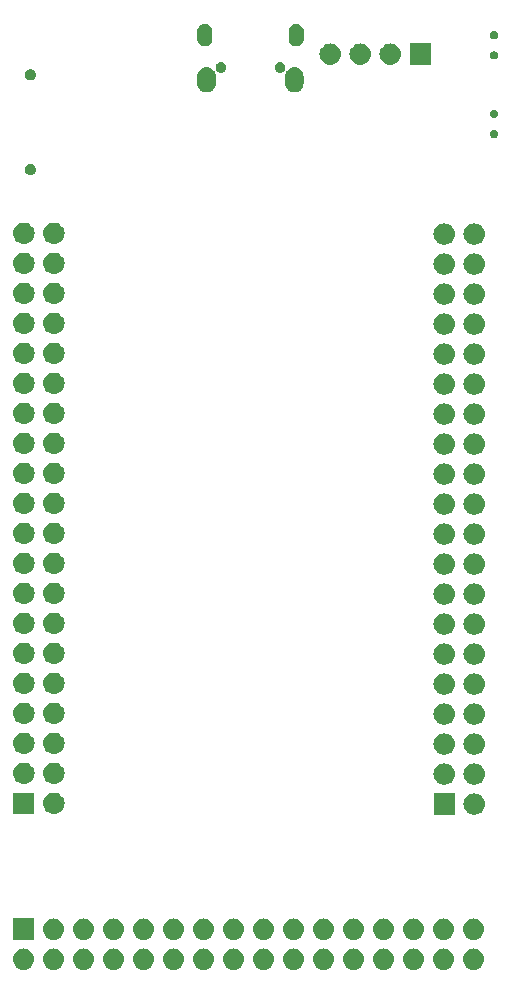
<source format=gbr>
G04 #@! TF.GenerationSoftware,KiCad,Pcbnew,(5.1.4)-1*
G04 #@! TF.CreationDate,2019-12-06T11:11:42+08:00*
G04 #@! TF.ProjectId,STM32F407VTE6-SOCKET,53544d33-3246-4343-9037-565445362d53,rev?*
G04 #@! TF.SameCoordinates,Original*
G04 #@! TF.FileFunction,Soldermask,Top*
G04 #@! TF.FilePolarity,Negative*
%FSLAX46Y46*%
G04 Gerber Fmt 4.6, Leading zero omitted, Abs format (unit mm)*
G04 Created by KiCad (PCBNEW (5.1.4)-1) date 2019-12-06 11:11:42*
%MOMM*%
%LPD*%
G04 APERTURE LIST*
%ADD10C,0.100000*%
G04 APERTURE END LIST*
D10*
G36*
X141650442Y-176275518D02*
G01*
X141716627Y-176282037D01*
X141886466Y-176333557D01*
X142042991Y-176417222D01*
X142078729Y-176446552D01*
X142180186Y-176529814D01*
X142263448Y-176631271D01*
X142292778Y-176667009D01*
X142376443Y-176823534D01*
X142427963Y-176993373D01*
X142445359Y-177170000D01*
X142427963Y-177346627D01*
X142376443Y-177516466D01*
X142292778Y-177672991D01*
X142263448Y-177708729D01*
X142180186Y-177810186D01*
X142078729Y-177893448D01*
X142042991Y-177922778D01*
X141886466Y-178006443D01*
X141716627Y-178057963D01*
X141650443Y-178064481D01*
X141584260Y-178071000D01*
X141495740Y-178071000D01*
X141429557Y-178064481D01*
X141363373Y-178057963D01*
X141193534Y-178006443D01*
X141037009Y-177922778D01*
X141001271Y-177893448D01*
X140899814Y-177810186D01*
X140816552Y-177708729D01*
X140787222Y-177672991D01*
X140703557Y-177516466D01*
X140652037Y-177346627D01*
X140634641Y-177170000D01*
X140652037Y-176993373D01*
X140703557Y-176823534D01*
X140787222Y-176667009D01*
X140816552Y-176631271D01*
X140899814Y-176529814D01*
X141001271Y-176446552D01*
X141037009Y-176417222D01*
X141193534Y-176333557D01*
X141363373Y-176282037D01*
X141429558Y-176275518D01*
X141495740Y-176269000D01*
X141584260Y-176269000D01*
X141650442Y-176275518D01*
X141650442Y-176275518D01*
G37*
G36*
X123870442Y-176275518D02*
G01*
X123936627Y-176282037D01*
X124106466Y-176333557D01*
X124262991Y-176417222D01*
X124298729Y-176446552D01*
X124400186Y-176529814D01*
X124483448Y-176631271D01*
X124512778Y-176667009D01*
X124596443Y-176823534D01*
X124647963Y-176993373D01*
X124665359Y-177170000D01*
X124647963Y-177346627D01*
X124596443Y-177516466D01*
X124512778Y-177672991D01*
X124483448Y-177708729D01*
X124400186Y-177810186D01*
X124298729Y-177893448D01*
X124262991Y-177922778D01*
X124106466Y-178006443D01*
X123936627Y-178057963D01*
X123870443Y-178064481D01*
X123804260Y-178071000D01*
X123715740Y-178071000D01*
X123649557Y-178064481D01*
X123583373Y-178057963D01*
X123413534Y-178006443D01*
X123257009Y-177922778D01*
X123221271Y-177893448D01*
X123119814Y-177810186D01*
X123036552Y-177708729D01*
X123007222Y-177672991D01*
X122923557Y-177516466D01*
X122872037Y-177346627D01*
X122854641Y-177170000D01*
X122872037Y-176993373D01*
X122923557Y-176823534D01*
X123007222Y-176667009D01*
X123036552Y-176631271D01*
X123119814Y-176529814D01*
X123221271Y-176446552D01*
X123257009Y-176417222D01*
X123413534Y-176333557D01*
X123583373Y-176282037D01*
X123649558Y-176275518D01*
X123715740Y-176269000D01*
X123804260Y-176269000D01*
X123870442Y-176275518D01*
X123870442Y-176275518D01*
G37*
G36*
X106090442Y-176275518D02*
G01*
X106156627Y-176282037D01*
X106326466Y-176333557D01*
X106482991Y-176417222D01*
X106518729Y-176446552D01*
X106620186Y-176529814D01*
X106703448Y-176631271D01*
X106732778Y-176667009D01*
X106816443Y-176823534D01*
X106867963Y-176993373D01*
X106885359Y-177170000D01*
X106867963Y-177346627D01*
X106816443Y-177516466D01*
X106732778Y-177672991D01*
X106703448Y-177708729D01*
X106620186Y-177810186D01*
X106518729Y-177893448D01*
X106482991Y-177922778D01*
X106326466Y-178006443D01*
X106156627Y-178057963D01*
X106090443Y-178064481D01*
X106024260Y-178071000D01*
X105935740Y-178071000D01*
X105869557Y-178064481D01*
X105803373Y-178057963D01*
X105633534Y-178006443D01*
X105477009Y-177922778D01*
X105441271Y-177893448D01*
X105339814Y-177810186D01*
X105256552Y-177708729D01*
X105227222Y-177672991D01*
X105143557Y-177516466D01*
X105092037Y-177346627D01*
X105074641Y-177170000D01*
X105092037Y-176993373D01*
X105143557Y-176823534D01*
X105227222Y-176667009D01*
X105256552Y-176631271D01*
X105339814Y-176529814D01*
X105441271Y-176446552D01*
X105477009Y-176417222D01*
X105633534Y-176333557D01*
X105803373Y-176282037D01*
X105869558Y-176275518D01*
X105935740Y-176269000D01*
X106024260Y-176269000D01*
X106090442Y-176275518D01*
X106090442Y-176275518D01*
G37*
G36*
X103550442Y-176275518D02*
G01*
X103616627Y-176282037D01*
X103786466Y-176333557D01*
X103942991Y-176417222D01*
X103978729Y-176446552D01*
X104080186Y-176529814D01*
X104163448Y-176631271D01*
X104192778Y-176667009D01*
X104276443Y-176823534D01*
X104327963Y-176993373D01*
X104345359Y-177170000D01*
X104327963Y-177346627D01*
X104276443Y-177516466D01*
X104192778Y-177672991D01*
X104163448Y-177708729D01*
X104080186Y-177810186D01*
X103978729Y-177893448D01*
X103942991Y-177922778D01*
X103786466Y-178006443D01*
X103616627Y-178057963D01*
X103550443Y-178064481D01*
X103484260Y-178071000D01*
X103395740Y-178071000D01*
X103329557Y-178064481D01*
X103263373Y-178057963D01*
X103093534Y-178006443D01*
X102937009Y-177922778D01*
X102901271Y-177893448D01*
X102799814Y-177810186D01*
X102716552Y-177708729D01*
X102687222Y-177672991D01*
X102603557Y-177516466D01*
X102552037Y-177346627D01*
X102534641Y-177170000D01*
X102552037Y-176993373D01*
X102603557Y-176823534D01*
X102687222Y-176667009D01*
X102716552Y-176631271D01*
X102799814Y-176529814D01*
X102901271Y-176446552D01*
X102937009Y-176417222D01*
X103093534Y-176333557D01*
X103263373Y-176282037D01*
X103329558Y-176275518D01*
X103395740Y-176269000D01*
X103484260Y-176269000D01*
X103550442Y-176275518D01*
X103550442Y-176275518D01*
G37*
G36*
X108630442Y-176275518D02*
G01*
X108696627Y-176282037D01*
X108866466Y-176333557D01*
X109022991Y-176417222D01*
X109058729Y-176446552D01*
X109160186Y-176529814D01*
X109243448Y-176631271D01*
X109272778Y-176667009D01*
X109356443Y-176823534D01*
X109407963Y-176993373D01*
X109425359Y-177170000D01*
X109407963Y-177346627D01*
X109356443Y-177516466D01*
X109272778Y-177672991D01*
X109243448Y-177708729D01*
X109160186Y-177810186D01*
X109058729Y-177893448D01*
X109022991Y-177922778D01*
X108866466Y-178006443D01*
X108696627Y-178057963D01*
X108630443Y-178064481D01*
X108564260Y-178071000D01*
X108475740Y-178071000D01*
X108409557Y-178064481D01*
X108343373Y-178057963D01*
X108173534Y-178006443D01*
X108017009Y-177922778D01*
X107981271Y-177893448D01*
X107879814Y-177810186D01*
X107796552Y-177708729D01*
X107767222Y-177672991D01*
X107683557Y-177516466D01*
X107632037Y-177346627D01*
X107614641Y-177170000D01*
X107632037Y-176993373D01*
X107683557Y-176823534D01*
X107767222Y-176667009D01*
X107796552Y-176631271D01*
X107879814Y-176529814D01*
X107981271Y-176446552D01*
X108017009Y-176417222D01*
X108173534Y-176333557D01*
X108343373Y-176282037D01*
X108409558Y-176275518D01*
X108475740Y-176269000D01*
X108564260Y-176269000D01*
X108630442Y-176275518D01*
X108630442Y-176275518D01*
G37*
G36*
X111170442Y-176275518D02*
G01*
X111236627Y-176282037D01*
X111406466Y-176333557D01*
X111562991Y-176417222D01*
X111598729Y-176446552D01*
X111700186Y-176529814D01*
X111783448Y-176631271D01*
X111812778Y-176667009D01*
X111896443Y-176823534D01*
X111947963Y-176993373D01*
X111965359Y-177170000D01*
X111947963Y-177346627D01*
X111896443Y-177516466D01*
X111812778Y-177672991D01*
X111783448Y-177708729D01*
X111700186Y-177810186D01*
X111598729Y-177893448D01*
X111562991Y-177922778D01*
X111406466Y-178006443D01*
X111236627Y-178057963D01*
X111170443Y-178064481D01*
X111104260Y-178071000D01*
X111015740Y-178071000D01*
X110949557Y-178064481D01*
X110883373Y-178057963D01*
X110713534Y-178006443D01*
X110557009Y-177922778D01*
X110521271Y-177893448D01*
X110419814Y-177810186D01*
X110336552Y-177708729D01*
X110307222Y-177672991D01*
X110223557Y-177516466D01*
X110172037Y-177346627D01*
X110154641Y-177170000D01*
X110172037Y-176993373D01*
X110223557Y-176823534D01*
X110307222Y-176667009D01*
X110336552Y-176631271D01*
X110419814Y-176529814D01*
X110521271Y-176446552D01*
X110557009Y-176417222D01*
X110713534Y-176333557D01*
X110883373Y-176282037D01*
X110949558Y-176275518D01*
X111015740Y-176269000D01*
X111104260Y-176269000D01*
X111170442Y-176275518D01*
X111170442Y-176275518D01*
G37*
G36*
X113710442Y-176275518D02*
G01*
X113776627Y-176282037D01*
X113946466Y-176333557D01*
X114102991Y-176417222D01*
X114138729Y-176446552D01*
X114240186Y-176529814D01*
X114323448Y-176631271D01*
X114352778Y-176667009D01*
X114436443Y-176823534D01*
X114487963Y-176993373D01*
X114505359Y-177170000D01*
X114487963Y-177346627D01*
X114436443Y-177516466D01*
X114352778Y-177672991D01*
X114323448Y-177708729D01*
X114240186Y-177810186D01*
X114138729Y-177893448D01*
X114102991Y-177922778D01*
X113946466Y-178006443D01*
X113776627Y-178057963D01*
X113710443Y-178064481D01*
X113644260Y-178071000D01*
X113555740Y-178071000D01*
X113489557Y-178064481D01*
X113423373Y-178057963D01*
X113253534Y-178006443D01*
X113097009Y-177922778D01*
X113061271Y-177893448D01*
X112959814Y-177810186D01*
X112876552Y-177708729D01*
X112847222Y-177672991D01*
X112763557Y-177516466D01*
X112712037Y-177346627D01*
X112694641Y-177170000D01*
X112712037Y-176993373D01*
X112763557Y-176823534D01*
X112847222Y-176667009D01*
X112876552Y-176631271D01*
X112959814Y-176529814D01*
X113061271Y-176446552D01*
X113097009Y-176417222D01*
X113253534Y-176333557D01*
X113423373Y-176282037D01*
X113489558Y-176275518D01*
X113555740Y-176269000D01*
X113644260Y-176269000D01*
X113710442Y-176275518D01*
X113710442Y-176275518D01*
G37*
G36*
X116250442Y-176275518D02*
G01*
X116316627Y-176282037D01*
X116486466Y-176333557D01*
X116642991Y-176417222D01*
X116678729Y-176446552D01*
X116780186Y-176529814D01*
X116863448Y-176631271D01*
X116892778Y-176667009D01*
X116976443Y-176823534D01*
X117027963Y-176993373D01*
X117045359Y-177170000D01*
X117027963Y-177346627D01*
X116976443Y-177516466D01*
X116892778Y-177672991D01*
X116863448Y-177708729D01*
X116780186Y-177810186D01*
X116678729Y-177893448D01*
X116642991Y-177922778D01*
X116486466Y-178006443D01*
X116316627Y-178057963D01*
X116250443Y-178064481D01*
X116184260Y-178071000D01*
X116095740Y-178071000D01*
X116029557Y-178064481D01*
X115963373Y-178057963D01*
X115793534Y-178006443D01*
X115637009Y-177922778D01*
X115601271Y-177893448D01*
X115499814Y-177810186D01*
X115416552Y-177708729D01*
X115387222Y-177672991D01*
X115303557Y-177516466D01*
X115252037Y-177346627D01*
X115234641Y-177170000D01*
X115252037Y-176993373D01*
X115303557Y-176823534D01*
X115387222Y-176667009D01*
X115416552Y-176631271D01*
X115499814Y-176529814D01*
X115601271Y-176446552D01*
X115637009Y-176417222D01*
X115793534Y-176333557D01*
X115963373Y-176282037D01*
X116029558Y-176275518D01*
X116095740Y-176269000D01*
X116184260Y-176269000D01*
X116250442Y-176275518D01*
X116250442Y-176275518D01*
G37*
G36*
X118790442Y-176275518D02*
G01*
X118856627Y-176282037D01*
X119026466Y-176333557D01*
X119182991Y-176417222D01*
X119218729Y-176446552D01*
X119320186Y-176529814D01*
X119403448Y-176631271D01*
X119432778Y-176667009D01*
X119516443Y-176823534D01*
X119567963Y-176993373D01*
X119585359Y-177170000D01*
X119567963Y-177346627D01*
X119516443Y-177516466D01*
X119432778Y-177672991D01*
X119403448Y-177708729D01*
X119320186Y-177810186D01*
X119218729Y-177893448D01*
X119182991Y-177922778D01*
X119026466Y-178006443D01*
X118856627Y-178057963D01*
X118790443Y-178064481D01*
X118724260Y-178071000D01*
X118635740Y-178071000D01*
X118569557Y-178064481D01*
X118503373Y-178057963D01*
X118333534Y-178006443D01*
X118177009Y-177922778D01*
X118141271Y-177893448D01*
X118039814Y-177810186D01*
X117956552Y-177708729D01*
X117927222Y-177672991D01*
X117843557Y-177516466D01*
X117792037Y-177346627D01*
X117774641Y-177170000D01*
X117792037Y-176993373D01*
X117843557Y-176823534D01*
X117927222Y-176667009D01*
X117956552Y-176631271D01*
X118039814Y-176529814D01*
X118141271Y-176446552D01*
X118177009Y-176417222D01*
X118333534Y-176333557D01*
X118503373Y-176282037D01*
X118569558Y-176275518D01*
X118635740Y-176269000D01*
X118724260Y-176269000D01*
X118790442Y-176275518D01*
X118790442Y-176275518D01*
G37*
G36*
X126410442Y-176275518D02*
G01*
X126476627Y-176282037D01*
X126646466Y-176333557D01*
X126802991Y-176417222D01*
X126838729Y-176446552D01*
X126940186Y-176529814D01*
X127023448Y-176631271D01*
X127052778Y-176667009D01*
X127136443Y-176823534D01*
X127187963Y-176993373D01*
X127205359Y-177170000D01*
X127187963Y-177346627D01*
X127136443Y-177516466D01*
X127052778Y-177672991D01*
X127023448Y-177708729D01*
X126940186Y-177810186D01*
X126838729Y-177893448D01*
X126802991Y-177922778D01*
X126646466Y-178006443D01*
X126476627Y-178057963D01*
X126410443Y-178064481D01*
X126344260Y-178071000D01*
X126255740Y-178071000D01*
X126189557Y-178064481D01*
X126123373Y-178057963D01*
X125953534Y-178006443D01*
X125797009Y-177922778D01*
X125761271Y-177893448D01*
X125659814Y-177810186D01*
X125576552Y-177708729D01*
X125547222Y-177672991D01*
X125463557Y-177516466D01*
X125412037Y-177346627D01*
X125394641Y-177170000D01*
X125412037Y-176993373D01*
X125463557Y-176823534D01*
X125547222Y-176667009D01*
X125576552Y-176631271D01*
X125659814Y-176529814D01*
X125761271Y-176446552D01*
X125797009Y-176417222D01*
X125953534Y-176333557D01*
X126123373Y-176282037D01*
X126189558Y-176275518D01*
X126255740Y-176269000D01*
X126344260Y-176269000D01*
X126410442Y-176275518D01*
X126410442Y-176275518D01*
G37*
G36*
X121330442Y-176275518D02*
G01*
X121396627Y-176282037D01*
X121566466Y-176333557D01*
X121722991Y-176417222D01*
X121758729Y-176446552D01*
X121860186Y-176529814D01*
X121943448Y-176631271D01*
X121972778Y-176667009D01*
X122056443Y-176823534D01*
X122107963Y-176993373D01*
X122125359Y-177170000D01*
X122107963Y-177346627D01*
X122056443Y-177516466D01*
X121972778Y-177672991D01*
X121943448Y-177708729D01*
X121860186Y-177810186D01*
X121758729Y-177893448D01*
X121722991Y-177922778D01*
X121566466Y-178006443D01*
X121396627Y-178057963D01*
X121330443Y-178064481D01*
X121264260Y-178071000D01*
X121175740Y-178071000D01*
X121109557Y-178064481D01*
X121043373Y-178057963D01*
X120873534Y-178006443D01*
X120717009Y-177922778D01*
X120681271Y-177893448D01*
X120579814Y-177810186D01*
X120496552Y-177708729D01*
X120467222Y-177672991D01*
X120383557Y-177516466D01*
X120332037Y-177346627D01*
X120314641Y-177170000D01*
X120332037Y-176993373D01*
X120383557Y-176823534D01*
X120467222Y-176667009D01*
X120496552Y-176631271D01*
X120579814Y-176529814D01*
X120681271Y-176446552D01*
X120717009Y-176417222D01*
X120873534Y-176333557D01*
X121043373Y-176282037D01*
X121109558Y-176275518D01*
X121175740Y-176269000D01*
X121264260Y-176269000D01*
X121330442Y-176275518D01*
X121330442Y-176275518D01*
G37*
G36*
X139110442Y-176275518D02*
G01*
X139176627Y-176282037D01*
X139346466Y-176333557D01*
X139502991Y-176417222D01*
X139538729Y-176446552D01*
X139640186Y-176529814D01*
X139723448Y-176631271D01*
X139752778Y-176667009D01*
X139836443Y-176823534D01*
X139887963Y-176993373D01*
X139905359Y-177170000D01*
X139887963Y-177346627D01*
X139836443Y-177516466D01*
X139752778Y-177672991D01*
X139723448Y-177708729D01*
X139640186Y-177810186D01*
X139538729Y-177893448D01*
X139502991Y-177922778D01*
X139346466Y-178006443D01*
X139176627Y-178057963D01*
X139110443Y-178064481D01*
X139044260Y-178071000D01*
X138955740Y-178071000D01*
X138889557Y-178064481D01*
X138823373Y-178057963D01*
X138653534Y-178006443D01*
X138497009Y-177922778D01*
X138461271Y-177893448D01*
X138359814Y-177810186D01*
X138276552Y-177708729D01*
X138247222Y-177672991D01*
X138163557Y-177516466D01*
X138112037Y-177346627D01*
X138094641Y-177170000D01*
X138112037Y-176993373D01*
X138163557Y-176823534D01*
X138247222Y-176667009D01*
X138276552Y-176631271D01*
X138359814Y-176529814D01*
X138461271Y-176446552D01*
X138497009Y-176417222D01*
X138653534Y-176333557D01*
X138823373Y-176282037D01*
X138889558Y-176275518D01*
X138955740Y-176269000D01*
X139044260Y-176269000D01*
X139110442Y-176275518D01*
X139110442Y-176275518D01*
G37*
G36*
X136570442Y-176275518D02*
G01*
X136636627Y-176282037D01*
X136806466Y-176333557D01*
X136962991Y-176417222D01*
X136998729Y-176446552D01*
X137100186Y-176529814D01*
X137183448Y-176631271D01*
X137212778Y-176667009D01*
X137296443Y-176823534D01*
X137347963Y-176993373D01*
X137365359Y-177170000D01*
X137347963Y-177346627D01*
X137296443Y-177516466D01*
X137212778Y-177672991D01*
X137183448Y-177708729D01*
X137100186Y-177810186D01*
X136998729Y-177893448D01*
X136962991Y-177922778D01*
X136806466Y-178006443D01*
X136636627Y-178057963D01*
X136570443Y-178064481D01*
X136504260Y-178071000D01*
X136415740Y-178071000D01*
X136349557Y-178064481D01*
X136283373Y-178057963D01*
X136113534Y-178006443D01*
X135957009Y-177922778D01*
X135921271Y-177893448D01*
X135819814Y-177810186D01*
X135736552Y-177708729D01*
X135707222Y-177672991D01*
X135623557Y-177516466D01*
X135572037Y-177346627D01*
X135554641Y-177170000D01*
X135572037Y-176993373D01*
X135623557Y-176823534D01*
X135707222Y-176667009D01*
X135736552Y-176631271D01*
X135819814Y-176529814D01*
X135921271Y-176446552D01*
X135957009Y-176417222D01*
X136113534Y-176333557D01*
X136283373Y-176282037D01*
X136349558Y-176275518D01*
X136415740Y-176269000D01*
X136504260Y-176269000D01*
X136570442Y-176275518D01*
X136570442Y-176275518D01*
G37*
G36*
X131490442Y-176275518D02*
G01*
X131556627Y-176282037D01*
X131726466Y-176333557D01*
X131882991Y-176417222D01*
X131918729Y-176446552D01*
X132020186Y-176529814D01*
X132103448Y-176631271D01*
X132132778Y-176667009D01*
X132216443Y-176823534D01*
X132267963Y-176993373D01*
X132285359Y-177170000D01*
X132267963Y-177346627D01*
X132216443Y-177516466D01*
X132132778Y-177672991D01*
X132103448Y-177708729D01*
X132020186Y-177810186D01*
X131918729Y-177893448D01*
X131882991Y-177922778D01*
X131726466Y-178006443D01*
X131556627Y-178057963D01*
X131490443Y-178064481D01*
X131424260Y-178071000D01*
X131335740Y-178071000D01*
X131269557Y-178064481D01*
X131203373Y-178057963D01*
X131033534Y-178006443D01*
X130877009Y-177922778D01*
X130841271Y-177893448D01*
X130739814Y-177810186D01*
X130656552Y-177708729D01*
X130627222Y-177672991D01*
X130543557Y-177516466D01*
X130492037Y-177346627D01*
X130474641Y-177170000D01*
X130492037Y-176993373D01*
X130543557Y-176823534D01*
X130627222Y-176667009D01*
X130656552Y-176631271D01*
X130739814Y-176529814D01*
X130841271Y-176446552D01*
X130877009Y-176417222D01*
X131033534Y-176333557D01*
X131203373Y-176282037D01*
X131269558Y-176275518D01*
X131335740Y-176269000D01*
X131424260Y-176269000D01*
X131490442Y-176275518D01*
X131490442Y-176275518D01*
G37*
G36*
X128950442Y-176275518D02*
G01*
X129016627Y-176282037D01*
X129186466Y-176333557D01*
X129342991Y-176417222D01*
X129378729Y-176446552D01*
X129480186Y-176529814D01*
X129563448Y-176631271D01*
X129592778Y-176667009D01*
X129676443Y-176823534D01*
X129727963Y-176993373D01*
X129745359Y-177170000D01*
X129727963Y-177346627D01*
X129676443Y-177516466D01*
X129592778Y-177672991D01*
X129563448Y-177708729D01*
X129480186Y-177810186D01*
X129378729Y-177893448D01*
X129342991Y-177922778D01*
X129186466Y-178006443D01*
X129016627Y-178057963D01*
X128950443Y-178064481D01*
X128884260Y-178071000D01*
X128795740Y-178071000D01*
X128729557Y-178064481D01*
X128663373Y-178057963D01*
X128493534Y-178006443D01*
X128337009Y-177922778D01*
X128301271Y-177893448D01*
X128199814Y-177810186D01*
X128116552Y-177708729D01*
X128087222Y-177672991D01*
X128003557Y-177516466D01*
X127952037Y-177346627D01*
X127934641Y-177170000D01*
X127952037Y-176993373D01*
X128003557Y-176823534D01*
X128087222Y-176667009D01*
X128116552Y-176631271D01*
X128199814Y-176529814D01*
X128301271Y-176446552D01*
X128337009Y-176417222D01*
X128493534Y-176333557D01*
X128663373Y-176282037D01*
X128729558Y-176275518D01*
X128795740Y-176269000D01*
X128884260Y-176269000D01*
X128950442Y-176275518D01*
X128950442Y-176275518D01*
G37*
G36*
X134030442Y-176275518D02*
G01*
X134096627Y-176282037D01*
X134266466Y-176333557D01*
X134422991Y-176417222D01*
X134458729Y-176446552D01*
X134560186Y-176529814D01*
X134643448Y-176631271D01*
X134672778Y-176667009D01*
X134756443Y-176823534D01*
X134807963Y-176993373D01*
X134825359Y-177170000D01*
X134807963Y-177346627D01*
X134756443Y-177516466D01*
X134672778Y-177672991D01*
X134643448Y-177708729D01*
X134560186Y-177810186D01*
X134458729Y-177893448D01*
X134422991Y-177922778D01*
X134266466Y-178006443D01*
X134096627Y-178057963D01*
X134030443Y-178064481D01*
X133964260Y-178071000D01*
X133875740Y-178071000D01*
X133809557Y-178064481D01*
X133743373Y-178057963D01*
X133573534Y-178006443D01*
X133417009Y-177922778D01*
X133381271Y-177893448D01*
X133279814Y-177810186D01*
X133196552Y-177708729D01*
X133167222Y-177672991D01*
X133083557Y-177516466D01*
X133032037Y-177346627D01*
X133014641Y-177170000D01*
X133032037Y-176993373D01*
X133083557Y-176823534D01*
X133167222Y-176667009D01*
X133196552Y-176631271D01*
X133279814Y-176529814D01*
X133381271Y-176446552D01*
X133417009Y-176417222D01*
X133573534Y-176333557D01*
X133743373Y-176282037D01*
X133809558Y-176275518D01*
X133875740Y-176269000D01*
X133964260Y-176269000D01*
X134030442Y-176275518D01*
X134030442Y-176275518D01*
G37*
G36*
X121330442Y-173735518D02*
G01*
X121396627Y-173742037D01*
X121566466Y-173793557D01*
X121722991Y-173877222D01*
X121758729Y-173906552D01*
X121860186Y-173989814D01*
X121943448Y-174091271D01*
X121972778Y-174127009D01*
X122056443Y-174283534D01*
X122107963Y-174453373D01*
X122125359Y-174630000D01*
X122107963Y-174806627D01*
X122056443Y-174976466D01*
X121972778Y-175132991D01*
X121943448Y-175168729D01*
X121860186Y-175270186D01*
X121758729Y-175353448D01*
X121722991Y-175382778D01*
X121566466Y-175466443D01*
X121396627Y-175517963D01*
X121330443Y-175524481D01*
X121264260Y-175531000D01*
X121175740Y-175531000D01*
X121109557Y-175524481D01*
X121043373Y-175517963D01*
X120873534Y-175466443D01*
X120717009Y-175382778D01*
X120681271Y-175353448D01*
X120579814Y-175270186D01*
X120496552Y-175168729D01*
X120467222Y-175132991D01*
X120383557Y-174976466D01*
X120332037Y-174806627D01*
X120314641Y-174630000D01*
X120332037Y-174453373D01*
X120383557Y-174283534D01*
X120467222Y-174127009D01*
X120496552Y-174091271D01*
X120579814Y-173989814D01*
X120681271Y-173906552D01*
X120717009Y-173877222D01*
X120873534Y-173793557D01*
X121043373Y-173742037D01*
X121109558Y-173735518D01*
X121175740Y-173729000D01*
X121264260Y-173729000D01*
X121330442Y-173735518D01*
X121330442Y-173735518D01*
G37*
G36*
X106090442Y-173735518D02*
G01*
X106156627Y-173742037D01*
X106326466Y-173793557D01*
X106482991Y-173877222D01*
X106518729Y-173906552D01*
X106620186Y-173989814D01*
X106703448Y-174091271D01*
X106732778Y-174127009D01*
X106816443Y-174283534D01*
X106867963Y-174453373D01*
X106885359Y-174630000D01*
X106867963Y-174806627D01*
X106816443Y-174976466D01*
X106732778Y-175132991D01*
X106703448Y-175168729D01*
X106620186Y-175270186D01*
X106518729Y-175353448D01*
X106482991Y-175382778D01*
X106326466Y-175466443D01*
X106156627Y-175517963D01*
X106090443Y-175524481D01*
X106024260Y-175531000D01*
X105935740Y-175531000D01*
X105869557Y-175524481D01*
X105803373Y-175517963D01*
X105633534Y-175466443D01*
X105477009Y-175382778D01*
X105441271Y-175353448D01*
X105339814Y-175270186D01*
X105256552Y-175168729D01*
X105227222Y-175132991D01*
X105143557Y-174976466D01*
X105092037Y-174806627D01*
X105074641Y-174630000D01*
X105092037Y-174453373D01*
X105143557Y-174283534D01*
X105227222Y-174127009D01*
X105256552Y-174091271D01*
X105339814Y-173989814D01*
X105441271Y-173906552D01*
X105477009Y-173877222D01*
X105633534Y-173793557D01*
X105803373Y-173742037D01*
X105869558Y-173735518D01*
X105935740Y-173729000D01*
X106024260Y-173729000D01*
X106090442Y-173735518D01*
X106090442Y-173735518D01*
G37*
G36*
X104341000Y-175531000D02*
G01*
X102539000Y-175531000D01*
X102539000Y-173729000D01*
X104341000Y-173729000D01*
X104341000Y-175531000D01*
X104341000Y-175531000D01*
G37*
G36*
X111170442Y-173735518D02*
G01*
X111236627Y-173742037D01*
X111406466Y-173793557D01*
X111562991Y-173877222D01*
X111598729Y-173906552D01*
X111700186Y-173989814D01*
X111783448Y-174091271D01*
X111812778Y-174127009D01*
X111896443Y-174283534D01*
X111947963Y-174453373D01*
X111965359Y-174630000D01*
X111947963Y-174806627D01*
X111896443Y-174976466D01*
X111812778Y-175132991D01*
X111783448Y-175168729D01*
X111700186Y-175270186D01*
X111598729Y-175353448D01*
X111562991Y-175382778D01*
X111406466Y-175466443D01*
X111236627Y-175517963D01*
X111170443Y-175524481D01*
X111104260Y-175531000D01*
X111015740Y-175531000D01*
X110949557Y-175524481D01*
X110883373Y-175517963D01*
X110713534Y-175466443D01*
X110557009Y-175382778D01*
X110521271Y-175353448D01*
X110419814Y-175270186D01*
X110336552Y-175168729D01*
X110307222Y-175132991D01*
X110223557Y-174976466D01*
X110172037Y-174806627D01*
X110154641Y-174630000D01*
X110172037Y-174453373D01*
X110223557Y-174283534D01*
X110307222Y-174127009D01*
X110336552Y-174091271D01*
X110419814Y-173989814D01*
X110521271Y-173906552D01*
X110557009Y-173877222D01*
X110713534Y-173793557D01*
X110883373Y-173742037D01*
X110949558Y-173735518D01*
X111015740Y-173729000D01*
X111104260Y-173729000D01*
X111170442Y-173735518D01*
X111170442Y-173735518D01*
G37*
G36*
X113710442Y-173735518D02*
G01*
X113776627Y-173742037D01*
X113946466Y-173793557D01*
X114102991Y-173877222D01*
X114138729Y-173906552D01*
X114240186Y-173989814D01*
X114323448Y-174091271D01*
X114352778Y-174127009D01*
X114436443Y-174283534D01*
X114487963Y-174453373D01*
X114505359Y-174630000D01*
X114487963Y-174806627D01*
X114436443Y-174976466D01*
X114352778Y-175132991D01*
X114323448Y-175168729D01*
X114240186Y-175270186D01*
X114138729Y-175353448D01*
X114102991Y-175382778D01*
X113946466Y-175466443D01*
X113776627Y-175517963D01*
X113710443Y-175524481D01*
X113644260Y-175531000D01*
X113555740Y-175531000D01*
X113489557Y-175524481D01*
X113423373Y-175517963D01*
X113253534Y-175466443D01*
X113097009Y-175382778D01*
X113061271Y-175353448D01*
X112959814Y-175270186D01*
X112876552Y-175168729D01*
X112847222Y-175132991D01*
X112763557Y-174976466D01*
X112712037Y-174806627D01*
X112694641Y-174630000D01*
X112712037Y-174453373D01*
X112763557Y-174283534D01*
X112847222Y-174127009D01*
X112876552Y-174091271D01*
X112959814Y-173989814D01*
X113061271Y-173906552D01*
X113097009Y-173877222D01*
X113253534Y-173793557D01*
X113423373Y-173742037D01*
X113489558Y-173735518D01*
X113555740Y-173729000D01*
X113644260Y-173729000D01*
X113710442Y-173735518D01*
X113710442Y-173735518D01*
G37*
G36*
X116250442Y-173735518D02*
G01*
X116316627Y-173742037D01*
X116486466Y-173793557D01*
X116642991Y-173877222D01*
X116678729Y-173906552D01*
X116780186Y-173989814D01*
X116863448Y-174091271D01*
X116892778Y-174127009D01*
X116976443Y-174283534D01*
X117027963Y-174453373D01*
X117045359Y-174630000D01*
X117027963Y-174806627D01*
X116976443Y-174976466D01*
X116892778Y-175132991D01*
X116863448Y-175168729D01*
X116780186Y-175270186D01*
X116678729Y-175353448D01*
X116642991Y-175382778D01*
X116486466Y-175466443D01*
X116316627Y-175517963D01*
X116250443Y-175524481D01*
X116184260Y-175531000D01*
X116095740Y-175531000D01*
X116029557Y-175524481D01*
X115963373Y-175517963D01*
X115793534Y-175466443D01*
X115637009Y-175382778D01*
X115601271Y-175353448D01*
X115499814Y-175270186D01*
X115416552Y-175168729D01*
X115387222Y-175132991D01*
X115303557Y-174976466D01*
X115252037Y-174806627D01*
X115234641Y-174630000D01*
X115252037Y-174453373D01*
X115303557Y-174283534D01*
X115387222Y-174127009D01*
X115416552Y-174091271D01*
X115499814Y-173989814D01*
X115601271Y-173906552D01*
X115637009Y-173877222D01*
X115793534Y-173793557D01*
X115963373Y-173742037D01*
X116029558Y-173735518D01*
X116095740Y-173729000D01*
X116184260Y-173729000D01*
X116250442Y-173735518D01*
X116250442Y-173735518D01*
G37*
G36*
X118790442Y-173735518D02*
G01*
X118856627Y-173742037D01*
X119026466Y-173793557D01*
X119182991Y-173877222D01*
X119218729Y-173906552D01*
X119320186Y-173989814D01*
X119403448Y-174091271D01*
X119432778Y-174127009D01*
X119516443Y-174283534D01*
X119567963Y-174453373D01*
X119585359Y-174630000D01*
X119567963Y-174806627D01*
X119516443Y-174976466D01*
X119432778Y-175132991D01*
X119403448Y-175168729D01*
X119320186Y-175270186D01*
X119218729Y-175353448D01*
X119182991Y-175382778D01*
X119026466Y-175466443D01*
X118856627Y-175517963D01*
X118790443Y-175524481D01*
X118724260Y-175531000D01*
X118635740Y-175531000D01*
X118569557Y-175524481D01*
X118503373Y-175517963D01*
X118333534Y-175466443D01*
X118177009Y-175382778D01*
X118141271Y-175353448D01*
X118039814Y-175270186D01*
X117956552Y-175168729D01*
X117927222Y-175132991D01*
X117843557Y-174976466D01*
X117792037Y-174806627D01*
X117774641Y-174630000D01*
X117792037Y-174453373D01*
X117843557Y-174283534D01*
X117927222Y-174127009D01*
X117956552Y-174091271D01*
X118039814Y-173989814D01*
X118141271Y-173906552D01*
X118177009Y-173877222D01*
X118333534Y-173793557D01*
X118503373Y-173742037D01*
X118569558Y-173735518D01*
X118635740Y-173729000D01*
X118724260Y-173729000D01*
X118790442Y-173735518D01*
X118790442Y-173735518D01*
G37*
G36*
X108630442Y-173735518D02*
G01*
X108696627Y-173742037D01*
X108866466Y-173793557D01*
X109022991Y-173877222D01*
X109058729Y-173906552D01*
X109160186Y-173989814D01*
X109243448Y-174091271D01*
X109272778Y-174127009D01*
X109356443Y-174283534D01*
X109407963Y-174453373D01*
X109425359Y-174630000D01*
X109407963Y-174806627D01*
X109356443Y-174976466D01*
X109272778Y-175132991D01*
X109243448Y-175168729D01*
X109160186Y-175270186D01*
X109058729Y-175353448D01*
X109022991Y-175382778D01*
X108866466Y-175466443D01*
X108696627Y-175517963D01*
X108630443Y-175524481D01*
X108564260Y-175531000D01*
X108475740Y-175531000D01*
X108409557Y-175524481D01*
X108343373Y-175517963D01*
X108173534Y-175466443D01*
X108017009Y-175382778D01*
X107981271Y-175353448D01*
X107879814Y-175270186D01*
X107796552Y-175168729D01*
X107767222Y-175132991D01*
X107683557Y-174976466D01*
X107632037Y-174806627D01*
X107614641Y-174630000D01*
X107632037Y-174453373D01*
X107683557Y-174283534D01*
X107767222Y-174127009D01*
X107796552Y-174091271D01*
X107879814Y-173989814D01*
X107981271Y-173906552D01*
X108017009Y-173877222D01*
X108173534Y-173793557D01*
X108343373Y-173742037D01*
X108409558Y-173735518D01*
X108475740Y-173729000D01*
X108564260Y-173729000D01*
X108630442Y-173735518D01*
X108630442Y-173735518D01*
G37*
G36*
X126410442Y-173735518D02*
G01*
X126476627Y-173742037D01*
X126646466Y-173793557D01*
X126802991Y-173877222D01*
X126838729Y-173906552D01*
X126940186Y-173989814D01*
X127023448Y-174091271D01*
X127052778Y-174127009D01*
X127136443Y-174283534D01*
X127187963Y-174453373D01*
X127205359Y-174630000D01*
X127187963Y-174806627D01*
X127136443Y-174976466D01*
X127052778Y-175132991D01*
X127023448Y-175168729D01*
X126940186Y-175270186D01*
X126838729Y-175353448D01*
X126802991Y-175382778D01*
X126646466Y-175466443D01*
X126476627Y-175517963D01*
X126410443Y-175524481D01*
X126344260Y-175531000D01*
X126255740Y-175531000D01*
X126189557Y-175524481D01*
X126123373Y-175517963D01*
X125953534Y-175466443D01*
X125797009Y-175382778D01*
X125761271Y-175353448D01*
X125659814Y-175270186D01*
X125576552Y-175168729D01*
X125547222Y-175132991D01*
X125463557Y-174976466D01*
X125412037Y-174806627D01*
X125394641Y-174630000D01*
X125412037Y-174453373D01*
X125463557Y-174283534D01*
X125547222Y-174127009D01*
X125576552Y-174091271D01*
X125659814Y-173989814D01*
X125761271Y-173906552D01*
X125797009Y-173877222D01*
X125953534Y-173793557D01*
X126123373Y-173742037D01*
X126189558Y-173735518D01*
X126255740Y-173729000D01*
X126344260Y-173729000D01*
X126410442Y-173735518D01*
X126410442Y-173735518D01*
G37*
G36*
X128950442Y-173735518D02*
G01*
X129016627Y-173742037D01*
X129186466Y-173793557D01*
X129342991Y-173877222D01*
X129378729Y-173906552D01*
X129480186Y-173989814D01*
X129563448Y-174091271D01*
X129592778Y-174127009D01*
X129676443Y-174283534D01*
X129727963Y-174453373D01*
X129745359Y-174630000D01*
X129727963Y-174806627D01*
X129676443Y-174976466D01*
X129592778Y-175132991D01*
X129563448Y-175168729D01*
X129480186Y-175270186D01*
X129378729Y-175353448D01*
X129342991Y-175382778D01*
X129186466Y-175466443D01*
X129016627Y-175517963D01*
X128950443Y-175524481D01*
X128884260Y-175531000D01*
X128795740Y-175531000D01*
X128729557Y-175524481D01*
X128663373Y-175517963D01*
X128493534Y-175466443D01*
X128337009Y-175382778D01*
X128301271Y-175353448D01*
X128199814Y-175270186D01*
X128116552Y-175168729D01*
X128087222Y-175132991D01*
X128003557Y-174976466D01*
X127952037Y-174806627D01*
X127934641Y-174630000D01*
X127952037Y-174453373D01*
X128003557Y-174283534D01*
X128087222Y-174127009D01*
X128116552Y-174091271D01*
X128199814Y-173989814D01*
X128301271Y-173906552D01*
X128337009Y-173877222D01*
X128493534Y-173793557D01*
X128663373Y-173742037D01*
X128729558Y-173735518D01*
X128795740Y-173729000D01*
X128884260Y-173729000D01*
X128950442Y-173735518D01*
X128950442Y-173735518D01*
G37*
G36*
X131490442Y-173735518D02*
G01*
X131556627Y-173742037D01*
X131726466Y-173793557D01*
X131882991Y-173877222D01*
X131918729Y-173906552D01*
X132020186Y-173989814D01*
X132103448Y-174091271D01*
X132132778Y-174127009D01*
X132216443Y-174283534D01*
X132267963Y-174453373D01*
X132285359Y-174630000D01*
X132267963Y-174806627D01*
X132216443Y-174976466D01*
X132132778Y-175132991D01*
X132103448Y-175168729D01*
X132020186Y-175270186D01*
X131918729Y-175353448D01*
X131882991Y-175382778D01*
X131726466Y-175466443D01*
X131556627Y-175517963D01*
X131490443Y-175524481D01*
X131424260Y-175531000D01*
X131335740Y-175531000D01*
X131269557Y-175524481D01*
X131203373Y-175517963D01*
X131033534Y-175466443D01*
X130877009Y-175382778D01*
X130841271Y-175353448D01*
X130739814Y-175270186D01*
X130656552Y-175168729D01*
X130627222Y-175132991D01*
X130543557Y-174976466D01*
X130492037Y-174806627D01*
X130474641Y-174630000D01*
X130492037Y-174453373D01*
X130543557Y-174283534D01*
X130627222Y-174127009D01*
X130656552Y-174091271D01*
X130739814Y-173989814D01*
X130841271Y-173906552D01*
X130877009Y-173877222D01*
X131033534Y-173793557D01*
X131203373Y-173742037D01*
X131269558Y-173735518D01*
X131335740Y-173729000D01*
X131424260Y-173729000D01*
X131490442Y-173735518D01*
X131490442Y-173735518D01*
G37*
G36*
X141650442Y-173735518D02*
G01*
X141716627Y-173742037D01*
X141886466Y-173793557D01*
X142042991Y-173877222D01*
X142078729Y-173906552D01*
X142180186Y-173989814D01*
X142263448Y-174091271D01*
X142292778Y-174127009D01*
X142376443Y-174283534D01*
X142427963Y-174453373D01*
X142445359Y-174630000D01*
X142427963Y-174806627D01*
X142376443Y-174976466D01*
X142292778Y-175132991D01*
X142263448Y-175168729D01*
X142180186Y-175270186D01*
X142078729Y-175353448D01*
X142042991Y-175382778D01*
X141886466Y-175466443D01*
X141716627Y-175517963D01*
X141650443Y-175524481D01*
X141584260Y-175531000D01*
X141495740Y-175531000D01*
X141429557Y-175524481D01*
X141363373Y-175517963D01*
X141193534Y-175466443D01*
X141037009Y-175382778D01*
X141001271Y-175353448D01*
X140899814Y-175270186D01*
X140816552Y-175168729D01*
X140787222Y-175132991D01*
X140703557Y-174976466D01*
X140652037Y-174806627D01*
X140634641Y-174630000D01*
X140652037Y-174453373D01*
X140703557Y-174283534D01*
X140787222Y-174127009D01*
X140816552Y-174091271D01*
X140899814Y-173989814D01*
X141001271Y-173906552D01*
X141037009Y-173877222D01*
X141193534Y-173793557D01*
X141363373Y-173742037D01*
X141429558Y-173735518D01*
X141495740Y-173729000D01*
X141584260Y-173729000D01*
X141650442Y-173735518D01*
X141650442Y-173735518D01*
G37*
G36*
X134030442Y-173735518D02*
G01*
X134096627Y-173742037D01*
X134266466Y-173793557D01*
X134422991Y-173877222D01*
X134458729Y-173906552D01*
X134560186Y-173989814D01*
X134643448Y-174091271D01*
X134672778Y-174127009D01*
X134756443Y-174283534D01*
X134807963Y-174453373D01*
X134825359Y-174630000D01*
X134807963Y-174806627D01*
X134756443Y-174976466D01*
X134672778Y-175132991D01*
X134643448Y-175168729D01*
X134560186Y-175270186D01*
X134458729Y-175353448D01*
X134422991Y-175382778D01*
X134266466Y-175466443D01*
X134096627Y-175517963D01*
X134030443Y-175524481D01*
X133964260Y-175531000D01*
X133875740Y-175531000D01*
X133809557Y-175524481D01*
X133743373Y-175517963D01*
X133573534Y-175466443D01*
X133417009Y-175382778D01*
X133381271Y-175353448D01*
X133279814Y-175270186D01*
X133196552Y-175168729D01*
X133167222Y-175132991D01*
X133083557Y-174976466D01*
X133032037Y-174806627D01*
X133014641Y-174630000D01*
X133032037Y-174453373D01*
X133083557Y-174283534D01*
X133167222Y-174127009D01*
X133196552Y-174091271D01*
X133279814Y-173989814D01*
X133381271Y-173906552D01*
X133417009Y-173877222D01*
X133573534Y-173793557D01*
X133743373Y-173742037D01*
X133809558Y-173735518D01*
X133875740Y-173729000D01*
X133964260Y-173729000D01*
X134030442Y-173735518D01*
X134030442Y-173735518D01*
G37*
G36*
X136570442Y-173735518D02*
G01*
X136636627Y-173742037D01*
X136806466Y-173793557D01*
X136962991Y-173877222D01*
X136998729Y-173906552D01*
X137100186Y-173989814D01*
X137183448Y-174091271D01*
X137212778Y-174127009D01*
X137296443Y-174283534D01*
X137347963Y-174453373D01*
X137365359Y-174630000D01*
X137347963Y-174806627D01*
X137296443Y-174976466D01*
X137212778Y-175132991D01*
X137183448Y-175168729D01*
X137100186Y-175270186D01*
X136998729Y-175353448D01*
X136962991Y-175382778D01*
X136806466Y-175466443D01*
X136636627Y-175517963D01*
X136570443Y-175524481D01*
X136504260Y-175531000D01*
X136415740Y-175531000D01*
X136349557Y-175524481D01*
X136283373Y-175517963D01*
X136113534Y-175466443D01*
X135957009Y-175382778D01*
X135921271Y-175353448D01*
X135819814Y-175270186D01*
X135736552Y-175168729D01*
X135707222Y-175132991D01*
X135623557Y-174976466D01*
X135572037Y-174806627D01*
X135554641Y-174630000D01*
X135572037Y-174453373D01*
X135623557Y-174283534D01*
X135707222Y-174127009D01*
X135736552Y-174091271D01*
X135819814Y-173989814D01*
X135921271Y-173906552D01*
X135957009Y-173877222D01*
X136113534Y-173793557D01*
X136283373Y-173742037D01*
X136349558Y-173735518D01*
X136415740Y-173729000D01*
X136504260Y-173729000D01*
X136570442Y-173735518D01*
X136570442Y-173735518D01*
G37*
G36*
X123870442Y-173735518D02*
G01*
X123936627Y-173742037D01*
X124106466Y-173793557D01*
X124262991Y-173877222D01*
X124298729Y-173906552D01*
X124400186Y-173989814D01*
X124483448Y-174091271D01*
X124512778Y-174127009D01*
X124596443Y-174283534D01*
X124647963Y-174453373D01*
X124665359Y-174630000D01*
X124647963Y-174806627D01*
X124596443Y-174976466D01*
X124512778Y-175132991D01*
X124483448Y-175168729D01*
X124400186Y-175270186D01*
X124298729Y-175353448D01*
X124262991Y-175382778D01*
X124106466Y-175466443D01*
X123936627Y-175517963D01*
X123870443Y-175524481D01*
X123804260Y-175531000D01*
X123715740Y-175531000D01*
X123649557Y-175524481D01*
X123583373Y-175517963D01*
X123413534Y-175466443D01*
X123257009Y-175382778D01*
X123221271Y-175353448D01*
X123119814Y-175270186D01*
X123036552Y-175168729D01*
X123007222Y-175132991D01*
X122923557Y-174976466D01*
X122872037Y-174806627D01*
X122854641Y-174630000D01*
X122872037Y-174453373D01*
X122923557Y-174283534D01*
X123007222Y-174127009D01*
X123036552Y-174091271D01*
X123119814Y-173989814D01*
X123221271Y-173906552D01*
X123257009Y-173877222D01*
X123413534Y-173793557D01*
X123583373Y-173742037D01*
X123649558Y-173735518D01*
X123715740Y-173729000D01*
X123804260Y-173729000D01*
X123870442Y-173735518D01*
X123870442Y-173735518D01*
G37*
G36*
X139110442Y-173735518D02*
G01*
X139176627Y-173742037D01*
X139346466Y-173793557D01*
X139502991Y-173877222D01*
X139538729Y-173906552D01*
X139640186Y-173989814D01*
X139723448Y-174091271D01*
X139752778Y-174127009D01*
X139836443Y-174283534D01*
X139887963Y-174453373D01*
X139905359Y-174630000D01*
X139887963Y-174806627D01*
X139836443Y-174976466D01*
X139752778Y-175132991D01*
X139723448Y-175168729D01*
X139640186Y-175270186D01*
X139538729Y-175353448D01*
X139502991Y-175382778D01*
X139346466Y-175466443D01*
X139176627Y-175517963D01*
X139110443Y-175524481D01*
X139044260Y-175531000D01*
X138955740Y-175531000D01*
X138889557Y-175524481D01*
X138823373Y-175517963D01*
X138653534Y-175466443D01*
X138497009Y-175382778D01*
X138461271Y-175353448D01*
X138359814Y-175270186D01*
X138276552Y-175168729D01*
X138247222Y-175132991D01*
X138163557Y-174976466D01*
X138112037Y-174806627D01*
X138094641Y-174630000D01*
X138112037Y-174453373D01*
X138163557Y-174283534D01*
X138247222Y-174127009D01*
X138276552Y-174091271D01*
X138359814Y-173989814D01*
X138461271Y-173906552D01*
X138497009Y-173877222D01*
X138653534Y-173793557D01*
X138823373Y-173742037D01*
X138889558Y-173735518D01*
X138955740Y-173729000D01*
X139044260Y-173729000D01*
X139110442Y-173735518D01*
X139110442Y-173735518D01*
G37*
G36*
X139961000Y-164941000D02*
G01*
X138159000Y-164941000D01*
X138159000Y-163139000D01*
X139961000Y-163139000D01*
X139961000Y-164941000D01*
X139961000Y-164941000D01*
G37*
G36*
X141690527Y-163143557D02*
G01*
X141776627Y-163152037D01*
X141946466Y-163203557D01*
X142102991Y-163287222D01*
X142138729Y-163316552D01*
X142240186Y-163399814D01*
X142303537Y-163477009D01*
X142352778Y-163537009D01*
X142436443Y-163693534D01*
X142487963Y-163863373D01*
X142505359Y-164040000D01*
X142487963Y-164216627D01*
X142436443Y-164386466D01*
X142352778Y-164542991D01*
X142323448Y-164578729D01*
X142240186Y-164680186D01*
X142138729Y-164763448D01*
X142102991Y-164792778D01*
X141946466Y-164876443D01*
X141776627Y-164927963D01*
X141710443Y-164934481D01*
X141644260Y-164941000D01*
X141555740Y-164941000D01*
X141489557Y-164934481D01*
X141423373Y-164927963D01*
X141253534Y-164876443D01*
X141097009Y-164792778D01*
X141061271Y-164763448D01*
X140959814Y-164680186D01*
X140876552Y-164578729D01*
X140847222Y-164542991D01*
X140763557Y-164386466D01*
X140712037Y-164216627D01*
X140694641Y-164040000D01*
X140712037Y-163863373D01*
X140763557Y-163693534D01*
X140847222Y-163537009D01*
X140896463Y-163477009D01*
X140959814Y-163399814D01*
X141061271Y-163316552D01*
X141097009Y-163287222D01*
X141253534Y-163203557D01*
X141423373Y-163152037D01*
X141509473Y-163143557D01*
X141555740Y-163139000D01*
X141644260Y-163139000D01*
X141690527Y-163143557D01*
X141690527Y-163143557D01*
G37*
G36*
X106120442Y-163085518D02*
G01*
X106186627Y-163092037D01*
X106356466Y-163143557D01*
X106512991Y-163227222D01*
X106548729Y-163256552D01*
X106650186Y-163339814D01*
X106733448Y-163441271D01*
X106762778Y-163477009D01*
X106846443Y-163633534D01*
X106897963Y-163803373D01*
X106915359Y-163980000D01*
X106897963Y-164156627D01*
X106846443Y-164326466D01*
X106762778Y-164482991D01*
X106733448Y-164518729D01*
X106650186Y-164620186D01*
X106548729Y-164703448D01*
X106512991Y-164732778D01*
X106356466Y-164816443D01*
X106186627Y-164867963D01*
X106120443Y-164874481D01*
X106054260Y-164881000D01*
X105965740Y-164881000D01*
X105899557Y-164874481D01*
X105833373Y-164867963D01*
X105663534Y-164816443D01*
X105507009Y-164732778D01*
X105471271Y-164703448D01*
X105369814Y-164620186D01*
X105286552Y-164518729D01*
X105257222Y-164482991D01*
X105173557Y-164326466D01*
X105122037Y-164156627D01*
X105104641Y-163980000D01*
X105122037Y-163803373D01*
X105173557Y-163633534D01*
X105257222Y-163477009D01*
X105286552Y-163441271D01*
X105369814Y-163339814D01*
X105471271Y-163256552D01*
X105507009Y-163227222D01*
X105663534Y-163143557D01*
X105833373Y-163092037D01*
X105899558Y-163085518D01*
X105965740Y-163079000D01*
X106054260Y-163079000D01*
X106120442Y-163085518D01*
X106120442Y-163085518D01*
G37*
G36*
X104371000Y-164881000D02*
G01*
X102569000Y-164881000D01*
X102569000Y-163079000D01*
X104371000Y-163079000D01*
X104371000Y-164881000D01*
X104371000Y-164881000D01*
G37*
G36*
X139150527Y-160603557D02*
G01*
X139236627Y-160612037D01*
X139406466Y-160663557D01*
X139562991Y-160747222D01*
X139598729Y-160776552D01*
X139700186Y-160859814D01*
X139763537Y-160937009D01*
X139812778Y-160997009D01*
X139896443Y-161153534D01*
X139947963Y-161323373D01*
X139965359Y-161500000D01*
X139947963Y-161676627D01*
X139896443Y-161846466D01*
X139812778Y-162002991D01*
X139783448Y-162038729D01*
X139700186Y-162140186D01*
X139598729Y-162223448D01*
X139562991Y-162252778D01*
X139406466Y-162336443D01*
X139236627Y-162387963D01*
X139170442Y-162394482D01*
X139104260Y-162401000D01*
X139015740Y-162401000D01*
X138949558Y-162394482D01*
X138883373Y-162387963D01*
X138713534Y-162336443D01*
X138557009Y-162252778D01*
X138521271Y-162223448D01*
X138419814Y-162140186D01*
X138336552Y-162038729D01*
X138307222Y-162002991D01*
X138223557Y-161846466D01*
X138172037Y-161676627D01*
X138154641Y-161500000D01*
X138172037Y-161323373D01*
X138223557Y-161153534D01*
X138307222Y-160997009D01*
X138356463Y-160937009D01*
X138419814Y-160859814D01*
X138521271Y-160776552D01*
X138557009Y-160747222D01*
X138713534Y-160663557D01*
X138883373Y-160612037D01*
X138969473Y-160603557D01*
X139015740Y-160599000D01*
X139104260Y-160599000D01*
X139150527Y-160603557D01*
X139150527Y-160603557D01*
G37*
G36*
X141690527Y-160603557D02*
G01*
X141776627Y-160612037D01*
X141946466Y-160663557D01*
X142102991Y-160747222D01*
X142138729Y-160776552D01*
X142240186Y-160859814D01*
X142303537Y-160937009D01*
X142352778Y-160997009D01*
X142436443Y-161153534D01*
X142487963Y-161323373D01*
X142505359Y-161500000D01*
X142487963Y-161676627D01*
X142436443Y-161846466D01*
X142352778Y-162002991D01*
X142323448Y-162038729D01*
X142240186Y-162140186D01*
X142138729Y-162223448D01*
X142102991Y-162252778D01*
X141946466Y-162336443D01*
X141776627Y-162387963D01*
X141710442Y-162394482D01*
X141644260Y-162401000D01*
X141555740Y-162401000D01*
X141489558Y-162394482D01*
X141423373Y-162387963D01*
X141253534Y-162336443D01*
X141097009Y-162252778D01*
X141061271Y-162223448D01*
X140959814Y-162140186D01*
X140876552Y-162038729D01*
X140847222Y-162002991D01*
X140763557Y-161846466D01*
X140712037Y-161676627D01*
X140694641Y-161500000D01*
X140712037Y-161323373D01*
X140763557Y-161153534D01*
X140847222Y-160997009D01*
X140896463Y-160937009D01*
X140959814Y-160859814D01*
X141061271Y-160776552D01*
X141097009Y-160747222D01*
X141253534Y-160663557D01*
X141423373Y-160612037D01*
X141509473Y-160603557D01*
X141555740Y-160599000D01*
X141644260Y-160599000D01*
X141690527Y-160603557D01*
X141690527Y-160603557D01*
G37*
G36*
X103580442Y-160545518D02*
G01*
X103646627Y-160552037D01*
X103816466Y-160603557D01*
X103972991Y-160687222D01*
X104008729Y-160716552D01*
X104110186Y-160799814D01*
X104193448Y-160901271D01*
X104222778Y-160937009D01*
X104306443Y-161093534D01*
X104357963Y-161263373D01*
X104375359Y-161440000D01*
X104357963Y-161616627D01*
X104306443Y-161786466D01*
X104222778Y-161942991D01*
X104193448Y-161978729D01*
X104110186Y-162080186D01*
X104008729Y-162163448D01*
X103972991Y-162192778D01*
X103816466Y-162276443D01*
X103646627Y-162327963D01*
X103580442Y-162334482D01*
X103514260Y-162341000D01*
X103425740Y-162341000D01*
X103359558Y-162334482D01*
X103293373Y-162327963D01*
X103123534Y-162276443D01*
X102967009Y-162192778D01*
X102931271Y-162163448D01*
X102829814Y-162080186D01*
X102746552Y-161978729D01*
X102717222Y-161942991D01*
X102633557Y-161786466D01*
X102582037Y-161616627D01*
X102564641Y-161440000D01*
X102582037Y-161263373D01*
X102633557Y-161093534D01*
X102717222Y-160937009D01*
X102746552Y-160901271D01*
X102829814Y-160799814D01*
X102931271Y-160716552D01*
X102967009Y-160687222D01*
X103123534Y-160603557D01*
X103293373Y-160552037D01*
X103359558Y-160545518D01*
X103425740Y-160539000D01*
X103514260Y-160539000D01*
X103580442Y-160545518D01*
X103580442Y-160545518D01*
G37*
G36*
X106120442Y-160545518D02*
G01*
X106186627Y-160552037D01*
X106356466Y-160603557D01*
X106512991Y-160687222D01*
X106548729Y-160716552D01*
X106650186Y-160799814D01*
X106733448Y-160901271D01*
X106762778Y-160937009D01*
X106846443Y-161093534D01*
X106897963Y-161263373D01*
X106915359Y-161440000D01*
X106897963Y-161616627D01*
X106846443Y-161786466D01*
X106762778Y-161942991D01*
X106733448Y-161978729D01*
X106650186Y-162080186D01*
X106548729Y-162163448D01*
X106512991Y-162192778D01*
X106356466Y-162276443D01*
X106186627Y-162327963D01*
X106120442Y-162334482D01*
X106054260Y-162341000D01*
X105965740Y-162341000D01*
X105899558Y-162334482D01*
X105833373Y-162327963D01*
X105663534Y-162276443D01*
X105507009Y-162192778D01*
X105471271Y-162163448D01*
X105369814Y-162080186D01*
X105286552Y-161978729D01*
X105257222Y-161942991D01*
X105173557Y-161786466D01*
X105122037Y-161616627D01*
X105104641Y-161440000D01*
X105122037Y-161263373D01*
X105173557Y-161093534D01*
X105257222Y-160937009D01*
X105286552Y-160901271D01*
X105369814Y-160799814D01*
X105471271Y-160716552D01*
X105507009Y-160687222D01*
X105663534Y-160603557D01*
X105833373Y-160552037D01*
X105899558Y-160545518D01*
X105965740Y-160539000D01*
X106054260Y-160539000D01*
X106120442Y-160545518D01*
X106120442Y-160545518D01*
G37*
G36*
X139150527Y-158063557D02*
G01*
X139236627Y-158072037D01*
X139406466Y-158123557D01*
X139562991Y-158207222D01*
X139598729Y-158236552D01*
X139700186Y-158319814D01*
X139763537Y-158397009D01*
X139812778Y-158457009D01*
X139896443Y-158613534D01*
X139947963Y-158783373D01*
X139965359Y-158960000D01*
X139947963Y-159136627D01*
X139896443Y-159306466D01*
X139812778Y-159462991D01*
X139783448Y-159498729D01*
X139700186Y-159600186D01*
X139598729Y-159683448D01*
X139562991Y-159712778D01*
X139406466Y-159796443D01*
X139236627Y-159847963D01*
X139170443Y-159854481D01*
X139104260Y-159861000D01*
X139015740Y-159861000D01*
X138949557Y-159854481D01*
X138883373Y-159847963D01*
X138713534Y-159796443D01*
X138557009Y-159712778D01*
X138521271Y-159683448D01*
X138419814Y-159600186D01*
X138336552Y-159498729D01*
X138307222Y-159462991D01*
X138223557Y-159306466D01*
X138172037Y-159136627D01*
X138154641Y-158960000D01*
X138172037Y-158783373D01*
X138223557Y-158613534D01*
X138307222Y-158457009D01*
X138356463Y-158397009D01*
X138419814Y-158319814D01*
X138521271Y-158236552D01*
X138557009Y-158207222D01*
X138713534Y-158123557D01*
X138883373Y-158072037D01*
X138969473Y-158063557D01*
X139015740Y-158059000D01*
X139104260Y-158059000D01*
X139150527Y-158063557D01*
X139150527Y-158063557D01*
G37*
G36*
X141690527Y-158063557D02*
G01*
X141776627Y-158072037D01*
X141946466Y-158123557D01*
X142102991Y-158207222D01*
X142138729Y-158236552D01*
X142240186Y-158319814D01*
X142303537Y-158397009D01*
X142352778Y-158457009D01*
X142436443Y-158613534D01*
X142487963Y-158783373D01*
X142505359Y-158960000D01*
X142487963Y-159136627D01*
X142436443Y-159306466D01*
X142352778Y-159462991D01*
X142323448Y-159498729D01*
X142240186Y-159600186D01*
X142138729Y-159683448D01*
X142102991Y-159712778D01*
X141946466Y-159796443D01*
X141776627Y-159847963D01*
X141710443Y-159854481D01*
X141644260Y-159861000D01*
X141555740Y-159861000D01*
X141489557Y-159854481D01*
X141423373Y-159847963D01*
X141253534Y-159796443D01*
X141097009Y-159712778D01*
X141061271Y-159683448D01*
X140959814Y-159600186D01*
X140876552Y-159498729D01*
X140847222Y-159462991D01*
X140763557Y-159306466D01*
X140712037Y-159136627D01*
X140694641Y-158960000D01*
X140712037Y-158783373D01*
X140763557Y-158613534D01*
X140847222Y-158457009D01*
X140896463Y-158397009D01*
X140959814Y-158319814D01*
X141061271Y-158236552D01*
X141097009Y-158207222D01*
X141253534Y-158123557D01*
X141423373Y-158072037D01*
X141509473Y-158063557D01*
X141555740Y-158059000D01*
X141644260Y-158059000D01*
X141690527Y-158063557D01*
X141690527Y-158063557D01*
G37*
G36*
X106120443Y-158005519D02*
G01*
X106186627Y-158012037D01*
X106356466Y-158063557D01*
X106512991Y-158147222D01*
X106548729Y-158176552D01*
X106650186Y-158259814D01*
X106733448Y-158361271D01*
X106762778Y-158397009D01*
X106846443Y-158553534D01*
X106897963Y-158723373D01*
X106915359Y-158900000D01*
X106897963Y-159076627D01*
X106846443Y-159246466D01*
X106762778Y-159402991D01*
X106733448Y-159438729D01*
X106650186Y-159540186D01*
X106548729Y-159623448D01*
X106512991Y-159652778D01*
X106356466Y-159736443D01*
X106186627Y-159787963D01*
X106120442Y-159794482D01*
X106054260Y-159801000D01*
X105965740Y-159801000D01*
X105899558Y-159794482D01*
X105833373Y-159787963D01*
X105663534Y-159736443D01*
X105507009Y-159652778D01*
X105471271Y-159623448D01*
X105369814Y-159540186D01*
X105286552Y-159438729D01*
X105257222Y-159402991D01*
X105173557Y-159246466D01*
X105122037Y-159076627D01*
X105104641Y-158900000D01*
X105122037Y-158723373D01*
X105173557Y-158553534D01*
X105257222Y-158397009D01*
X105286552Y-158361271D01*
X105369814Y-158259814D01*
X105471271Y-158176552D01*
X105507009Y-158147222D01*
X105663534Y-158063557D01*
X105833373Y-158012037D01*
X105899557Y-158005519D01*
X105965740Y-157999000D01*
X106054260Y-157999000D01*
X106120443Y-158005519D01*
X106120443Y-158005519D01*
G37*
G36*
X103580443Y-158005519D02*
G01*
X103646627Y-158012037D01*
X103816466Y-158063557D01*
X103972991Y-158147222D01*
X104008729Y-158176552D01*
X104110186Y-158259814D01*
X104193448Y-158361271D01*
X104222778Y-158397009D01*
X104306443Y-158553534D01*
X104357963Y-158723373D01*
X104375359Y-158900000D01*
X104357963Y-159076627D01*
X104306443Y-159246466D01*
X104222778Y-159402991D01*
X104193448Y-159438729D01*
X104110186Y-159540186D01*
X104008729Y-159623448D01*
X103972991Y-159652778D01*
X103816466Y-159736443D01*
X103646627Y-159787963D01*
X103580442Y-159794482D01*
X103514260Y-159801000D01*
X103425740Y-159801000D01*
X103359558Y-159794482D01*
X103293373Y-159787963D01*
X103123534Y-159736443D01*
X102967009Y-159652778D01*
X102931271Y-159623448D01*
X102829814Y-159540186D01*
X102746552Y-159438729D01*
X102717222Y-159402991D01*
X102633557Y-159246466D01*
X102582037Y-159076627D01*
X102564641Y-158900000D01*
X102582037Y-158723373D01*
X102633557Y-158553534D01*
X102717222Y-158397009D01*
X102746552Y-158361271D01*
X102829814Y-158259814D01*
X102931271Y-158176552D01*
X102967009Y-158147222D01*
X103123534Y-158063557D01*
X103293373Y-158012037D01*
X103359557Y-158005519D01*
X103425740Y-157999000D01*
X103514260Y-157999000D01*
X103580443Y-158005519D01*
X103580443Y-158005519D01*
G37*
G36*
X139150527Y-155523557D02*
G01*
X139236627Y-155532037D01*
X139406466Y-155583557D01*
X139562991Y-155667222D01*
X139598729Y-155696552D01*
X139700186Y-155779814D01*
X139763537Y-155857009D01*
X139812778Y-155917009D01*
X139896443Y-156073534D01*
X139947963Y-156243373D01*
X139965359Y-156420000D01*
X139947963Y-156596627D01*
X139896443Y-156766466D01*
X139812778Y-156922991D01*
X139783448Y-156958729D01*
X139700186Y-157060186D01*
X139598729Y-157143448D01*
X139562991Y-157172778D01*
X139406466Y-157256443D01*
X139236627Y-157307963D01*
X139170443Y-157314481D01*
X139104260Y-157321000D01*
X139015740Y-157321000D01*
X138949557Y-157314481D01*
X138883373Y-157307963D01*
X138713534Y-157256443D01*
X138557009Y-157172778D01*
X138521271Y-157143448D01*
X138419814Y-157060186D01*
X138336552Y-156958729D01*
X138307222Y-156922991D01*
X138223557Y-156766466D01*
X138172037Y-156596627D01*
X138154641Y-156420000D01*
X138172037Y-156243373D01*
X138223557Y-156073534D01*
X138307222Y-155917009D01*
X138356463Y-155857009D01*
X138419814Y-155779814D01*
X138521271Y-155696552D01*
X138557009Y-155667222D01*
X138713534Y-155583557D01*
X138883373Y-155532037D01*
X138969473Y-155523557D01*
X139015740Y-155519000D01*
X139104260Y-155519000D01*
X139150527Y-155523557D01*
X139150527Y-155523557D01*
G37*
G36*
X141690527Y-155523557D02*
G01*
X141776627Y-155532037D01*
X141946466Y-155583557D01*
X142102991Y-155667222D01*
X142138729Y-155696552D01*
X142240186Y-155779814D01*
X142303537Y-155857009D01*
X142352778Y-155917009D01*
X142436443Y-156073534D01*
X142487963Y-156243373D01*
X142505359Y-156420000D01*
X142487963Y-156596627D01*
X142436443Y-156766466D01*
X142352778Y-156922991D01*
X142323448Y-156958729D01*
X142240186Y-157060186D01*
X142138729Y-157143448D01*
X142102991Y-157172778D01*
X141946466Y-157256443D01*
X141776627Y-157307963D01*
X141710443Y-157314481D01*
X141644260Y-157321000D01*
X141555740Y-157321000D01*
X141489557Y-157314481D01*
X141423373Y-157307963D01*
X141253534Y-157256443D01*
X141097009Y-157172778D01*
X141061271Y-157143448D01*
X140959814Y-157060186D01*
X140876552Y-156958729D01*
X140847222Y-156922991D01*
X140763557Y-156766466D01*
X140712037Y-156596627D01*
X140694641Y-156420000D01*
X140712037Y-156243373D01*
X140763557Y-156073534D01*
X140847222Y-155917009D01*
X140896463Y-155857009D01*
X140959814Y-155779814D01*
X141061271Y-155696552D01*
X141097009Y-155667222D01*
X141253534Y-155583557D01*
X141423373Y-155532037D01*
X141509473Y-155523557D01*
X141555740Y-155519000D01*
X141644260Y-155519000D01*
X141690527Y-155523557D01*
X141690527Y-155523557D01*
G37*
G36*
X103580443Y-155465519D02*
G01*
X103646627Y-155472037D01*
X103816466Y-155523557D01*
X103972991Y-155607222D01*
X104008729Y-155636552D01*
X104110186Y-155719814D01*
X104193448Y-155821271D01*
X104222778Y-155857009D01*
X104306443Y-156013534D01*
X104357963Y-156183373D01*
X104375359Y-156360000D01*
X104357963Y-156536627D01*
X104306443Y-156706466D01*
X104222778Y-156862991D01*
X104193448Y-156898729D01*
X104110186Y-157000186D01*
X104008729Y-157083448D01*
X103972991Y-157112778D01*
X103816466Y-157196443D01*
X103646627Y-157247963D01*
X103580443Y-157254481D01*
X103514260Y-157261000D01*
X103425740Y-157261000D01*
X103359557Y-157254481D01*
X103293373Y-157247963D01*
X103123534Y-157196443D01*
X102967009Y-157112778D01*
X102931271Y-157083448D01*
X102829814Y-157000186D01*
X102746552Y-156898729D01*
X102717222Y-156862991D01*
X102633557Y-156706466D01*
X102582037Y-156536627D01*
X102564641Y-156360000D01*
X102582037Y-156183373D01*
X102633557Y-156013534D01*
X102717222Y-155857009D01*
X102746552Y-155821271D01*
X102829814Y-155719814D01*
X102931271Y-155636552D01*
X102967009Y-155607222D01*
X103123534Y-155523557D01*
X103293373Y-155472037D01*
X103359557Y-155465519D01*
X103425740Y-155459000D01*
X103514260Y-155459000D01*
X103580443Y-155465519D01*
X103580443Y-155465519D01*
G37*
G36*
X106120443Y-155465519D02*
G01*
X106186627Y-155472037D01*
X106356466Y-155523557D01*
X106512991Y-155607222D01*
X106548729Y-155636552D01*
X106650186Y-155719814D01*
X106733448Y-155821271D01*
X106762778Y-155857009D01*
X106846443Y-156013534D01*
X106897963Y-156183373D01*
X106915359Y-156360000D01*
X106897963Y-156536627D01*
X106846443Y-156706466D01*
X106762778Y-156862991D01*
X106733448Y-156898729D01*
X106650186Y-157000186D01*
X106548729Y-157083448D01*
X106512991Y-157112778D01*
X106356466Y-157196443D01*
X106186627Y-157247963D01*
X106120443Y-157254481D01*
X106054260Y-157261000D01*
X105965740Y-157261000D01*
X105899557Y-157254481D01*
X105833373Y-157247963D01*
X105663534Y-157196443D01*
X105507009Y-157112778D01*
X105471271Y-157083448D01*
X105369814Y-157000186D01*
X105286552Y-156898729D01*
X105257222Y-156862991D01*
X105173557Y-156706466D01*
X105122037Y-156536627D01*
X105104641Y-156360000D01*
X105122037Y-156183373D01*
X105173557Y-156013534D01*
X105257222Y-155857009D01*
X105286552Y-155821271D01*
X105369814Y-155719814D01*
X105471271Y-155636552D01*
X105507009Y-155607222D01*
X105663534Y-155523557D01*
X105833373Y-155472037D01*
X105899557Y-155465519D01*
X105965740Y-155459000D01*
X106054260Y-155459000D01*
X106120443Y-155465519D01*
X106120443Y-155465519D01*
G37*
G36*
X139150527Y-152983557D02*
G01*
X139236627Y-152992037D01*
X139406466Y-153043557D01*
X139562991Y-153127222D01*
X139598729Y-153156552D01*
X139700186Y-153239814D01*
X139763537Y-153317009D01*
X139812778Y-153377009D01*
X139896443Y-153533534D01*
X139947963Y-153703373D01*
X139965359Y-153880000D01*
X139947963Y-154056627D01*
X139896443Y-154226466D01*
X139812778Y-154382991D01*
X139783448Y-154418729D01*
X139700186Y-154520186D01*
X139598729Y-154603448D01*
X139562991Y-154632778D01*
X139406466Y-154716443D01*
X139236627Y-154767963D01*
X139170442Y-154774482D01*
X139104260Y-154781000D01*
X139015740Y-154781000D01*
X138949558Y-154774482D01*
X138883373Y-154767963D01*
X138713534Y-154716443D01*
X138557009Y-154632778D01*
X138521271Y-154603448D01*
X138419814Y-154520186D01*
X138336552Y-154418729D01*
X138307222Y-154382991D01*
X138223557Y-154226466D01*
X138172037Y-154056627D01*
X138154641Y-153880000D01*
X138172037Y-153703373D01*
X138223557Y-153533534D01*
X138307222Y-153377009D01*
X138356463Y-153317009D01*
X138419814Y-153239814D01*
X138521271Y-153156552D01*
X138557009Y-153127222D01*
X138713534Y-153043557D01*
X138883373Y-152992037D01*
X138969473Y-152983557D01*
X139015740Y-152979000D01*
X139104260Y-152979000D01*
X139150527Y-152983557D01*
X139150527Y-152983557D01*
G37*
G36*
X141690527Y-152983557D02*
G01*
X141776627Y-152992037D01*
X141946466Y-153043557D01*
X142102991Y-153127222D01*
X142138729Y-153156552D01*
X142240186Y-153239814D01*
X142303537Y-153317009D01*
X142352778Y-153377009D01*
X142436443Y-153533534D01*
X142487963Y-153703373D01*
X142505359Y-153880000D01*
X142487963Y-154056627D01*
X142436443Y-154226466D01*
X142352778Y-154382991D01*
X142323448Y-154418729D01*
X142240186Y-154520186D01*
X142138729Y-154603448D01*
X142102991Y-154632778D01*
X141946466Y-154716443D01*
X141776627Y-154767963D01*
X141710442Y-154774482D01*
X141644260Y-154781000D01*
X141555740Y-154781000D01*
X141489558Y-154774482D01*
X141423373Y-154767963D01*
X141253534Y-154716443D01*
X141097009Y-154632778D01*
X141061271Y-154603448D01*
X140959814Y-154520186D01*
X140876552Y-154418729D01*
X140847222Y-154382991D01*
X140763557Y-154226466D01*
X140712037Y-154056627D01*
X140694641Y-153880000D01*
X140712037Y-153703373D01*
X140763557Y-153533534D01*
X140847222Y-153377009D01*
X140896463Y-153317009D01*
X140959814Y-153239814D01*
X141061271Y-153156552D01*
X141097009Y-153127222D01*
X141253534Y-153043557D01*
X141423373Y-152992037D01*
X141509473Y-152983557D01*
X141555740Y-152979000D01*
X141644260Y-152979000D01*
X141690527Y-152983557D01*
X141690527Y-152983557D01*
G37*
G36*
X103580442Y-152925518D02*
G01*
X103646627Y-152932037D01*
X103816466Y-152983557D01*
X103972991Y-153067222D01*
X104008729Y-153096552D01*
X104110186Y-153179814D01*
X104193448Y-153281271D01*
X104222778Y-153317009D01*
X104306443Y-153473534D01*
X104357963Y-153643373D01*
X104375359Y-153820000D01*
X104357963Y-153996627D01*
X104306443Y-154166466D01*
X104222778Y-154322991D01*
X104193448Y-154358729D01*
X104110186Y-154460186D01*
X104008729Y-154543448D01*
X103972991Y-154572778D01*
X103816466Y-154656443D01*
X103646627Y-154707963D01*
X103580442Y-154714482D01*
X103514260Y-154721000D01*
X103425740Y-154721000D01*
X103359558Y-154714482D01*
X103293373Y-154707963D01*
X103123534Y-154656443D01*
X102967009Y-154572778D01*
X102931271Y-154543448D01*
X102829814Y-154460186D01*
X102746552Y-154358729D01*
X102717222Y-154322991D01*
X102633557Y-154166466D01*
X102582037Y-153996627D01*
X102564641Y-153820000D01*
X102582037Y-153643373D01*
X102633557Y-153473534D01*
X102717222Y-153317009D01*
X102746552Y-153281271D01*
X102829814Y-153179814D01*
X102931271Y-153096552D01*
X102967009Y-153067222D01*
X103123534Y-152983557D01*
X103293373Y-152932037D01*
X103359558Y-152925518D01*
X103425740Y-152919000D01*
X103514260Y-152919000D01*
X103580442Y-152925518D01*
X103580442Y-152925518D01*
G37*
G36*
X106120442Y-152925518D02*
G01*
X106186627Y-152932037D01*
X106356466Y-152983557D01*
X106512991Y-153067222D01*
X106548729Y-153096552D01*
X106650186Y-153179814D01*
X106733448Y-153281271D01*
X106762778Y-153317009D01*
X106846443Y-153473534D01*
X106897963Y-153643373D01*
X106915359Y-153820000D01*
X106897963Y-153996627D01*
X106846443Y-154166466D01*
X106762778Y-154322991D01*
X106733448Y-154358729D01*
X106650186Y-154460186D01*
X106548729Y-154543448D01*
X106512991Y-154572778D01*
X106356466Y-154656443D01*
X106186627Y-154707963D01*
X106120442Y-154714482D01*
X106054260Y-154721000D01*
X105965740Y-154721000D01*
X105899558Y-154714482D01*
X105833373Y-154707963D01*
X105663534Y-154656443D01*
X105507009Y-154572778D01*
X105471271Y-154543448D01*
X105369814Y-154460186D01*
X105286552Y-154358729D01*
X105257222Y-154322991D01*
X105173557Y-154166466D01*
X105122037Y-153996627D01*
X105104641Y-153820000D01*
X105122037Y-153643373D01*
X105173557Y-153473534D01*
X105257222Y-153317009D01*
X105286552Y-153281271D01*
X105369814Y-153179814D01*
X105471271Y-153096552D01*
X105507009Y-153067222D01*
X105663534Y-152983557D01*
X105833373Y-152932037D01*
X105899558Y-152925518D01*
X105965740Y-152919000D01*
X106054260Y-152919000D01*
X106120442Y-152925518D01*
X106120442Y-152925518D01*
G37*
G36*
X141690527Y-150443557D02*
G01*
X141776627Y-150452037D01*
X141946466Y-150503557D01*
X142102991Y-150587222D01*
X142138729Y-150616552D01*
X142240186Y-150699814D01*
X142303537Y-150777009D01*
X142352778Y-150837009D01*
X142436443Y-150993534D01*
X142487963Y-151163373D01*
X142505359Y-151340000D01*
X142487963Y-151516627D01*
X142436443Y-151686466D01*
X142352778Y-151842991D01*
X142323448Y-151878729D01*
X142240186Y-151980186D01*
X142138729Y-152063448D01*
X142102991Y-152092778D01*
X141946466Y-152176443D01*
X141776627Y-152227963D01*
X141710442Y-152234482D01*
X141644260Y-152241000D01*
X141555740Y-152241000D01*
X141489558Y-152234482D01*
X141423373Y-152227963D01*
X141253534Y-152176443D01*
X141097009Y-152092778D01*
X141061271Y-152063448D01*
X140959814Y-151980186D01*
X140876552Y-151878729D01*
X140847222Y-151842991D01*
X140763557Y-151686466D01*
X140712037Y-151516627D01*
X140694641Y-151340000D01*
X140712037Y-151163373D01*
X140763557Y-150993534D01*
X140847222Y-150837009D01*
X140896463Y-150777009D01*
X140959814Y-150699814D01*
X141061271Y-150616552D01*
X141097009Y-150587222D01*
X141253534Y-150503557D01*
X141423373Y-150452037D01*
X141509473Y-150443557D01*
X141555740Y-150439000D01*
X141644260Y-150439000D01*
X141690527Y-150443557D01*
X141690527Y-150443557D01*
G37*
G36*
X139150527Y-150443557D02*
G01*
X139236627Y-150452037D01*
X139406466Y-150503557D01*
X139562991Y-150587222D01*
X139598729Y-150616552D01*
X139700186Y-150699814D01*
X139763537Y-150777009D01*
X139812778Y-150837009D01*
X139896443Y-150993534D01*
X139947963Y-151163373D01*
X139965359Y-151340000D01*
X139947963Y-151516627D01*
X139896443Y-151686466D01*
X139812778Y-151842991D01*
X139783448Y-151878729D01*
X139700186Y-151980186D01*
X139598729Y-152063448D01*
X139562991Y-152092778D01*
X139406466Y-152176443D01*
X139236627Y-152227963D01*
X139170442Y-152234482D01*
X139104260Y-152241000D01*
X139015740Y-152241000D01*
X138949558Y-152234482D01*
X138883373Y-152227963D01*
X138713534Y-152176443D01*
X138557009Y-152092778D01*
X138521271Y-152063448D01*
X138419814Y-151980186D01*
X138336552Y-151878729D01*
X138307222Y-151842991D01*
X138223557Y-151686466D01*
X138172037Y-151516627D01*
X138154641Y-151340000D01*
X138172037Y-151163373D01*
X138223557Y-150993534D01*
X138307222Y-150837009D01*
X138356463Y-150777009D01*
X138419814Y-150699814D01*
X138521271Y-150616552D01*
X138557009Y-150587222D01*
X138713534Y-150503557D01*
X138883373Y-150452037D01*
X138969473Y-150443557D01*
X139015740Y-150439000D01*
X139104260Y-150439000D01*
X139150527Y-150443557D01*
X139150527Y-150443557D01*
G37*
G36*
X106120443Y-150385519D02*
G01*
X106186627Y-150392037D01*
X106356466Y-150443557D01*
X106512991Y-150527222D01*
X106548729Y-150556552D01*
X106650186Y-150639814D01*
X106733448Y-150741271D01*
X106762778Y-150777009D01*
X106846443Y-150933534D01*
X106897963Y-151103373D01*
X106915359Y-151280000D01*
X106897963Y-151456627D01*
X106846443Y-151626466D01*
X106762778Y-151782991D01*
X106733448Y-151818729D01*
X106650186Y-151920186D01*
X106548729Y-152003448D01*
X106512991Y-152032778D01*
X106356466Y-152116443D01*
X106186627Y-152167963D01*
X106120443Y-152174481D01*
X106054260Y-152181000D01*
X105965740Y-152181000D01*
X105899557Y-152174481D01*
X105833373Y-152167963D01*
X105663534Y-152116443D01*
X105507009Y-152032778D01*
X105471271Y-152003448D01*
X105369814Y-151920186D01*
X105286552Y-151818729D01*
X105257222Y-151782991D01*
X105173557Y-151626466D01*
X105122037Y-151456627D01*
X105104641Y-151280000D01*
X105122037Y-151103373D01*
X105173557Y-150933534D01*
X105257222Y-150777009D01*
X105286552Y-150741271D01*
X105369814Y-150639814D01*
X105471271Y-150556552D01*
X105507009Y-150527222D01*
X105663534Y-150443557D01*
X105833373Y-150392037D01*
X105899557Y-150385519D01*
X105965740Y-150379000D01*
X106054260Y-150379000D01*
X106120443Y-150385519D01*
X106120443Y-150385519D01*
G37*
G36*
X103580443Y-150385519D02*
G01*
X103646627Y-150392037D01*
X103816466Y-150443557D01*
X103972991Y-150527222D01*
X104008729Y-150556552D01*
X104110186Y-150639814D01*
X104193448Y-150741271D01*
X104222778Y-150777009D01*
X104306443Y-150933534D01*
X104357963Y-151103373D01*
X104375359Y-151280000D01*
X104357963Y-151456627D01*
X104306443Y-151626466D01*
X104222778Y-151782991D01*
X104193448Y-151818729D01*
X104110186Y-151920186D01*
X104008729Y-152003448D01*
X103972991Y-152032778D01*
X103816466Y-152116443D01*
X103646627Y-152167963D01*
X103580443Y-152174481D01*
X103514260Y-152181000D01*
X103425740Y-152181000D01*
X103359557Y-152174481D01*
X103293373Y-152167963D01*
X103123534Y-152116443D01*
X102967009Y-152032778D01*
X102931271Y-152003448D01*
X102829814Y-151920186D01*
X102746552Y-151818729D01*
X102717222Y-151782991D01*
X102633557Y-151626466D01*
X102582037Y-151456627D01*
X102564641Y-151280000D01*
X102582037Y-151103373D01*
X102633557Y-150933534D01*
X102717222Y-150777009D01*
X102746552Y-150741271D01*
X102829814Y-150639814D01*
X102931271Y-150556552D01*
X102967009Y-150527222D01*
X103123534Y-150443557D01*
X103293373Y-150392037D01*
X103359557Y-150385519D01*
X103425740Y-150379000D01*
X103514260Y-150379000D01*
X103580443Y-150385519D01*
X103580443Y-150385519D01*
G37*
G36*
X139150527Y-147903557D02*
G01*
X139236627Y-147912037D01*
X139406466Y-147963557D01*
X139562991Y-148047222D01*
X139598729Y-148076552D01*
X139700186Y-148159814D01*
X139763537Y-148237009D01*
X139812778Y-148297009D01*
X139896443Y-148453534D01*
X139947963Y-148623373D01*
X139965359Y-148800000D01*
X139947963Y-148976627D01*
X139896443Y-149146466D01*
X139812778Y-149302991D01*
X139783448Y-149338729D01*
X139700186Y-149440186D01*
X139598729Y-149523448D01*
X139562991Y-149552778D01*
X139406466Y-149636443D01*
X139236627Y-149687963D01*
X139170442Y-149694482D01*
X139104260Y-149701000D01*
X139015740Y-149701000D01*
X138949558Y-149694482D01*
X138883373Y-149687963D01*
X138713534Y-149636443D01*
X138557009Y-149552778D01*
X138521271Y-149523448D01*
X138419814Y-149440186D01*
X138336552Y-149338729D01*
X138307222Y-149302991D01*
X138223557Y-149146466D01*
X138172037Y-148976627D01*
X138154641Y-148800000D01*
X138172037Y-148623373D01*
X138223557Y-148453534D01*
X138307222Y-148297009D01*
X138356463Y-148237009D01*
X138419814Y-148159814D01*
X138521271Y-148076552D01*
X138557009Y-148047222D01*
X138713534Y-147963557D01*
X138883373Y-147912037D01*
X138969473Y-147903557D01*
X139015740Y-147899000D01*
X139104260Y-147899000D01*
X139150527Y-147903557D01*
X139150527Y-147903557D01*
G37*
G36*
X141690527Y-147903557D02*
G01*
X141776627Y-147912037D01*
X141946466Y-147963557D01*
X142102991Y-148047222D01*
X142138729Y-148076552D01*
X142240186Y-148159814D01*
X142303537Y-148237009D01*
X142352778Y-148297009D01*
X142436443Y-148453534D01*
X142487963Y-148623373D01*
X142505359Y-148800000D01*
X142487963Y-148976627D01*
X142436443Y-149146466D01*
X142352778Y-149302991D01*
X142323448Y-149338729D01*
X142240186Y-149440186D01*
X142138729Y-149523448D01*
X142102991Y-149552778D01*
X141946466Y-149636443D01*
X141776627Y-149687963D01*
X141710442Y-149694482D01*
X141644260Y-149701000D01*
X141555740Y-149701000D01*
X141489558Y-149694482D01*
X141423373Y-149687963D01*
X141253534Y-149636443D01*
X141097009Y-149552778D01*
X141061271Y-149523448D01*
X140959814Y-149440186D01*
X140876552Y-149338729D01*
X140847222Y-149302991D01*
X140763557Y-149146466D01*
X140712037Y-148976627D01*
X140694641Y-148800000D01*
X140712037Y-148623373D01*
X140763557Y-148453534D01*
X140847222Y-148297009D01*
X140896463Y-148237009D01*
X140959814Y-148159814D01*
X141061271Y-148076552D01*
X141097009Y-148047222D01*
X141253534Y-147963557D01*
X141423373Y-147912037D01*
X141509473Y-147903557D01*
X141555740Y-147899000D01*
X141644260Y-147899000D01*
X141690527Y-147903557D01*
X141690527Y-147903557D01*
G37*
G36*
X106120443Y-147845519D02*
G01*
X106186627Y-147852037D01*
X106356466Y-147903557D01*
X106512991Y-147987222D01*
X106548729Y-148016552D01*
X106650186Y-148099814D01*
X106733448Y-148201271D01*
X106762778Y-148237009D01*
X106846443Y-148393534D01*
X106897963Y-148563373D01*
X106915359Y-148740000D01*
X106897963Y-148916627D01*
X106846443Y-149086466D01*
X106762778Y-149242991D01*
X106733448Y-149278729D01*
X106650186Y-149380186D01*
X106548729Y-149463448D01*
X106512991Y-149492778D01*
X106356466Y-149576443D01*
X106186627Y-149627963D01*
X106120442Y-149634482D01*
X106054260Y-149641000D01*
X105965740Y-149641000D01*
X105899558Y-149634482D01*
X105833373Y-149627963D01*
X105663534Y-149576443D01*
X105507009Y-149492778D01*
X105471271Y-149463448D01*
X105369814Y-149380186D01*
X105286552Y-149278729D01*
X105257222Y-149242991D01*
X105173557Y-149086466D01*
X105122037Y-148916627D01*
X105104641Y-148740000D01*
X105122037Y-148563373D01*
X105173557Y-148393534D01*
X105257222Y-148237009D01*
X105286552Y-148201271D01*
X105369814Y-148099814D01*
X105471271Y-148016552D01*
X105507009Y-147987222D01*
X105663534Y-147903557D01*
X105833373Y-147852037D01*
X105899557Y-147845519D01*
X105965740Y-147839000D01*
X106054260Y-147839000D01*
X106120443Y-147845519D01*
X106120443Y-147845519D01*
G37*
G36*
X103580443Y-147845519D02*
G01*
X103646627Y-147852037D01*
X103816466Y-147903557D01*
X103972991Y-147987222D01*
X104008729Y-148016552D01*
X104110186Y-148099814D01*
X104193448Y-148201271D01*
X104222778Y-148237009D01*
X104306443Y-148393534D01*
X104357963Y-148563373D01*
X104375359Y-148740000D01*
X104357963Y-148916627D01*
X104306443Y-149086466D01*
X104222778Y-149242991D01*
X104193448Y-149278729D01*
X104110186Y-149380186D01*
X104008729Y-149463448D01*
X103972991Y-149492778D01*
X103816466Y-149576443D01*
X103646627Y-149627963D01*
X103580442Y-149634482D01*
X103514260Y-149641000D01*
X103425740Y-149641000D01*
X103359558Y-149634482D01*
X103293373Y-149627963D01*
X103123534Y-149576443D01*
X102967009Y-149492778D01*
X102931271Y-149463448D01*
X102829814Y-149380186D01*
X102746552Y-149278729D01*
X102717222Y-149242991D01*
X102633557Y-149086466D01*
X102582037Y-148916627D01*
X102564641Y-148740000D01*
X102582037Y-148563373D01*
X102633557Y-148393534D01*
X102717222Y-148237009D01*
X102746552Y-148201271D01*
X102829814Y-148099814D01*
X102931271Y-148016552D01*
X102967009Y-147987222D01*
X103123534Y-147903557D01*
X103293373Y-147852037D01*
X103359557Y-147845519D01*
X103425740Y-147839000D01*
X103514260Y-147839000D01*
X103580443Y-147845519D01*
X103580443Y-147845519D01*
G37*
G36*
X139150527Y-145363557D02*
G01*
X139236627Y-145372037D01*
X139406466Y-145423557D01*
X139562991Y-145507222D01*
X139598729Y-145536552D01*
X139700186Y-145619814D01*
X139763537Y-145697009D01*
X139812778Y-145757009D01*
X139896443Y-145913534D01*
X139947963Y-146083373D01*
X139965359Y-146260000D01*
X139947963Y-146436627D01*
X139896443Y-146606466D01*
X139812778Y-146762991D01*
X139783448Y-146798729D01*
X139700186Y-146900186D01*
X139598729Y-146983448D01*
X139562991Y-147012778D01*
X139406466Y-147096443D01*
X139236627Y-147147963D01*
X139170443Y-147154481D01*
X139104260Y-147161000D01*
X139015740Y-147161000D01*
X138949557Y-147154481D01*
X138883373Y-147147963D01*
X138713534Y-147096443D01*
X138557009Y-147012778D01*
X138521271Y-146983448D01*
X138419814Y-146900186D01*
X138336552Y-146798729D01*
X138307222Y-146762991D01*
X138223557Y-146606466D01*
X138172037Y-146436627D01*
X138154641Y-146260000D01*
X138172037Y-146083373D01*
X138223557Y-145913534D01*
X138307222Y-145757009D01*
X138356463Y-145697009D01*
X138419814Y-145619814D01*
X138521271Y-145536552D01*
X138557009Y-145507222D01*
X138713534Y-145423557D01*
X138883373Y-145372037D01*
X138969473Y-145363557D01*
X139015740Y-145359000D01*
X139104260Y-145359000D01*
X139150527Y-145363557D01*
X139150527Y-145363557D01*
G37*
G36*
X141690527Y-145363557D02*
G01*
X141776627Y-145372037D01*
X141946466Y-145423557D01*
X142102991Y-145507222D01*
X142138729Y-145536552D01*
X142240186Y-145619814D01*
X142303537Y-145697009D01*
X142352778Y-145757009D01*
X142436443Y-145913534D01*
X142487963Y-146083373D01*
X142505359Y-146260000D01*
X142487963Y-146436627D01*
X142436443Y-146606466D01*
X142352778Y-146762991D01*
X142323448Y-146798729D01*
X142240186Y-146900186D01*
X142138729Y-146983448D01*
X142102991Y-147012778D01*
X141946466Y-147096443D01*
X141776627Y-147147963D01*
X141710443Y-147154481D01*
X141644260Y-147161000D01*
X141555740Y-147161000D01*
X141489557Y-147154481D01*
X141423373Y-147147963D01*
X141253534Y-147096443D01*
X141097009Y-147012778D01*
X141061271Y-146983448D01*
X140959814Y-146900186D01*
X140876552Y-146798729D01*
X140847222Y-146762991D01*
X140763557Y-146606466D01*
X140712037Y-146436627D01*
X140694641Y-146260000D01*
X140712037Y-146083373D01*
X140763557Y-145913534D01*
X140847222Y-145757009D01*
X140896463Y-145697009D01*
X140959814Y-145619814D01*
X141061271Y-145536552D01*
X141097009Y-145507222D01*
X141253534Y-145423557D01*
X141423373Y-145372037D01*
X141509473Y-145363557D01*
X141555740Y-145359000D01*
X141644260Y-145359000D01*
X141690527Y-145363557D01*
X141690527Y-145363557D01*
G37*
G36*
X103580443Y-145305519D02*
G01*
X103646627Y-145312037D01*
X103816466Y-145363557D01*
X103972991Y-145447222D01*
X104008729Y-145476552D01*
X104110186Y-145559814D01*
X104193448Y-145661271D01*
X104222778Y-145697009D01*
X104306443Y-145853534D01*
X104357963Y-146023373D01*
X104375359Y-146200000D01*
X104357963Y-146376627D01*
X104306443Y-146546466D01*
X104222778Y-146702991D01*
X104193448Y-146738729D01*
X104110186Y-146840186D01*
X104008729Y-146923448D01*
X103972991Y-146952778D01*
X103816466Y-147036443D01*
X103646627Y-147087963D01*
X103580443Y-147094481D01*
X103514260Y-147101000D01*
X103425740Y-147101000D01*
X103359557Y-147094481D01*
X103293373Y-147087963D01*
X103123534Y-147036443D01*
X102967009Y-146952778D01*
X102931271Y-146923448D01*
X102829814Y-146840186D01*
X102746552Y-146738729D01*
X102717222Y-146702991D01*
X102633557Y-146546466D01*
X102582037Y-146376627D01*
X102564641Y-146200000D01*
X102582037Y-146023373D01*
X102633557Y-145853534D01*
X102717222Y-145697009D01*
X102746552Y-145661271D01*
X102829814Y-145559814D01*
X102931271Y-145476552D01*
X102967009Y-145447222D01*
X103123534Y-145363557D01*
X103293373Y-145312037D01*
X103359557Y-145305519D01*
X103425740Y-145299000D01*
X103514260Y-145299000D01*
X103580443Y-145305519D01*
X103580443Y-145305519D01*
G37*
G36*
X106120443Y-145305519D02*
G01*
X106186627Y-145312037D01*
X106356466Y-145363557D01*
X106512991Y-145447222D01*
X106548729Y-145476552D01*
X106650186Y-145559814D01*
X106733448Y-145661271D01*
X106762778Y-145697009D01*
X106846443Y-145853534D01*
X106897963Y-146023373D01*
X106915359Y-146200000D01*
X106897963Y-146376627D01*
X106846443Y-146546466D01*
X106762778Y-146702991D01*
X106733448Y-146738729D01*
X106650186Y-146840186D01*
X106548729Y-146923448D01*
X106512991Y-146952778D01*
X106356466Y-147036443D01*
X106186627Y-147087963D01*
X106120443Y-147094481D01*
X106054260Y-147101000D01*
X105965740Y-147101000D01*
X105899557Y-147094481D01*
X105833373Y-147087963D01*
X105663534Y-147036443D01*
X105507009Y-146952778D01*
X105471271Y-146923448D01*
X105369814Y-146840186D01*
X105286552Y-146738729D01*
X105257222Y-146702991D01*
X105173557Y-146546466D01*
X105122037Y-146376627D01*
X105104641Y-146200000D01*
X105122037Y-146023373D01*
X105173557Y-145853534D01*
X105257222Y-145697009D01*
X105286552Y-145661271D01*
X105369814Y-145559814D01*
X105471271Y-145476552D01*
X105507009Y-145447222D01*
X105663534Y-145363557D01*
X105833373Y-145312037D01*
X105899557Y-145305519D01*
X105965740Y-145299000D01*
X106054260Y-145299000D01*
X106120443Y-145305519D01*
X106120443Y-145305519D01*
G37*
G36*
X141690527Y-142823557D02*
G01*
X141776627Y-142832037D01*
X141946466Y-142883557D01*
X142102991Y-142967222D01*
X142138729Y-142996552D01*
X142240186Y-143079814D01*
X142303537Y-143157009D01*
X142352778Y-143217009D01*
X142436443Y-143373534D01*
X142487963Y-143543373D01*
X142505359Y-143720000D01*
X142487963Y-143896627D01*
X142436443Y-144066466D01*
X142352778Y-144222991D01*
X142323448Y-144258729D01*
X142240186Y-144360186D01*
X142138729Y-144443448D01*
X142102991Y-144472778D01*
X141946466Y-144556443D01*
X141776627Y-144607963D01*
X141710443Y-144614481D01*
X141644260Y-144621000D01*
X141555740Y-144621000D01*
X141489557Y-144614481D01*
X141423373Y-144607963D01*
X141253534Y-144556443D01*
X141097009Y-144472778D01*
X141061271Y-144443448D01*
X140959814Y-144360186D01*
X140876552Y-144258729D01*
X140847222Y-144222991D01*
X140763557Y-144066466D01*
X140712037Y-143896627D01*
X140694641Y-143720000D01*
X140712037Y-143543373D01*
X140763557Y-143373534D01*
X140847222Y-143217009D01*
X140896463Y-143157009D01*
X140959814Y-143079814D01*
X141061271Y-142996552D01*
X141097009Y-142967222D01*
X141253534Y-142883557D01*
X141423373Y-142832037D01*
X141509473Y-142823557D01*
X141555740Y-142819000D01*
X141644260Y-142819000D01*
X141690527Y-142823557D01*
X141690527Y-142823557D01*
G37*
G36*
X139150527Y-142823557D02*
G01*
X139236627Y-142832037D01*
X139406466Y-142883557D01*
X139562991Y-142967222D01*
X139598729Y-142996552D01*
X139700186Y-143079814D01*
X139763537Y-143157009D01*
X139812778Y-143217009D01*
X139896443Y-143373534D01*
X139947963Y-143543373D01*
X139965359Y-143720000D01*
X139947963Y-143896627D01*
X139896443Y-144066466D01*
X139812778Y-144222991D01*
X139783448Y-144258729D01*
X139700186Y-144360186D01*
X139598729Y-144443448D01*
X139562991Y-144472778D01*
X139406466Y-144556443D01*
X139236627Y-144607963D01*
X139170443Y-144614481D01*
X139104260Y-144621000D01*
X139015740Y-144621000D01*
X138949557Y-144614481D01*
X138883373Y-144607963D01*
X138713534Y-144556443D01*
X138557009Y-144472778D01*
X138521271Y-144443448D01*
X138419814Y-144360186D01*
X138336552Y-144258729D01*
X138307222Y-144222991D01*
X138223557Y-144066466D01*
X138172037Y-143896627D01*
X138154641Y-143720000D01*
X138172037Y-143543373D01*
X138223557Y-143373534D01*
X138307222Y-143217009D01*
X138356463Y-143157009D01*
X138419814Y-143079814D01*
X138521271Y-142996552D01*
X138557009Y-142967222D01*
X138713534Y-142883557D01*
X138883373Y-142832037D01*
X138969473Y-142823557D01*
X139015740Y-142819000D01*
X139104260Y-142819000D01*
X139150527Y-142823557D01*
X139150527Y-142823557D01*
G37*
G36*
X106120442Y-142765518D02*
G01*
X106186627Y-142772037D01*
X106356466Y-142823557D01*
X106512991Y-142907222D01*
X106548729Y-142936552D01*
X106650186Y-143019814D01*
X106733448Y-143121271D01*
X106762778Y-143157009D01*
X106846443Y-143313534D01*
X106897963Y-143483373D01*
X106915359Y-143660000D01*
X106897963Y-143836627D01*
X106846443Y-144006466D01*
X106762778Y-144162991D01*
X106733448Y-144198729D01*
X106650186Y-144300186D01*
X106548729Y-144383448D01*
X106512991Y-144412778D01*
X106356466Y-144496443D01*
X106186627Y-144547963D01*
X106120443Y-144554481D01*
X106054260Y-144561000D01*
X105965740Y-144561000D01*
X105899557Y-144554481D01*
X105833373Y-144547963D01*
X105663534Y-144496443D01*
X105507009Y-144412778D01*
X105471271Y-144383448D01*
X105369814Y-144300186D01*
X105286552Y-144198729D01*
X105257222Y-144162991D01*
X105173557Y-144006466D01*
X105122037Y-143836627D01*
X105104641Y-143660000D01*
X105122037Y-143483373D01*
X105173557Y-143313534D01*
X105257222Y-143157009D01*
X105286552Y-143121271D01*
X105369814Y-143019814D01*
X105471271Y-142936552D01*
X105507009Y-142907222D01*
X105663534Y-142823557D01*
X105833373Y-142772037D01*
X105899558Y-142765518D01*
X105965740Y-142759000D01*
X106054260Y-142759000D01*
X106120442Y-142765518D01*
X106120442Y-142765518D01*
G37*
G36*
X103580442Y-142765518D02*
G01*
X103646627Y-142772037D01*
X103816466Y-142823557D01*
X103972991Y-142907222D01*
X104008729Y-142936552D01*
X104110186Y-143019814D01*
X104193448Y-143121271D01*
X104222778Y-143157009D01*
X104306443Y-143313534D01*
X104357963Y-143483373D01*
X104375359Y-143660000D01*
X104357963Y-143836627D01*
X104306443Y-144006466D01*
X104222778Y-144162991D01*
X104193448Y-144198729D01*
X104110186Y-144300186D01*
X104008729Y-144383448D01*
X103972991Y-144412778D01*
X103816466Y-144496443D01*
X103646627Y-144547963D01*
X103580443Y-144554481D01*
X103514260Y-144561000D01*
X103425740Y-144561000D01*
X103359557Y-144554481D01*
X103293373Y-144547963D01*
X103123534Y-144496443D01*
X102967009Y-144412778D01*
X102931271Y-144383448D01*
X102829814Y-144300186D01*
X102746552Y-144198729D01*
X102717222Y-144162991D01*
X102633557Y-144006466D01*
X102582037Y-143836627D01*
X102564641Y-143660000D01*
X102582037Y-143483373D01*
X102633557Y-143313534D01*
X102717222Y-143157009D01*
X102746552Y-143121271D01*
X102829814Y-143019814D01*
X102931271Y-142936552D01*
X102967009Y-142907222D01*
X103123534Y-142823557D01*
X103293373Y-142772037D01*
X103359558Y-142765518D01*
X103425740Y-142759000D01*
X103514260Y-142759000D01*
X103580442Y-142765518D01*
X103580442Y-142765518D01*
G37*
G36*
X141690527Y-140283557D02*
G01*
X141776627Y-140292037D01*
X141946466Y-140343557D01*
X142102991Y-140427222D01*
X142138729Y-140456552D01*
X142240186Y-140539814D01*
X142303537Y-140617009D01*
X142352778Y-140677009D01*
X142436443Y-140833534D01*
X142487963Y-141003373D01*
X142505359Y-141180000D01*
X142487963Y-141356627D01*
X142436443Y-141526466D01*
X142352778Y-141682991D01*
X142323448Y-141718729D01*
X142240186Y-141820186D01*
X142138729Y-141903448D01*
X142102991Y-141932778D01*
X141946466Y-142016443D01*
X141776627Y-142067963D01*
X141710442Y-142074482D01*
X141644260Y-142081000D01*
X141555740Y-142081000D01*
X141489558Y-142074482D01*
X141423373Y-142067963D01*
X141253534Y-142016443D01*
X141097009Y-141932778D01*
X141061271Y-141903448D01*
X140959814Y-141820186D01*
X140876552Y-141718729D01*
X140847222Y-141682991D01*
X140763557Y-141526466D01*
X140712037Y-141356627D01*
X140694641Y-141180000D01*
X140712037Y-141003373D01*
X140763557Y-140833534D01*
X140847222Y-140677009D01*
X140896463Y-140617009D01*
X140959814Y-140539814D01*
X141061271Y-140456552D01*
X141097009Y-140427222D01*
X141253534Y-140343557D01*
X141423373Y-140292037D01*
X141509473Y-140283557D01*
X141555740Y-140279000D01*
X141644260Y-140279000D01*
X141690527Y-140283557D01*
X141690527Y-140283557D01*
G37*
G36*
X139150527Y-140283557D02*
G01*
X139236627Y-140292037D01*
X139406466Y-140343557D01*
X139562991Y-140427222D01*
X139598729Y-140456552D01*
X139700186Y-140539814D01*
X139763537Y-140617009D01*
X139812778Y-140677009D01*
X139896443Y-140833534D01*
X139947963Y-141003373D01*
X139965359Y-141180000D01*
X139947963Y-141356627D01*
X139896443Y-141526466D01*
X139812778Y-141682991D01*
X139783448Y-141718729D01*
X139700186Y-141820186D01*
X139598729Y-141903448D01*
X139562991Y-141932778D01*
X139406466Y-142016443D01*
X139236627Y-142067963D01*
X139170442Y-142074482D01*
X139104260Y-142081000D01*
X139015740Y-142081000D01*
X138949558Y-142074482D01*
X138883373Y-142067963D01*
X138713534Y-142016443D01*
X138557009Y-141932778D01*
X138521271Y-141903448D01*
X138419814Y-141820186D01*
X138336552Y-141718729D01*
X138307222Y-141682991D01*
X138223557Y-141526466D01*
X138172037Y-141356627D01*
X138154641Y-141180000D01*
X138172037Y-141003373D01*
X138223557Y-140833534D01*
X138307222Y-140677009D01*
X138356463Y-140617009D01*
X138419814Y-140539814D01*
X138521271Y-140456552D01*
X138557009Y-140427222D01*
X138713534Y-140343557D01*
X138883373Y-140292037D01*
X138969473Y-140283557D01*
X139015740Y-140279000D01*
X139104260Y-140279000D01*
X139150527Y-140283557D01*
X139150527Y-140283557D01*
G37*
G36*
X103580442Y-140225518D02*
G01*
X103646627Y-140232037D01*
X103816466Y-140283557D01*
X103972991Y-140367222D01*
X104008729Y-140396552D01*
X104110186Y-140479814D01*
X104193448Y-140581271D01*
X104222778Y-140617009D01*
X104306443Y-140773534D01*
X104357963Y-140943373D01*
X104375359Y-141120000D01*
X104357963Y-141296627D01*
X104306443Y-141466466D01*
X104222778Y-141622991D01*
X104193448Y-141658729D01*
X104110186Y-141760186D01*
X104008729Y-141843448D01*
X103972991Y-141872778D01*
X103816466Y-141956443D01*
X103646627Y-142007963D01*
X103580442Y-142014482D01*
X103514260Y-142021000D01*
X103425740Y-142021000D01*
X103359558Y-142014482D01*
X103293373Y-142007963D01*
X103123534Y-141956443D01*
X102967009Y-141872778D01*
X102931271Y-141843448D01*
X102829814Y-141760186D01*
X102746552Y-141658729D01*
X102717222Y-141622991D01*
X102633557Y-141466466D01*
X102582037Y-141296627D01*
X102564641Y-141120000D01*
X102582037Y-140943373D01*
X102633557Y-140773534D01*
X102717222Y-140617009D01*
X102746552Y-140581271D01*
X102829814Y-140479814D01*
X102931271Y-140396552D01*
X102967009Y-140367222D01*
X103123534Y-140283557D01*
X103293373Y-140232037D01*
X103359558Y-140225518D01*
X103425740Y-140219000D01*
X103514260Y-140219000D01*
X103580442Y-140225518D01*
X103580442Y-140225518D01*
G37*
G36*
X106120442Y-140225518D02*
G01*
X106186627Y-140232037D01*
X106356466Y-140283557D01*
X106512991Y-140367222D01*
X106548729Y-140396552D01*
X106650186Y-140479814D01*
X106733448Y-140581271D01*
X106762778Y-140617009D01*
X106846443Y-140773534D01*
X106897963Y-140943373D01*
X106915359Y-141120000D01*
X106897963Y-141296627D01*
X106846443Y-141466466D01*
X106762778Y-141622991D01*
X106733448Y-141658729D01*
X106650186Y-141760186D01*
X106548729Y-141843448D01*
X106512991Y-141872778D01*
X106356466Y-141956443D01*
X106186627Y-142007963D01*
X106120442Y-142014482D01*
X106054260Y-142021000D01*
X105965740Y-142021000D01*
X105899558Y-142014482D01*
X105833373Y-142007963D01*
X105663534Y-141956443D01*
X105507009Y-141872778D01*
X105471271Y-141843448D01*
X105369814Y-141760186D01*
X105286552Y-141658729D01*
X105257222Y-141622991D01*
X105173557Y-141466466D01*
X105122037Y-141296627D01*
X105104641Y-141120000D01*
X105122037Y-140943373D01*
X105173557Y-140773534D01*
X105257222Y-140617009D01*
X105286552Y-140581271D01*
X105369814Y-140479814D01*
X105471271Y-140396552D01*
X105507009Y-140367222D01*
X105663534Y-140283557D01*
X105833373Y-140232037D01*
X105899558Y-140225518D01*
X105965740Y-140219000D01*
X106054260Y-140219000D01*
X106120442Y-140225518D01*
X106120442Y-140225518D01*
G37*
G36*
X139150527Y-137743557D02*
G01*
X139236627Y-137752037D01*
X139406466Y-137803557D01*
X139562991Y-137887222D01*
X139598729Y-137916552D01*
X139700186Y-137999814D01*
X139763537Y-138077009D01*
X139812778Y-138137009D01*
X139896443Y-138293534D01*
X139947963Y-138463373D01*
X139965359Y-138640000D01*
X139947963Y-138816627D01*
X139896443Y-138986466D01*
X139812778Y-139142991D01*
X139783448Y-139178729D01*
X139700186Y-139280186D01*
X139598729Y-139363448D01*
X139562991Y-139392778D01*
X139406466Y-139476443D01*
X139236627Y-139527963D01*
X139170443Y-139534481D01*
X139104260Y-139541000D01*
X139015740Y-139541000D01*
X138949557Y-139534481D01*
X138883373Y-139527963D01*
X138713534Y-139476443D01*
X138557009Y-139392778D01*
X138521271Y-139363448D01*
X138419814Y-139280186D01*
X138336552Y-139178729D01*
X138307222Y-139142991D01*
X138223557Y-138986466D01*
X138172037Y-138816627D01*
X138154641Y-138640000D01*
X138172037Y-138463373D01*
X138223557Y-138293534D01*
X138307222Y-138137009D01*
X138356463Y-138077009D01*
X138419814Y-137999814D01*
X138521271Y-137916552D01*
X138557009Y-137887222D01*
X138713534Y-137803557D01*
X138883373Y-137752037D01*
X138969473Y-137743557D01*
X139015740Y-137739000D01*
X139104260Y-137739000D01*
X139150527Y-137743557D01*
X139150527Y-137743557D01*
G37*
G36*
X141690527Y-137743557D02*
G01*
X141776627Y-137752037D01*
X141946466Y-137803557D01*
X142102991Y-137887222D01*
X142138729Y-137916552D01*
X142240186Y-137999814D01*
X142303537Y-138077009D01*
X142352778Y-138137009D01*
X142436443Y-138293534D01*
X142487963Y-138463373D01*
X142505359Y-138640000D01*
X142487963Y-138816627D01*
X142436443Y-138986466D01*
X142352778Y-139142991D01*
X142323448Y-139178729D01*
X142240186Y-139280186D01*
X142138729Y-139363448D01*
X142102991Y-139392778D01*
X141946466Y-139476443D01*
X141776627Y-139527963D01*
X141710443Y-139534481D01*
X141644260Y-139541000D01*
X141555740Y-139541000D01*
X141489557Y-139534481D01*
X141423373Y-139527963D01*
X141253534Y-139476443D01*
X141097009Y-139392778D01*
X141061271Y-139363448D01*
X140959814Y-139280186D01*
X140876552Y-139178729D01*
X140847222Y-139142991D01*
X140763557Y-138986466D01*
X140712037Y-138816627D01*
X140694641Y-138640000D01*
X140712037Y-138463373D01*
X140763557Y-138293534D01*
X140847222Y-138137009D01*
X140896463Y-138077009D01*
X140959814Y-137999814D01*
X141061271Y-137916552D01*
X141097009Y-137887222D01*
X141253534Y-137803557D01*
X141423373Y-137752037D01*
X141509473Y-137743557D01*
X141555740Y-137739000D01*
X141644260Y-137739000D01*
X141690527Y-137743557D01*
X141690527Y-137743557D01*
G37*
G36*
X106120442Y-137685518D02*
G01*
X106186627Y-137692037D01*
X106356466Y-137743557D01*
X106512991Y-137827222D01*
X106548729Y-137856552D01*
X106650186Y-137939814D01*
X106733448Y-138041271D01*
X106762778Y-138077009D01*
X106846443Y-138233534D01*
X106897963Y-138403373D01*
X106915359Y-138580000D01*
X106897963Y-138756627D01*
X106846443Y-138926466D01*
X106762778Y-139082991D01*
X106733448Y-139118729D01*
X106650186Y-139220186D01*
X106548729Y-139303448D01*
X106512991Y-139332778D01*
X106356466Y-139416443D01*
X106186627Y-139467963D01*
X106120442Y-139474482D01*
X106054260Y-139481000D01*
X105965740Y-139481000D01*
X105899558Y-139474482D01*
X105833373Y-139467963D01*
X105663534Y-139416443D01*
X105507009Y-139332778D01*
X105471271Y-139303448D01*
X105369814Y-139220186D01*
X105286552Y-139118729D01*
X105257222Y-139082991D01*
X105173557Y-138926466D01*
X105122037Y-138756627D01*
X105104641Y-138580000D01*
X105122037Y-138403373D01*
X105173557Y-138233534D01*
X105257222Y-138077009D01*
X105286552Y-138041271D01*
X105369814Y-137939814D01*
X105471271Y-137856552D01*
X105507009Y-137827222D01*
X105663534Y-137743557D01*
X105833373Y-137692037D01*
X105899558Y-137685518D01*
X105965740Y-137679000D01*
X106054260Y-137679000D01*
X106120442Y-137685518D01*
X106120442Y-137685518D01*
G37*
G36*
X103580442Y-137685518D02*
G01*
X103646627Y-137692037D01*
X103816466Y-137743557D01*
X103972991Y-137827222D01*
X104008729Y-137856552D01*
X104110186Y-137939814D01*
X104193448Y-138041271D01*
X104222778Y-138077009D01*
X104306443Y-138233534D01*
X104357963Y-138403373D01*
X104375359Y-138580000D01*
X104357963Y-138756627D01*
X104306443Y-138926466D01*
X104222778Y-139082991D01*
X104193448Y-139118729D01*
X104110186Y-139220186D01*
X104008729Y-139303448D01*
X103972991Y-139332778D01*
X103816466Y-139416443D01*
X103646627Y-139467963D01*
X103580442Y-139474482D01*
X103514260Y-139481000D01*
X103425740Y-139481000D01*
X103359558Y-139474482D01*
X103293373Y-139467963D01*
X103123534Y-139416443D01*
X102967009Y-139332778D01*
X102931271Y-139303448D01*
X102829814Y-139220186D01*
X102746552Y-139118729D01*
X102717222Y-139082991D01*
X102633557Y-138926466D01*
X102582037Y-138756627D01*
X102564641Y-138580000D01*
X102582037Y-138403373D01*
X102633557Y-138233534D01*
X102717222Y-138077009D01*
X102746552Y-138041271D01*
X102829814Y-137939814D01*
X102931271Y-137856552D01*
X102967009Y-137827222D01*
X103123534Y-137743557D01*
X103293373Y-137692037D01*
X103359558Y-137685518D01*
X103425740Y-137679000D01*
X103514260Y-137679000D01*
X103580442Y-137685518D01*
X103580442Y-137685518D01*
G37*
G36*
X139150527Y-135203557D02*
G01*
X139236627Y-135212037D01*
X139406466Y-135263557D01*
X139562991Y-135347222D01*
X139598729Y-135376552D01*
X139700186Y-135459814D01*
X139763537Y-135537009D01*
X139812778Y-135597009D01*
X139896443Y-135753534D01*
X139947963Y-135923373D01*
X139965359Y-136100000D01*
X139947963Y-136276627D01*
X139896443Y-136446466D01*
X139812778Y-136602991D01*
X139783448Y-136638729D01*
X139700186Y-136740186D01*
X139598729Y-136823448D01*
X139562991Y-136852778D01*
X139406466Y-136936443D01*
X139236627Y-136987963D01*
X139170443Y-136994481D01*
X139104260Y-137001000D01*
X139015740Y-137001000D01*
X138949557Y-136994481D01*
X138883373Y-136987963D01*
X138713534Y-136936443D01*
X138557009Y-136852778D01*
X138521271Y-136823448D01*
X138419814Y-136740186D01*
X138336552Y-136638729D01*
X138307222Y-136602991D01*
X138223557Y-136446466D01*
X138172037Y-136276627D01*
X138154641Y-136100000D01*
X138172037Y-135923373D01*
X138223557Y-135753534D01*
X138307222Y-135597009D01*
X138356463Y-135537009D01*
X138419814Y-135459814D01*
X138521271Y-135376552D01*
X138557009Y-135347222D01*
X138713534Y-135263557D01*
X138883373Y-135212037D01*
X138969473Y-135203557D01*
X139015740Y-135199000D01*
X139104260Y-135199000D01*
X139150527Y-135203557D01*
X139150527Y-135203557D01*
G37*
G36*
X141690527Y-135203557D02*
G01*
X141776627Y-135212037D01*
X141946466Y-135263557D01*
X142102991Y-135347222D01*
X142138729Y-135376552D01*
X142240186Y-135459814D01*
X142303537Y-135537009D01*
X142352778Y-135597009D01*
X142436443Y-135753534D01*
X142487963Y-135923373D01*
X142505359Y-136100000D01*
X142487963Y-136276627D01*
X142436443Y-136446466D01*
X142352778Y-136602991D01*
X142323448Y-136638729D01*
X142240186Y-136740186D01*
X142138729Y-136823448D01*
X142102991Y-136852778D01*
X141946466Y-136936443D01*
X141776627Y-136987963D01*
X141710443Y-136994481D01*
X141644260Y-137001000D01*
X141555740Y-137001000D01*
X141489557Y-136994481D01*
X141423373Y-136987963D01*
X141253534Y-136936443D01*
X141097009Y-136852778D01*
X141061271Y-136823448D01*
X140959814Y-136740186D01*
X140876552Y-136638729D01*
X140847222Y-136602991D01*
X140763557Y-136446466D01*
X140712037Y-136276627D01*
X140694641Y-136100000D01*
X140712037Y-135923373D01*
X140763557Y-135753534D01*
X140847222Y-135597009D01*
X140896463Y-135537009D01*
X140959814Y-135459814D01*
X141061271Y-135376552D01*
X141097009Y-135347222D01*
X141253534Y-135263557D01*
X141423373Y-135212037D01*
X141509473Y-135203557D01*
X141555740Y-135199000D01*
X141644260Y-135199000D01*
X141690527Y-135203557D01*
X141690527Y-135203557D01*
G37*
G36*
X103580443Y-135145519D02*
G01*
X103646627Y-135152037D01*
X103816466Y-135203557D01*
X103972991Y-135287222D01*
X104008729Y-135316552D01*
X104110186Y-135399814D01*
X104193448Y-135501271D01*
X104222778Y-135537009D01*
X104306443Y-135693534D01*
X104357963Y-135863373D01*
X104375359Y-136040000D01*
X104357963Y-136216627D01*
X104306443Y-136386466D01*
X104222778Y-136542991D01*
X104193448Y-136578729D01*
X104110186Y-136680186D01*
X104008729Y-136763448D01*
X103972991Y-136792778D01*
X103816466Y-136876443D01*
X103646627Y-136927963D01*
X103580443Y-136934481D01*
X103514260Y-136941000D01*
X103425740Y-136941000D01*
X103359557Y-136934481D01*
X103293373Y-136927963D01*
X103123534Y-136876443D01*
X102967009Y-136792778D01*
X102931271Y-136763448D01*
X102829814Y-136680186D01*
X102746552Y-136578729D01*
X102717222Y-136542991D01*
X102633557Y-136386466D01*
X102582037Y-136216627D01*
X102564641Y-136040000D01*
X102582037Y-135863373D01*
X102633557Y-135693534D01*
X102717222Y-135537009D01*
X102746552Y-135501271D01*
X102829814Y-135399814D01*
X102931271Y-135316552D01*
X102967009Y-135287222D01*
X103123534Y-135203557D01*
X103293373Y-135152037D01*
X103359557Y-135145519D01*
X103425740Y-135139000D01*
X103514260Y-135139000D01*
X103580443Y-135145519D01*
X103580443Y-135145519D01*
G37*
G36*
X106120443Y-135145519D02*
G01*
X106186627Y-135152037D01*
X106356466Y-135203557D01*
X106512991Y-135287222D01*
X106548729Y-135316552D01*
X106650186Y-135399814D01*
X106733448Y-135501271D01*
X106762778Y-135537009D01*
X106846443Y-135693534D01*
X106897963Y-135863373D01*
X106915359Y-136040000D01*
X106897963Y-136216627D01*
X106846443Y-136386466D01*
X106762778Y-136542991D01*
X106733448Y-136578729D01*
X106650186Y-136680186D01*
X106548729Y-136763448D01*
X106512991Y-136792778D01*
X106356466Y-136876443D01*
X106186627Y-136927963D01*
X106120443Y-136934481D01*
X106054260Y-136941000D01*
X105965740Y-136941000D01*
X105899557Y-136934481D01*
X105833373Y-136927963D01*
X105663534Y-136876443D01*
X105507009Y-136792778D01*
X105471271Y-136763448D01*
X105369814Y-136680186D01*
X105286552Y-136578729D01*
X105257222Y-136542991D01*
X105173557Y-136386466D01*
X105122037Y-136216627D01*
X105104641Y-136040000D01*
X105122037Y-135863373D01*
X105173557Y-135693534D01*
X105257222Y-135537009D01*
X105286552Y-135501271D01*
X105369814Y-135399814D01*
X105471271Y-135316552D01*
X105507009Y-135287222D01*
X105663534Y-135203557D01*
X105833373Y-135152037D01*
X105899557Y-135145519D01*
X105965740Y-135139000D01*
X106054260Y-135139000D01*
X106120443Y-135145519D01*
X106120443Y-135145519D01*
G37*
G36*
X139150527Y-132663557D02*
G01*
X139236627Y-132672037D01*
X139406466Y-132723557D01*
X139562991Y-132807222D01*
X139598729Y-132836552D01*
X139700186Y-132919814D01*
X139763537Y-132997009D01*
X139812778Y-133057009D01*
X139896443Y-133213534D01*
X139947963Y-133383373D01*
X139965359Y-133560000D01*
X139947963Y-133736627D01*
X139896443Y-133906466D01*
X139812778Y-134062991D01*
X139783448Y-134098729D01*
X139700186Y-134200186D01*
X139598729Y-134283448D01*
X139562991Y-134312778D01*
X139406466Y-134396443D01*
X139236627Y-134447963D01*
X139170442Y-134454482D01*
X139104260Y-134461000D01*
X139015740Y-134461000D01*
X138949558Y-134454482D01*
X138883373Y-134447963D01*
X138713534Y-134396443D01*
X138557009Y-134312778D01*
X138521271Y-134283448D01*
X138419814Y-134200186D01*
X138336552Y-134098729D01*
X138307222Y-134062991D01*
X138223557Y-133906466D01*
X138172037Y-133736627D01*
X138154641Y-133560000D01*
X138172037Y-133383373D01*
X138223557Y-133213534D01*
X138307222Y-133057009D01*
X138356463Y-132997009D01*
X138419814Y-132919814D01*
X138521271Y-132836552D01*
X138557009Y-132807222D01*
X138713534Y-132723557D01*
X138883373Y-132672037D01*
X138969473Y-132663557D01*
X139015740Y-132659000D01*
X139104260Y-132659000D01*
X139150527Y-132663557D01*
X139150527Y-132663557D01*
G37*
G36*
X141690527Y-132663557D02*
G01*
X141776627Y-132672037D01*
X141946466Y-132723557D01*
X142102991Y-132807222D01*
X142138729Y-132836552D01*
X142240186Y-132919814D01*
X142303537Y-132997009D01*
X142352778Y-133057009D01*
X142436443Y-133213534D01*
X142487963Y-133383373D01*
X142505359Y-133560000D01*
X142487963Y-133736627D01*
X142436443Y-133906466D01*
X142352778Y-134062991D01*
X142323448Y-134098729D01*
X142240186Y-134200186D01*
X142138729Y-134283448D01*
X142102991Y-134312778D01*
X141946466Y-134396443D01*
X141776627Y-134447963D01*
X141710442Y-134454482D01*
X141644260Y-134461000D01*
X141555740Y-134461000D01*
X141489558Y-134454482D01*
X141423373Y-134447963D01*
X141253534Y-134396443D01*
X141097009Y-134312778D01*
X141061271Y-134283448D01*
X140959814Y-134200186D01*
X140876552Y-134098729D01*
X140847222Y-134062991D01*
X140763557Y-133906466D01*
X140712037Y-133736627D01*
X140694641Y-133560000D01*
X140712037Y-133383373D01*
X140763557Y-133213534D01*
X140847222Y-133057009D01*
X140896463Y-132997009D01*
X140959814Y-132919814D01*
X141061271Y-132836552D01*
X141097009Y-132807222D01*
X141253534Y-132723557D01*
X141423373Y-132672037D01*
X141509473Y-132663557D01*
X141555740Y-132659000D01*
X141644260Y-132659000D01*
X141690527Y-132663557D01*
X141690527Y-132663557D01*
G37*
G36*
X106120442Y-132605518D02*
G01*
X106186627Y-132612037D01*
X106356466Y-132663557D01*
X106512991Y-132747222D01*
X106548729Y-132776552D01*
X106650186Y-132859814D01*
X106733448Y-132961271D01*
X106762778Y-132997009D01*
X106846443Y-133153534D01*
X106897963Y-133323373D01*
X106915359Y-133500000D01*
X106897963Y-133676627D01*
X106846443Y-133846466D01*
X106762778Y-134002991D01*
X106733448Y-134038729D01*
X106650186Y-134140186D01*
X106548729Y-134223448D01*
X106512991Y-134252778D01*
X106356466Y-134336443D01*
X106186627Y-134387963D01*
X106120442Y-134394482D01*
X106054260Y-134401000D01*
X105965740Y-134401000D01*
X105899558Y-134394482D01*
X105833373Y-134387963D01*
X105663534Y-134336443D01*
X105507009Y-134252778D01*
X105471271Y-134223448D01*
X105369814Y-134140186D01*
X105286552Y-134038729D01*
X105257222Y-134002991D01*
X105173557Y-133846466D01*
X105122037Y-133676627D01*
X105104641Y-133500000D01*
X105122037Y-133323373D01*
X105173557Y-133153534D01*
X105257222Y-132997009D01*
X105286552Y-132961271D01*
X105369814Y-132859814D01*
X105471271Y-132776552D01*
X105507009Y-132747222D01*
X105663534Y-132663557D01*
X105833373Y-132612037D01*
X105899558Y-132605518D01*
X105965740Y-132599000D01*
X106054260Y-132599000D01*
X106120442Y-132605518D01*
X106120442Y-132605518D01*
G37*
G36*
X103580442Y-132605518D02*
G01*
X103646627Y-132612037D01*
X103816466Y-132663557D01*
X103972991Y-132747222D01*
X104008729Y-132776552D01*
X104110186Y-132859814D01*
X104193448Y-132961271D01*
X104222778Y-132997009D01*
X104306443Y-133153534D01*
X104357963Y-133323373D01*
X104375359Y-133500000D01*
X104357963Y-133676627D01*
X104306443Y-133846466D01*
X104222778Y-134002991D01*
X104193448Y-134038729D01*
X104110186Y-134140186D01*
X104008729Y-134223448D01*
X103972991Y-134252778D01*
X103816466Y-134336443D01*
X103646627Y-134387963D01*
X103580442Y-134394482D01*
X103514260Y-134401000D01*
X103425740Y-134401000D01*
X103359558Y-134394482D01*
X103293373Y-134387963D01*
X103123534Y-134336443D01*
X102967009Y-134252778D01*
X102931271Y-134223448D01*
X102829814Y-134140186D01*
X102746552Y-134038729D01*
X102717222Y-134002991D01*
X102633557Y-133846466D01*
X102582037Y-133676627D01*
X102564641Y-133500000D01*
X102582037Y-133323373D01*
X102633557Y-133153534D01*
X102717222Y-132997009D01*
X102746552Y-132961271D01*
X102829814Y-132859814D01*
X102931271Y-132776552D01*
X102967009Y-132747222D01*
X103123534Y-132663557D01*
X103293373Y-132612037D01*
X103359558Y-132605518D01*
X103425740Y-132599000D01*
X103514260Y-132599000D01*
X103580442Y-132605518D01*
X103580442Y-132605518D01*
G37*
G36*
X139150527Y-130123557D02*
G01*
X139236627Y-130132037D01*
X139406466Y-130183557D01*
X139562991Y-130267222D01*
X139598729Y-130296552D01*
X139700186Y-130379814D01*
X139763537Y-130457009D01*
X139812778Y-130517009D01*
X139896443Y-130673534D01*
X139947963Y-130843373D01*
X139965359Y-131020000D01*
X139947963Y-131196627D01*
X139896443Y-131366466D01*
X139812778Y-131522991D01*
X139783448Y-131558729D01*
X139700186Y-131660186D01*
X139598729Y-131743448D01*
X139562991Y-131772778D01*
X139406466Y-131856443D01*
X139236627Y-131907963D01*
X139170442Y-131914482D01*
X139104260Y-131921000D01*
X139015740Y-131921000D01*
X138949558Y-131914482D01*
X138883373Y-131907963D01*
X138713534Y-131856443D01*
X138557009Y-131772778D01*
X138521271Y-131743448D01*
X138419814Y-131660186D01*
X138336552Y-131558729D01*
X138307222Y-131522991D01*
X138223557Y-131366466D01*
X138172037Y-131196627D01*
X138154641Y-131020000D01*
X138172037Y-130843373D01*
X138223557Y-130673534D01*
X138307222Y-130517009D01*
X138356463Y-130457009D01*
X138419814Y-130379814D01*
X138521271Y-130296552D01*
X138557009Y-130267222D01*
X138713534Y-130183557D01*
X138883373Y-130132037D01*
X138969473Y-130123557D01*
X139015740Y-130119000D01*
X139104260Y-130119000D01*
X139150527Y-130123557D01*
X139150527Y-130123557D01*
G37*
G36*
X141690527Y-130123557D02*
G01*
X141776627Y-130132037D01*
X141946466Y-130183557D01*
X142102991Y-130267222D01*
X142138729Y-130296552D01*
X142240186Y-130379814D01*
X142303537Y-130457009D01*
X142352778Y-130517009D01*
X142436443Y-130673534D01*
X142487963Y-130843373D01*
X142505359Y-131020000D01*
X142487963Y-131196627D01*
X142436443Y-131366466D01*
X142352778Y-131522991D01*
X142323448Y-131558729D01*
X142240186Y-131660186D01*
X142138729Y-131743448D01*
X142102991Y-131772778D01*
X141946466Y-131856443D01*
X141776627Y-131907963D01*
X141710442Y-131914482D01*
X141644260Y-131921000D01*
X141555740Y-131921000D01*
X141489558Y-131914482D01*
X141423373Y-131907963D01*
X141253534Y-131856443D01*
X141097009Y-131772778D01*
X141061271Y-131743448D01*
X140959814Y-131660186D01*
X140876552Y-131558729D01*
X140847222Y-131522991D01*
X140763557Y-131366466D01*
X140712037Y-131196627D01*
X140694641Y-131020000D01*
X140712037Y-130843373D01*
X140763557Y-130673534D01*
X140847222Y-130517009D01*
X140896463Y-130457009D01*
X140959814Y-130379814D01*
X141061271Y-130296552D01*
X141097009Y-130267222D01*
X141253534Y-130183557D01*
X141423373Y-130132037D01*
X141509473Y-130123557D01*
X141555740Y-130119000D01*
X141644260Y-130119000D01*
X141690527Y-130123557D01*
X141690527Y-130123557D01*
G37*
G36*
X106120443Y-130065519D02*
G01*
X106186627Y-130072037D01*
X106356466Y-130123557D01*
X106512991Y-130207222D01*
X106548729Y-130236552D01*
X106650186Y-130319814D01*
X106733448Y-130421271D01*
X106762778Y-130457009D01*
X106846443Y-130613534D01*
X106897963Y-130783373D01*
X106915359Y-130960000D01*
X106897963Y-131136627D01*
X106846443Y-131306466D01*
X106762778Y-131462991D01*
X106733448Y-131498729D01*
X106650186Y-131600186D01*
X106548729Y-131683448D01*
X106512991Y-131712778D01*
X106356466Y-131796443D01*
X106186627Y-131847963D01*
X106120443Y-131854481D01*
X106054260Y-131861000D01*
X105965740Y-131861000D01*
X105899557Y-131854481D01*
X105833373Y-131847963D01*
X105663534Y-131796443D01*
X105507009Y-131712778D01*
X105471271Y-131683448D01*
X105369814Y-131600186D01*
X105286552Y-131498729D01*
X105257222Y-131462991D01*
X105173557Y-131306466D01*
X105122037Y-131136627D01*
X105104641Y-130960000D01*
X105122037Y-130783373D01*
X105173557Y-130613534D01*
X105257222Y-130457009D01*
X105286552Y-130421271D01*
X105369814Y-130319814D01*
X105471271Y-130236552D01*
X105507009Y-130207222D01*
X105663534Y-130123557D01*
X105833373Y-130072037D01*
X105899557Y-130065519D01*
X105965740Y-130059000D01*
X106054260Y-130059000D01*
X106120443Y-130065519D01*
X106120443Y-130065519D01*
G37*
G36*
X103580443Y-130065519D02*
G01*
X103646627Y-130072037D01*
X103816466Y-130123557D01*
X103972991Y-130207222D01*
X104008729Y-130236552D01*
X104110186Y-130319814D01*
X104193448Y-130421271D01*
X104222778Y-130457009D01*
X104306443Y-130613534D01*
X104357963Y-130783373D01*
X104375359Y-130960000D01*
X104357963Y-131136627D01*
X104306443Y-131306466D01*
X104222778Y-131462991D01*
X104193448Y-131498729D01*
X104110186Y-131600186D01*
X104008729Y-131683448D01*
X103972991Y-131712778D01*
X103816466Y-131796443D01*
X103646627Y-131847963D01*
X103580443Y-131854481D01*
X103514260Y-131861000D01*
X103425740Y-131861000D01*
X103359557Y-131854481D01*
X103293373Y-131847963D01*
X103123534Y-131796443D01*
X102967009Y-131712778D01*
X102931271Y-131683448D01*
X102829814Y-131600186D01*
X102746552Y-131498729D01*
X102717222Y-131462991D01*
X102633557Y-131306466D01*
X102582037Y-131136627D01*
X102564641Y-130960000D01*
X102582037Y-130783373D01*
X102633557Y-130613534D01*
X102717222Y-130457009D01*
X102746552Y-130421271D01*
X102829814Y-130319814D01*
X102931271Y-130236552D01*
X102967009Y-130207222D01*
X103123534Y-130123557D01*
X103293373Y-130072037D01*
X103359557Y-130065519D01*
X103425740Y-130059000D01*
X103514260Y-130059000D01*
X103580443Y-130065519D01*
X103580443Y-130065519D01*
G37*
G36*
X141690527Y-127583557D02*
G01*
X141776627Y-127592037D01*
X141946466Y-127643557D01*
X142102991Y-127727222D01*
X142138729Y-127756552D01*
X142240186Y-127839814D01*
X142303537Y-127917009D01*
X142352778Y-127977009D01*
X142436443Y-128133534D01*
X142487963Y-128303373D01*
X142505359Y-128480000D01*
X142487963Y-128656627D01*
X142436443Y-128826466D01*
X142352778Y-128982991D01*
X142323448Y-129018729D01*
X142240186Y-129120186D01*
X142138729Y-129203448D01*
X142102991Y-129232778D01*
X141946466Y-129316443D01*
X141776627Y-129367963D01*
X141710442Y-129374482D01*
X141644260Y-129381000D01*
X141555740Y-129381000D01*
X141489558Y-129374482D01*
X141423373Y-129367963D01*
X141253534Y-129316443D01*
X141097009Y-129232778D01*
X141061271Y-129203448D01*
X140959814Y-129120186D01*
X140876552Y-129018729D01*
X140847222Y-128982991D01*
X140763557Y-128826466D01*
X140712037Y-128656627D01*
X140694641Y-128480000D01*
X140712037Y-128303373D01*
X140763557Y-128133534D01*
X140847222Y-127977009D01*
X140896463Y-127917009D01*
X140959814Y-127839814D01*
X141061271Y-127756552D01*
X141097009Y-127727222D01*
X141253534Y-127643557D01*
X141423373Y-127592037D01*
X141509473Y-127583557D01*
X141555740Y-127579000D01*
X141644260Y-127579000D01*
X141690527Y-127583557D01*
X141690527Y-127583557D01*
G37*
G36*
X139150527Y-127583557D02*
G01*
X139236627Y-127592037D01*
X139406466Y-127643557D01*
X139562991Y-127727222D01*
X139598729Y-127756552D01*
X139700186Y-127839814D01*
X139763537Y-127917009D01*
X139812778Y-127977009D01*
X139896443Y-128133534D01*
X139947963Y-128303373D01*
X139965359Y-128480000D01*
X139947963Y-128656627D01*
X139896443Y-128826466D01*
X139812778Y-128982991D01*
X139783448Y-129018729D01*
X139700186Y-129120186D01*
X139598729Y-129203448D01*
X139562991Y-129232778D01*
X139406466Y-129316443D01*
X139236627Y-129367963D01*
X139170442Y-129374482D01*
X139104260Y-129381000D01*
X139015740Y-129381000D01*
X138949558Y-129374482D01*
X138883373Y-129367963D01*
X138713534Y-129316443D01*
X138557009Y-129232778D01*
X138521271Y-129203448D01*
X138419814Y-129120186D01*
X138336552Y-129018729D01*
X138307222Y-128982991D01*
X138223557Y-128826466D01*
X138172037Y-128656627D01*
X138154641Y-128480000D01*
X138172037Y-128303373D01*
X138223557Y-128133534D01*
X138307222Y-127977009D01*
X138356463Y-127917009D01*
X138419814Y-127839814D01*
X138521271Y-127756552D01*
X138557009Y-127727222D01*
X138713534Y-127643557D01*
X138883373Y-127592037D01*
X138969473Y-127583557D01*
X139015740Y-127579000D01*
X139104260Y-127579000D01*
X139150527Y-127583557D01*
X139150527Y-127583557D01*
G37*
G36*
X103580443Y-127525519D02*
G01*
X103646627Y-127532037D01*
X103816466Y-127583557D01*
X103972991Y-127667222D01*
X104008729Y-127696552D01*
X104110186Y-127779814D01*
X104193448Y-127881271D01*
X104222778Y-127917009D01*
X104306443Y-128073534D01*
X104357963Y-128243373D01*
X104375359Y-128420000D01*
X104357963Y-128596627D01*
X104306443Y-128766466D01*
X104222778Y-128922991D01*
X104193448Y-128958729D01*
X104110186Y-129060186D01*
X104008729Y-129143448D01*
X103972991Y-129172778D01*
X103816466Y-129256443D01*
X103646627Y-129307963D01*
X103580443Y-129314481D01*
X103514260Y-129321000D01*
X103425740Y-129321000D01*
X103359557Y-129314481D01*
X103293373Y-129307963D01*
X103123534Y-129256443D01*
X102967009Y-129172778D01*
X102931271Y-129143448D01*
X102829814Y-129060186D01*
X102746552Y-128958729D01*
X102717222Y-128922991D01*
X102633557Y-128766466D01*
X102582037Y-128596627D01*
X102564641Y-128420000D01*
X102582037Y-128243373D01*
X102633557Y-128073534D01*
X102717222Y-127917009D01*
X102746552Y-127881271D01*
X102829814Y-127779814D01*
X102931271Y-127696552D01*
X102967009Y-127667222D01*
X103123534Y-127583557D01*
X103293373Y-127532037D01*
X103359557Y-127525519D01*
X103425740Y-127519000D01*
X103514260Y-127519000D01*
X103580443Y-127525519D01*
X103580443Y-127525519D01*
G37*
G36*
X106120443Y-127525519D02*
G01*
X106186627Y-127532037D01*
X106356466Y-127583557D01*
X106512991Y-127667222D01*
X106548729Y-127696552D01*
X106650186Y-127779814D01*
X106733448Y-127881271D01*
X106762778Y-127917009D01*
X106846443Y-128073534D01*
X106897963Y-128243373D01*
X106915359Y-128420000D01*
X106897963Y-128596627D01*
X106846443Y-128766466D01*
X106762778Y-128922991D01*
X106733448Y-128958729D01*
X106650186Y-129060186D01*
X106548729Y-129143448D01*
X106512991Y-129172778D01*
X106356466Y-129256443D01*
X106186627Y-129307963D01*
X106120443Y-129314481D01*
X106054260Y-129321000D01*
X105965740Y-129321000D01*
X105899557Y-129314481D01*
X105833373Y-129307963D01*
X105663534Y-129256443D01*
X105507009Y-129172778D01*
X105471271Y-129143448D01*
X105369814Y-129060186D01*
X105286552Y-128958729D01*
X105257222Y-128922991D01*
X105173557Y-128766466D01*
X105122037Y-128596627D01*
X105104641Y-128420000D01*
X105122037Y-128243373D01*
X105173557Y-128073534D01*
X105257222Y-127917009D01*
X105286552Y-127881271D01*
X105369814Y-127779814D01*
X105471271Y-127696552D01*
X105507009Y-127667222D01*
X105663534Y-127583557D01*
X105833373Y-127532037D01*
X105899557Y-127525519D01*
X105965740Y-127519000D01*
X106054260Y-127519000D01*
X106120443Y-127525519D01*
X106120443Y-127525519D01*
G37*
G36*
X139150527Y-125043557D02*
G01*
X139236627Y-125052037D01*
X139406466Y-125103557D01*
X139562991Y-125187222D01*
X139598729Y-125216552D01*
X139700186Y-125299814D01*
X139763537Y-125377009D01*
X139812778Y-125437009D01*
X139896443Y-125593534D01*
X139947963Y-125763373D01*
X139965359Y-125940000D01*
X139947963Y-126116627D01*
X139896443Y-126286466D01*
X139812778Y-126442991D01*
X139783448Y-126478729D01*
X139700186Y-126580186D01*
X139598729Y-126663448D01*
X139562991Y-126692778D01*
X139406466Y-126776443D01*
X139236627Y-126827963D01*
X139170443Y-126834481D01*
X139104260Y-126841000D01*
X139015740Y-126841000D01*
X138949557Y-126834481D01*
X138883373Y-126827963D01*
X138713534Y-126776443D01*
X138557009Y-126692778D01*
X138521271Y-126663448D01*
X138419814Y-126580186D01*
X138336552Y-126478729D01*
X138307222Y-126442991D01*
X138223557Y-126286466D01*
X138172037Y-126116627D01*
X138154641Y-125940000D01*
X138172037Y-125763373D01*
X138223557Y-125593534D01*
X138307222Y-125437009D01*
X138356463Y-125377009D01*
X138419814Y-125299814D01*
X138521271Y-125216552D01*
X138557009Y-125187222D01*
X138713534Y-125103557D01*
X138883373Y-125052037D01*
X138969473Y-125043557D01*
X139015740Y-125039000D01*
X139104260Y-125039000D01*
X139150527Y-125043557D01*
X139150527Y-125043557D01*
G37*
G36*
X141690527Y-125043557D02*
G01*
X141776627Y-125052037D01*
X141946466Y-125103557D01*
X142102991Y-125187222D01*
X142138729Y-125216552D01*
X142240186Y-125299814D01*
X142303537Y-125377009D01*
X142352778Y-125437009D01*
X142436443Y-125593534D01*
X142487963Y-125763373D01*
X142505359Y-125940000D01*
X142487963Y-126116627D01*
X142436443Y-126286466D01*
X142352778Y-126442991D01*
X142323448Y-126478729D01*
X142240186Y-126580186D01*
X142138729Y-126663448D01*
X142102991Y-126692778D01*
X141946466Y-126776443D01*
X141776627Y-126827963D01*
X141710443Y-126834481D01*
X141644260Y-126841000D01*
X141555740Y-126841000D01*
X141489557Y-126834481D01*
X141423373Y-126827963D01*
X141253534Y-126776443D01*
X141097009Y-126692778D01*
X141061271Y-126663448D01*
X140959814Y-126580186D01*
X140876552Y-126478729D01*
X140847222Y-126442991D01*
X140763557Y-126286466D01*
X140712037Y-126116627D01*
X140694641Y-125940000D01*
X140712037Y-125763373D01*
X140763557Y-125593534D01*
X140847222Y-125437009D01*
X140896463Y-125377009D01*
X140959814Y-125299814D01*
X141061271Y-125216552D01*
X141097009Y-125187222D01*
X141253534Y-125103557D01*
X141423373Y-125052037D01*
X141509473Y-125043557D01*
X141555740Y-125039000D01*
X141644260Y-125039000D01*
X141690527Y-125043557D01*
X141690527Y-125043557D01*
G37*
G36*
X106120443Y-124985519D02*
G01*
X106186627Y-124992037D01*
X106356466Y-125043557D01*
X106512991Y-125127222D01*
X106548729Y-125156552D01*
X106650186Y-125239814D01*
X106733448Y-125341271D01*
X106762778Y-125377009D01*
X106846443Y-125533534D01*
X106897963Y-125703373D01*
X106915359Y-125880000D01*
X106897963Y-126056627D01*
X106846443Y-126226466D01*
X106762778Y-126382991D01*
X106733448Y-126418729D01*
X106650186Y-126520186D01*
X106548729Y-126603448D01*
X106512991Y-126632778D01*
X106356466Y-126716443D01*
X106186627Y-126767963D01*
X106120442Y-126774482D01*
X106054260Y-126781000D01*
X105965740Y-126781000D01*
X105899558Y-126774482D01*
X105833373Y-126767963D01*
X105663534Y-126716443D01*
X105507009Y-126632778D01*
X105471271Y-126603448D01*
X105369814Y-126520186D01*
X105286552Y-126418729D01*
X105257222Y-126382991D01*
X105173557Y-126226466D01*
X105122037Y-126056627D01*
X105104641Y-125880000D01*
X105122037Y-125703373D01*
X105173557Y-125533534D01*
X105257222Y-125377009D01*
X105286552Y-125341271D01*
X105369814Y-125239814D01*
X105471271Y-125156552D01*
X105507009Y-125127222D01*
X105663534Y-125043557D01*
X105833373Y-124992037D01*
X105899557Y-124985519D01*
X105965740Y-124979000D01*
X106054260Y-124979000D01*
X106120443Y-124985519D01*
X106120443Y-124985519D01*
G37*
G36*
X103580443Y-124985519D02*
G01*
X103646627Y-124992037D01*
X103816466Y-125043557D01*
X103972991Y-125127222D01*
X104008729Y-125156552D01*
X104110186Y-125239814D01*
X104193448Y-125341271D01*
X104222778Y-125377009D01*
X104306443Y-125533534D01*
X104357963Y-125703373D01*
X104375359Y-125880000D01*
X104357963Y-126056627D01*
X104306443Y-126226466D01*
X104222778Y-126382991D01*
X104193448Y-126418729D01*
X104110186Y-126520186D01*
X104008729Y-126603448D01*
X103972991Y-126632778D01*
X103816466Y-126716443D01*
X103646627Y-126767963D01*
X103580442Y-126774482D01*
X103514260Y-126781000D01*
X103425740Y-126781000D01*
X103359558Y-126774482D01*
X103293373Y-126767963D01*
X103123534Y-126716443D01*
X102967009Y-126632778D01*
X102931271Y-126603448D01*
X102829814Y-126520186D01*
X102746552Y-126418729D01*
X102717222Y-126382991D01*
X102633557Y-126226466D01*
X102582037Y-126056627D01*
X102564641Y-125880000D01*
X102582037Y-125703373D01*
X102633557Y-125533534D01*
X102717222Y-125377009D01*
X102746552Y-125341271D01*
X102829814Y-125239814D01*
X102931271Y-125156552D01*
X102967009Y-125127222D01*
X103123534Y-125043557D01*
X103293373Y-124992037D01*
X103359557Y-124985519D01*
X103425740Y-124979000D01*
X103514260Y-124979000D01*
X103580443Y-124985519D01*
X103580443Y-124985519D01*
G37*
G36*
X141690527Y-122503557D02*
G01*
X141776627Y-122512037D01*
X141946466Y-122563557D01*
X142102991Y-122647222D01*
X142138729Y-122676552D01*
X142240186Y-122759814D01*
X142303537Y-122837009D01*
X142352778Y-122897009D01*
X142436443Y-123053534D01*
X142487963Y-123223373D01*
X142505359Y-123400000D01*
X142487963Y-123576627D01*
X142436443Y-123746466D01*
X142352778Y-123902991D01*
X142323448Y-123938729D01*
X142240186Y-124040186D01*
X142138729Y-124123448D01*
X142102991Y-124152778D01*
X141946466Y-124236443D01*
X141776627Y-124287963D01*
X141710443Y-124294481D01*
X141644260Y-124301000D01*
X141555740Y-124301000D01*
X141489557Y-124294481D01*
X141423373Y-124287963D01*
X141253534Y-124236443D01*
X141097009Y-124152778D01*
X141061271Y-124123448D01*
X140959814Y-124040186D01*
X140876552Y-123938729D01*
X140847222Y-123902991D01*
X140763557Y-123746466D01*
X140712037Y-123576627D01*
X140694641Y-123400000D01*
X140712037Y-123223373D01*
X140763557Y-123053534D01*
X140847222Y-122897009D01*
X140896463Y-122837009D01*
X140959814Y-122759814D01*
X141061271Y-122676552D01*
X141097009Y-122647222D01*
X141253534Y-122563557D01*
X141423373Y-122512037D01*
X141509473Y-122503557D01*
X141555740Y-122499000D01*
X141644260Y-122499000D01*
X141690527Y-122503557D01*
X141690527Y-122503557D01*
G37*
G36*
X139150527Y-122503557D02*
G01*
X139236627Y-122512037D01*
X139406466Y-122563557D01*
X139562991Y-122647222D01*
X139598729Y-122676552D01*
X139700186Y-122759814D01*
X139763537Y-122837009D01*
X139812778Y-122897009D01*
X139896443Y-123053534D01*
X139947963Y-123223373D01*
X139965359Y-123400000D01*
X139947963Y-123576627D01*
X139896443Y-123746466D01*
X139812778Y-123902991D01*
X139783448Y-123938729D01*
X139700186Y-124040186D01*
X139598729Y-124123448D01*
X139562991Y-124152778D01*
X139406466Y-124236443D01*
X139236627Y-124287963D01*
X139170443Y-124294481D01*
X139104260Y-124301000D01*
X139015740Y-124301000D01*
X138949557Y-124294481D01*
X138883373Y-124287963D01*
X138713534Y-124236443D01*
X138557009Y-124152778D01*
X138521271Y-124123448D01*
X138419814Y-124040186D01*
X138336552Y-123938729D01*
X138307222Y-123902991D01*
X138223557Y-123746466D01*
X138172037Y-123576627D01*
X138154641Y-123400000D01*
X138172037Y-123223373D01*
X138223557Y-123053534D01*
X138307222Y-122897009D01*
X138356463Y-122837009D01*
X138419814Y-122759814D01*
X138521271Y-122676552D01*
X138557009Y-122647222D01*
X138713534Y-122563557D01*
X138883373Y-122512037D01*
X138969473Y-122503557D01*
X139015740Y-122499000D01*
X139104260Y-122499000D01*
X139150527Y-122503557D01*
X139150527Y-122503557D01*
G37*
G36*
X103580442Y-122445518D02*
G01*
X103646627Y-122452037D01*
X103816466Y-122503557D01*
X103972991Y-122587222D01*
X104008729Y-122616552D01*
X104110186Y-122699814D01*
X104193448Y-122801271D01*
X104222778Y-122837009D01*
X104306443Y-122993534D01*
X104357963Y-123163373D01*
X104375359Y-123340000D01*
X104357963Y-123516627D01*
X104306443Y-123686466D01*
X104222778Y-123842991D01*
X104193448Y-123878729D01*
X104110186Y-123980186D01*
X104008729Y-124063448D01*
X103972991Y-124092778D01*
X103816466Y-124176443D01*
X103646627Y-124227963D01*
X103580443Y-124234481D01*
X103514260Y-124241000D01*
X103425740Y-124241000D01*
X103359557Y-124234481D01*
X103293373Y-124227963D01*
X103123534Y-124176443D01*
X102967009Y-124092778D01*
X102931271Y-124063448D01*
X102829814Y-123980186D01*
X102746552Y-123878729D01*
X102717222Y-123842991D01*
X102633557Y-123686466D01*
X102582037Y-123516627D01*
X102564641Y-123340000D01*
X102582037Y-123163373D01*
X102633557Y-122993534D01*
X102717222Y-122837009D01*
X102746552Y-122801271D01*
X102829814Y-122699814D01*
X102931271Y-122616552D01*
X102967009Y-122587222D01*
X103123534Y-122503557D01*
X103293373Y-122452037D01*
X103359558Y-122445518D01*
X103425740Y-122439000D01*
X103514260Y-122439000D01*
X103580442Y-122445518D01*
X103580442Y-122445518D01*
G37*
G36*
X106120442Y-122445518D02*
G01*
X106186627Y-122452037D01*
X106356466Y-122503557D01*
X106512991Y-122587222D01*
X106548729Y-122616552D01*
X106650186Y-122699814D01*
X106733448Y-122801271D01*
X106762778Y-122837009D01*
X106846443Y-122993534D01*
X106897963Y-123163373D01*
X106915359Y-123340000D01*
X106897963Y-123516627D01*
X106846443Y-123686466D01*
X106762778Y-123842991D01*
X106733448Y-123878729D01*
X106650186Y-123980186D01*
X106548729Y-124063448D01*
X106512991Y-124092778D01*
X106356466Y-124176443D01*
X106186627Y-124227963D01*
X106120443Y-124234481D01*
X106054260Y-124241000D01*
X105965740Y-124241000D01*
X105899557Y-124234481D01*
X105833373Y-124227963D01*
X105663534Y-124176443D01*
X105507009Y-124092778D01*
X105471271Y-124063448D01*
X105369814Y-123980186D01*
X105286552Y-123878729D01*
X105257222Y-123842991D01*
X105173557Y-123686466D01*
X105122037Y-123516627D01*
X105104641Y-123340000D01*
X105122037Y-123163373D01*
X105173557Y-122993534D01*
X105257222Y-122837009D01*
X105286552Y-122801271D01*
X105369814Y-122699814D01*
X105471271Y-122616552D01*
X105507009Y-122587222D01*
X105663534Y-122503557D01*
X105833373Y-122452037D01*
X105899558Y-122445518D01*
X105965740Y-122439000D01*
X106054260Y-122439000D01*
X106120442Y-122445518D01*
X106120442Y-122445518D01*
G37*
G36*
X139150527Y-119963557D02*
G01*
X139236627Y-119972037D01*
X139406466Y-120023557D01*
X139562991Y-120107222D01*
X139598729Y-120136552D01*
X139700186Y-120219814D01*
X139763537Y-120297009D01*
X139812778Y-120357009D01*
X139896443Y-120513534D01*
X139947963Y-120683373D01*
X139965359Y-120860000D01*
X139947963Y-121036627D01*
X139896443Y-121206466D01*
X139812778Y-121362991D01*
X139783448Y-121398729D01*
X139700186Y-121500186D01*
X139598729Y-121583448D01*
X139562991Y-121612778D01*
X139406466Y-121696443D01*
X139236627Y-121747963D01*
X139170443Y-121754481D01*
X139104260Y-121761000D01*
X139015740Y-121761000D01*
X138949557Y-121754481D01*
X138883373Y-121747963D01*
X138713534Y-121696443D01*
X138557009Y-121612778D01*
X138521271Y-121583448D01*
X138419814Y-121500186D01*
X138336552Y-121398729D01*
X138307222Y-121362991D01*
X138223557Y-121206466D01*
X138172037Y-121036627D01*
X138154641Y-120860000D01*
X138172037Y-120683373D01*
X138223557Y-120513534D01*
X138307222Y-120357009D01*
X138356463Y-120297009D01*
X138419814Y-120219814D01*
X138521271Y-120136552D01*
X138557009Y-120107222D01*
X138713534Y-120023557D01*
X138883373Y-119972037D01*
X138969473Y-119963557D01*
X139015740Y-119959000D01*
X139104260Y-119959000D01*
X139150527Y-119963557D01*
X139150527Y-119963557D01*
G37*
G36*
X141690527Y-119963557D02*
G01*
X141776627Y-119972037D01*
X141946466Y-120023557D01*
X142102991Y-120107222D01*
X142138729Y-120136552D01*
X142240186Y-120219814D01*
X142303537Y-120297009D01*
X142352778Y-120357009D01*
X142436443Y-120513534D01*
X142487963Y-120683373D01*
X142505359Y-120860000D01*
X142487963Y-121036627D01*
X142436443Y-121206466D01*
X142352778Y-121362991D01*
X142323448Y-121398729D01*
X142240186Y-121500186D01*
X142138729Y-121583448D01*
X142102991Y-121612778D01*
X141946466Y-121696443D01*
X141776627Y-121747963D01*
X141710443Y-121754481D01*
X141644260Y-121761000D01*
X141555740Y-121761000D01*
X141489557Y-121754481D01*
X141423373Y-121747963D01*
X141253534Y-121696443D01*
X141097009Y-121612778D01*
X141061271Y-121583448D01*
X140959814Y-121500186D01*
X140876552Y-121398729D01*
X140847222Y-121362991D01*
X140763557Y-121206466D01*
X140712037Y-121036627D01*
X140694641Y-120860000D01*
X140712037Y-120683373D01*
X140763557Y-120513534D01*
X140847222Y-120357009D01*
X140896463Y-120297009D01*
X140959814Y-120219814D01*
X141061271Y-120136552D01*
X141097009Y-120107222D01*
X141253534Y-120023557D01*
X141423373Y-119972037D01*
X141509473Y-119963557D01*
X141555740Y-119959000D01*
X141644260Y-119959000D01*
X141690527Y-119963557D01*
X141690527Y-119963557D01*
G37*
G36*
X103580442Y-119905518D02*
G01*
X103646627Y-119912037D01*
X103816466Y-119963557D01*
X103972991Y-120047222D01*
X104008729Y-120076552D01*
X104110186Y-120159814D01*
X104193448Y-120261271D01*
X104222778Y-120297009D01*
X104306443Y-120453534D01*
X104357963Y-120623373D01*
X104375359Y-120800000D01*
X104357963Y-120976627D01*
X104306443Y-121146466D01*
X104222778Y-121302991D01*
X104193448Y-121338729D01*
X104110186Y-121440186D01*
X104008729Y-121523448D01*
X103972991Y-121552778D01*
X103816466Y-121636443D01*
X103646627Y-121687963D01*
X103580443Y-121694481D01*
X103514260Y-121701000D01*
X103425740Y-121701000D01*
X103359557Y-121694481D01*
X103293373Y-121687963D01*
X103123534Y-121636443D01*
X102967009Y-121552778D01*
X102931271Y-121523448D01*
X102829814Y-121440186D01*
X102746552Y-121338729D01*
X102717222Y-121302991D01*
X102633557Y-121146466D01*
X102582037Y-120976627D01*
X102564641Y-120800000D01*
X102582037Y-120623373D01*
X102633557Y-120453534D01*
X102717222Y-120297009D01*
X102746552Y-120261271D01*
X102829814Y-120159814D01*
X102931271Y-120076552D01*
X102967009Y-120047222D01*
X103123534Y-119963557D01*
X103293373Y-119912037D01*
X103359558Y-119905518D01*
X103425740Y-119899000D01*
X103514260Y-119899000D01*
X103580442Y-119905518D01*
X103580442Y-119905518D01*
G37*
G36*
X106120442Y-119905518D02*
G01*
X106186627Y-119912037D01*
X106356466Y-119963557D01*
X106512991Y-120047222D01*
X106548729Y-120076552D01*
X106650186Y-120159814D01*
X106733448Y-120261271D01*
X106762778Y-120297009D01*
X106846443Y-120453534D01*
X106897963Y-120623373D01*
X106915359Y-120800000D01*
X106897963Y-120976627D01*
X106846443Y-121146466D01*
X106762778Y-121302991D01*
X106733448Y-121338729D01*
X106650186Y-121440186D01*
X106548729Y-121523448D01*
X106512991Y-121552778D01*
X106356466Y-121636443D01*
X106186627Y-121687963D01*
X106120443Y-121694481D01*
X106054260Y-121701000D01*
X105965740Y-121701000D01*
X105899557Y-121694481D01*
X105833373Y-121687963D01*
X105663534Y-121636443D01*
X105507009Y-121552778D01*
X105471271Y-121523448D01*
X105369814Y-121440186D01*
X105286552Y-121338729D01*
X105257222Y-121302991D01*
X105173557Y-121146466D01*
X105122037Y-120976627D01*
X105104641Y-120800000D01*
X105122037Y-120623373D01*
X105173557Y-120453534D01*
X105257222Y-120297009D01*
X105286552Y-120261271D01*
X105369814Y-120159814D01*
X105471271Y-120076552D01*
X105507009Y-120047222D01*
X105663534Y-119963557D01*
X105833373Y-119912037D01*
X105899558Y-119905518D01*
X105965740Y-119899000D01*
X106054260Y-119899000D01*
X106120442Y-119905518D01*
X106120442Y-119905518D01*
G37*
G36*
X139150527Y-117423557D02*
G01*
X139236627Y-117432037D01*
X139406466Y-117483557D01*
X139562991Y-117567222D01*
X139598729Y-117596552D01*
X139700186Y-117679814D01*
X139763537Y-117757009D01*
X139812778Y-117817009D01*
X139896443Y-117973534D01*
X139947963Y-118143373D01*
X139965359Y-118320000D01*
X139947963Y-118496627D01*
X139896443Y-118666466D01*
X139812778Y-118822991D01*
X139783448Y-118858729D01*
X139700186Y-118960186D01*
X139598729Y-119043448D01*
X139562991Y-119072778D01*
X139406466Y-119156443D01*
X139236627Y-119207963D01*
X139170442Y-119214482D01*
X139104260Y-119221000D01*
X139015740Y-119221000D01*
X138949558Y-119214482D01*
X138883373Y-119207963D01*
X138713534Y-119156443D01*
X138557009Y-119072778D01*
X138521271Y-119043448D01*
X138419814Y-118960186D01*
X138336552Y-118858729D01*
X138307222Y-118822991D01*
X138223557Y-118666466D01*
X138172037Y-118496627D01*
X138154641Y-118320000D01*
X138172037Y-118143373D01*
X138223557Y-117973534D01*
X138307222Y-117817009D01*
X138356463Y-117757009D01*
X138419814Y-117679814D01*
X138521271Y-117596552D01*
X138557009Y-117567222D01*
X138713534Y-117483557D01*
X138883373Y-117432037D01*
X138969473Y-117423557D01*
X139015740Y-117419000D01*
X139104260Y-117419000D01*
X139150527Y-117423557D01*
X139150527Y-117423557D01*
G37*
G36*
X141690527Y-117423557D02*
G01*
X141776627Y-117432037D01*
X141946466Y-117483557D01*
X142102991Y-117567222D01*
X142138729Y-117596552D01*
X142240186Y-117679814D01*
X142303537Y-117757009D01*
X142352778Y-117817009D01*
X142436443Y-117973534D01*
X142487963Y-118143373D01*
X142505359Y-118320000D01*
X142487963Y-118496627D01*
X142436443Y-118666466D01*
X142352778Y-118822991D01*
X142323448Y-118858729D01*
X142240186Y-118960186D01*
X142138729Y-119043448D01*
X142102991Y-119072778D01*
X141946466Y-119156443D01*
X141776627Y-119207963D01*
X141710442Y-119214482D01*
X141644260Y-119221000D01*
X141555740Y-119221000D01*
X141489558Y-119214482D01*
X141423373Y-119207963D01*
X141253534Y-119156443D01*
X141097009Y-119072778D01*
X141061271Y-119043448D01*
X140959814Y-118960186D01*
X140876552Y-118858729D01*
X140847222Y-118822991D01*
X140763557Y-118666466D01*
X140712037Y-118496627D01*
X140694641Y-118320000D01*
X140712037Y-118143373D01*
X140763557Y-117973534D01*
X140847222Y-117817009D01*
X140896463Y-117757009D01*
X140959814Y-117679814D01*
X141061271Y-117596552D01*
X141097009Y-117567222D01*
X141253534Y-117483557D01*
X141423373Y-117432037D01*
X141509473Y-117423557D01*
X141555740Y-117419000D01*
X141644260Y-117419000D01*
X141690527Y-117423557D01*
X141690527Y-117423557D01*
G37*
G36*
X106120442Y-117365518D02*
G01*
X106186627Y-117372037D01*
X106356466Y-117423557D01*
X106512991Y-117507222D01*
X106548729Y-117536552D01*
X106650186Y-117619814D01*
X106733448Y-117721271D01*
X106762778Y-117757009D01*
X106846443Y-117913534D01*
X106897963Y-118083373D01*
X106915359Y-118260000D01*
X106897963Y-118436627D01*
X106846443Y-118606466D01*
X106762778Y-118762991D01*
X106733448Y-118798729D01*
X106650186Y-118900186D01*
X106548729Y-118983448D01*
X106512991Y-119012778D01*
X106356466Y-119096443D01*
X106186627Y-119147963D01*
X106120442Y-119154482D01*
X106054260Y-119161000D01*
X105965740Y-119161000D01*
X105899558Y-119154482D01*
X105833373Y-119147963D01*
X105663534Y-119096443D01*
X105507009Y-119012778D01*
X105471271Y-118983448D01*
X105369814Y-118900186D01*
X105286552Y-118798729D01*
X105257222Y-118762991D01*
X105173557Y-118606466D01*
X105122037Y-118436627D01*
X105104641Y-118260000D01*
X105122037Y-118083373D01*
X105173557Y-117913534D01*
X105257222Y-117757009D01*
X105286552Y-117721271D01*
X105369814Y-117619814D01*
X105471271Y-117536552D01*
X105507009Y-117507222D01*
X105663534Y-117423557D01*
X105833373Y-117372037D01*
X105899558Y-117365518D01*
X105965740Y-117359000D01*
X106054260Y-117359000D01*
X106120442Y-117365518D01*
X106120442Y-117365518D01*
G37*
G36*
X103580442Y-117365518D02*
G01*
X103646627Y-117372037D01*
X103816466Y-117423557D01*
X103972991Y-117507222D01*
X104008729Y-117536552D01*
X104110186Y-117619814D01*
X104193448Y-117721271D01*
X104222778Y-117757009D01*
X104306443Y-117913534D01*
X104357963Y-118083373D01*
X104375359Y-118260000D01*
X104357963Y-118436627D01*
X104306443Y-118606466D01*
X104222778Y-118762991D01*
X104193448Y-118798729D01*
X104110186Y-118900186D01*
X104008729Y-118983448D01*
X103972991Y-119012778D01*
X103816466Y-119096443D01*
X103646627Y-119147963D01*
X103580442Y-119154482D01*
X103514260Y-119161000D01*
X103425740Y-119161000D01*
X103359558Y-119154482D01*
X103293373Y-119147963D01*
X103123534Y-119096443D01*
X102967009Y-119012778D01*
X102931271Y-118983448D01*
X102829814Y-118900186D01*
X102746552Y-118798729D01*
X102717222Y-118762991D01*
X102633557Y-118606466D01*
X102582037Y-118436627D01*
X102564641Y-118260000D01*
X102582037Y-118083373D01*
X102633557Y-117913534D01*
X102717222Y-117757009D01*
X102746552Y-117721271D01*
X102829814Y-117619814D01*
X102931271Y-117536552D01*
X102967009Y-117507222D01*
X103123534Y-117423557D01*
X103293373Y-117372037D01*
X103359558Y-117365518D01*
X103425740Y-117359000D01*
X103514260Y-117359000D01*
X103580442Y-117365518D01*
X103580442Y-117365518D01*
G37*
G36*
X141690527Y-114883557D02*
G01*
X141776627Y-114892037D01*
X141946466Y-114943557D01*
X142102991Y-115027222D01*
X142138729Y-115056552D01*
X142240186Y-115139814D01*
X142303537Y-115217009D01*
X142352778Y-115277009D01*
X142436443Y-115433534D01*
X142487963Y-115603373D01*
X142505359Y-115780000D01*
X142487963Y-115956627D01*
X142436443Y-116126466D01*
X142352778Y-116282991D01*
X142323448Y-116318729D01*
X142240186Y-116420186D01*
X142138729Y-116503448D01*
X142102991Y-116532778D01*
X141946466Y-116616443D01*
X141776627Y-116667963D01*
X141710443Y-116674481D01*
X141644260Y-116681000D01*
X141555740Y-116681000D01*
X141489557Y-116674481D01*
X141423373Y-116667963D01*
X141253534Y-116616443D01*
X141097009Y-116532778D01*
X141061271Y-116503448D01*
X140959814Y-116420186D01*
X140876552Y-116318729D01*
X140847222Y-116282991D01*
X140763557Y-116126466D01*
X140712037Y-115956627D01*
X140694641Y-115780000D01*
X140712037Y-115603373D01*
X140763557Y-115433534D01*
X140847222Y-115277009D01*
X140896463Y-115217009D01*
X140959814Y-115139814D01*
X141061271Y-115056552D01*
X141097009Y-115027222D01*
X141253534Y-114943557D01*
X141423373Y-114892037D01*
X141509473Y-114883557D01*
X141555740Y-114879000D01*
X141644260Y-114879000D01*
X141690527Y-114883557D01*
X141690527Y-114883557D01*
G37*
G36*
X139150527Y-114883557D02*
G01*
X139236627Y-114892037D01*
X139406466Y-114943557D01*
X139562991Y-115027222D01*
X139598729Y-115056552D01*
X139700186Y-115139814D01*
X139763537Y-115217009D01*
X139812778Y-115277009D01*
X139896443Y-115433534D01*
X139947963Y-115603373D01*
X139965359Y-115780000D01*
X139947963Y-115956627D01*
X139896443Y-116126466D01*
X139812778Y-116282991D01*
X139783448Y-116318729D01*
X139700186Y-116420186D01*
X139598729Y-116503448D01*
X139562991Y-116532778D01*
X139406466Y-116616443D01*
X139236627Y-116667963D01*
X139170443Y-116674481D01*
X139104260Y-116681000D01*
X139015740Y-116681000D01*
X138949557Y-116674481D01*
X138883373Y-116667963D01*
X138713534Y-116616443D01*
X138557009Y-116532778D01*
X138521271Y-116503448D01*
X138419814Y-116420186D01*
X138336552Y-116318729D01*
X138307222Y-116282991D01*
X138223557Y-116126466D01*
X138172037Y-115956627D01*
X138154641Y-115780000D01*
X138172037Y-115603373D01*
X138223557Y-115433534D01*
X138307222Y-115277009D01*
X138356463Y-115217009D01*
X138419814Y-115139814D01*
X138521271Y-115056552D01*
X138557009Y-115027222D01*
X138713534Y-114943557D01*
X138883373Y-114892037D01*
X138969473Y-114883557D01*
X139015740Y-114879000D01*
X139104260Y-114879000D01*
X139150527Y-114883557D01*
X139150527Y-114883557D01*
G37*
G36*
X103580443Y-114825519D02*
G01*
X103646627Y-114832037D01*
X103816466Y-114883557D01*
X103972991Y-114967222D01*
X104008729Y-114996552D01*
X104110186Y-115079814D01*
X104193448Y-115181271D01*
X104222778Y-115217009D01*
X104306443Y-115373534D01*
X104357963Y-115543373D01*
X104375359Y-115720000D01*
X104357963Y-115896627D01*
X104306443Y-116066466D01*
X104222778Y-116222991D01*
X104193448Y-116258729D01*
X104110186Y-116360186D01*
X104008729Y-116443448D01*
X103972991Y-116472778D01*
X103816466Y-116556443D01*
X103646627Y-116607963D01*
X103580442Y-116614482D01*
X103514260Y-116621000D01*
X103425740Y-116621000D01*
X103359558Y-116614482D01*
X103293373Y-116607963D01*
X103123534Y-116556443D01*
X102967009Y-116472778D01*
X102931271Y-116443448D01*
X102829814Y-116360186D01*
X102746552Y-116258729D01*
X102717222Y-116222991D01*
X102633557Y-116066466D01*
X102582037Y-115896627D01*
X102564641Y-115720000D01*
X102582037Y-115543373D01*
X102633557Y-115373534D01*
X102717222Y-115217009D01*
X102746552Y-115181271D01*
X102829814Y-115079814D01*
X102931271Y-114996552D01*
X102967009Y-114967222D01*
X103123534Y-114883557D01*
X103293373Y-114832037D01*
X103359557Y-114825519D01*
X103425740Y-114819000D01*
X103514260Y-114819000D01*
X103580443Y-114825519D01*
X103580443Y-114825519D01*
G37*
G36*
X106120443Y-114825519D02*
G01*
X106186627Y-114832037D01*
X106356466Y-114883557D01*
X106512991Y-114967222D01*
X106548729Y-114996552D01*
X106650186Y-115079814D01*
X106733448Y-115181271D01*
X106762778Y-115217009D01*
X106846443Y-115373534D01*
X106897963Y-115543373D01*
X106915359Y-115720000D01*
X106897963Y-115896627D01*
X106846443Y-116066466D01*
X106762778Y-116222991D01*
X106733448Y-116258729D01*
X106650186Y-116360186D01*
X106548729Y-116443448D01*
X106512991Y-116472778D01*
X106356466Y-116556443D01*
X106186627Y-116607963D01*
X106120442Y-116614482D01*
X106054260Y-116621000D01*
X105965740Y-116621000D01*
X105899558Y-116614482D01*
X105833373Y-116607963D01*
X105663534Y-116556443D01*
X105507009Y-116472778D01*
X105471271Y-116443448D01*
X105369814Y-116360186D01*
X105286552Y-116258729D01*
X105257222Y-116222991D01*
X105173557Y-116066466D01*
X105122037Y-115896627D01*
X105104641Y-115720000D01*
X105122037Y-115543373D01*
X105173557Y-115373534D01*
X105257222Y-115217009D01*
X105286552Y-115181271D01*
X105369814Y-115079814D01*
X105471271Y-114996552D01*
X105507009Y-114967222D01*
X105663534Y-114883557D01*
X105833373Y-114832037D01*
X105899557Y-114825519D01*
X105965740Y-114819000D01*
X106054260Y-114819000D01*
X106120443Y-114825519D01*
X106120443Y-114825519D01*
G37*
G36*
X104168843Y-109842292D02*
G01*
X104219588Y-109863311D01*
X104255470Y-109878174D01*
X104333432Y-109930267D01*
X104399733Y-109996568D01*
X104451826Y-110074530D01*
X104451826Y-110074531D01*
X104487708Y-110161157D01*
X104506000Y-110253117D01*
X104506000Y-110346883D01*
X104487708Y-110438843D01*
X104466689Y-110489588D01*
X104451826Y-110525470D01*
X104399733Y-110603432D01*
X104333432Y-110669733D01*
X104255470Y-110721826D01*
X104219588Y-110736689D01*
X104168843Y-110757708D01*
X104076883Y-110776000D01*
X103983117Y-110776000D01*
X103891157Y-110757708D01*
X103840412Y-110736689D01*
X103804530Y-110721826D01*
X103726568Y-110669733D01*
X103660267Y-110603432D01*
X103608174Y-110525470D01*
X103593311Y-110489588D01*
X103572292Y-110438843D01*
X103554000Y-110346883D01*
X103554000Y-110253117D01*
X103572292Y-110161157D01*
X103608174Y-110074531D01*
X103608174Y-110074530D01*
X103660267Y-109996568D01*
X103726568Y-109930267D01*
X103804530Y-109878174D01*
X103840412Y-109863311D01*
X103891157Y-109842292D01*
X103983117Y-109824000D01*
X104076883Y-109824000D01*
X104168843Y-109842292D01*
X104168843Y-109842292D01*
G37*
G36*
X143372383Y-106962489D02*
G01*
X143372386Y-106962490D01*
X143372385Y-106962490D01*
X143436258Y-106988946D01*
X143493748Y-107027360D01*
X143542640Y-107076252D01*
X143581054Y-107133742D01*
X143602624Y-107185818D01*
X143607511Y-107197617D01*
X143621000Y-107265430D01*
X143621000Y-107334570D01*
X143607511Y-107402383D01*
X143607510Y-107402385D01*
X143581054Y-107466258D01*
X143542640Y-107523748D01*
X143493748Y-107572640D01*
X143436258Y-107611054D01*
X143384182Y-107632624D01*
X143372383Y-107637511D01*
X143304570Y-107651000D01*
X143235430Y-107651000D01*
X143167617Y-107637511D01*
X143155818Y-107632624D01*
X143103742Y-107611054D01*
X143046252Y-107572640D01*
X142997360Y-107523748D01*
X142958946Y-107466258D01*
X142932490Y-107402385D01*
X142932489Y-107402383D01*
X142919000Y-107334570D01*
X142919000Y-107265430D01*
X142932489Y-107197617D01*
X142937376Y-107185818D01*
X142958946Y-107133742D01*
X142997360Y-107076252D01*
X143046252Y-107027360D01*
X143103742Y-106988946D01*
X143167615Y-106962490D01*
X143167614Y-106962490D01*
X143167617Y-106962489D01*
X143235430Y-106949000D01*
X143304570Y-106949000D01*
X143372383Y-106962489D01*
X143372383Y-106962489D01*
G37*
G36*
X143372383Y-105262489D02*
G01*
X143372386Y-105262490D01*
X143372385Y-105262490D01*
X143436258Y-105288946D01*
X143493748Y-105327360D01*
X143542640Y-105376252D01*
X143581054Y-105433742D01*
X143602624Y-105485818D01*
X143607511Y-105497617D01*
X143621000Y-105565430D01*
X143621000Y-105634570D01*
X143607511Y-105702383D01*
X143607510Y-105702385D01*
X143581054Y-105766258D01*
X143542640Y-105823748D01*
X143493748Y-105872640D01*
X143436258Y-105911054D01*
X143384182Y-105932624D01*
X143372383Y-105937511D01*
X143304570Y-105951000D01*
X143235430Y-105951000D01*
X143167617Y-105937511D01*
X143155818Y-105932624D01*
X143103742Y-105911054D01*
X143046252Y-105872640D01*
X142997360Y-105823748D01*
X142958946Y-105766258D01*
X142932490Y-105702385D01*
X142932489Y-105702383D01*
X142919000Y-105634570D01*
X142919000Y-105565430D01*
X142932489Y-105497617D01*
X142937376Y-105485818D01*
X142958946Y-105433742D01*
X142997360Y-105376252D01*
X143046252Y-105327360D01*
X143103742Y-105288946D01*
X143167615Y-105262490D01*
X143167614Y-105262490D01*
X143167617Y-105262489D01*
X143235430Y-105249000D01*
X143304570Y-105249000D01*
X143372383Y-105262489D01*
X143372383Y-105262489D01*
G37*
G36*
X125248410Y-101225525D02*
G01*
X125333426Y-101251314D01*
X125411775Y-101293193D01*
X125480449Y-101349551D01*
X125536807Y-101418225D01*
X125578686Y-101496574D01*
X125604475Y-101581590D01*
X125613182Y-101670000D01*
X125604475Y-101758412D01*
X125587454Y-101814523D01*
X125582674Y-101838556D01*
X125582674Y-101863060D01*
X125587455Y-101887093D01*
X125596832Y-101909732D01*
X125610446Y-101930106D01*
X125627773Y-101947433D01*
X125648148Y-101961047D01*
X125670787Y-101970424D01*
X125694820Y-101975204D01*
X125719324Y-101975204D01*
X125743357Y-101970423D01*
X125765996Y-101961046D01*
X125786370Y-101947432D01*
X125803697Y-101930105D01*
X125833629Y-101893633D01*
X125833633Y-101893630D01*
X125951792Y-101796658D01*
X125951793Y-101796657D01*
X125951796Y-101796655D01*
X126086598Y-101724602D01*
X126232879Y-101680228D01*
X126385000Y-101665246D01*
X126537120Y-101680228D01*
X126683401Y-101724602D01*
X126818206Y-101796657D01*
X126936367Y-101893628D01*
X126966436Y-101930267D01*
X127021902Y-101997852D01*
X127033345Y-102011796D01*
X127105398Y-102146598D01*
X127149772Y-102292879D01*
X127161000Y-102406882D01*
X127161000Y-103033118D01*
X127149772Y-103147121D01*
X127105398Y-103293402D01*
X127033345Y-103428204D01*
X126936369Y-103546369D01*
X126818204Y-103643345D01*
X126683402Y-103715398D01*
X126537121Y-103759772D01*
X126385000Y-103774754D01*
X126232880Y-103759772D01*
X126086599Y-103715398D01*
X125951797Y-103643345D01*
X125833632Y-103546369D01*
X125736657Y-103428206D01*
X125664601Y-103293400D01*
X125620228Y-103147121D01*
X125609000Y-103033118D01*
X125609000Y-102406883D01*
X125620228Y-102292880D01*
X125666842Y-102139216D01*
X125670348Y-102130748D01*
X125675125Y-102106714D01*
X125675123Y-102082210D01*
X125670340Y-102058177D01*
X125660960Y-102035540D01*
X125647344Y-102015167D01*
X125630015Y-101997842D01*
X125609639Y-101984230D01*
X125586999Y-101974855D01*
X125562965Y-101970078D01*
X125538461Y-101970080D01*
X125514428Y-101974863D01*
X125491791Y-101984243D01*
X125471429Y-101997850D01*
X125411775Y-102046807D01*
X125333426Y-102088686D01*
X125248410Y-102114475D01*
X125182158Y-102121000D01*
X125137842Y-102121000D01*
X125071590Y-102114475D01*
X124986574Y-102088686D01*
X124908225Y-102046807D01*
X124839551Y-101990449D01*
X124783193Y-101921775D01*
X124741314Y-101843426D01*
X124715525Y-101758410D01*
X124706818Y-101670000D01*
X124715525Y-101581590D01*
X124741314Y-101496574D01*
X124783193Y-101418225D01*
X124839551Y-101349551D01*
X124908225Y-101293193D01*
X124986574Y-101251314D01*
X125071590Y-101225525D01*
X125137842Y-101219000D01*
X125182158Y-101219000D01*
X125248410Y-101225525D01*
X125248410Y-101225525D01*
G37*
G36*
X120248410Y-101225525D02*
G01*
X120333426Y-101251314D01*
X120411775Y-101293193D01*
X120480449Y-101349551D01*
X120536807Y-101418225D01*
X120578686Y-101496574D01*
X120604475Y-101581590D01*
X120613182Y-101670000D01*
X120604475Y-101758410D01*
X120578686Y-101843426D01*
X120536807Y-101921775D01*
X120480449Y-101990449D01*
X120411775Y-102046807D01*
X120333426Y-102088686D01*
X120248410Y-102114475D01*
X120182158Y-102121000D01*
X120137842Y-102121000D01*
X120071590Y-102114475D01*
X119986574Y-102088686D01*
X119908225Y-102046807D01*
X119848572Y-101997851D01*
X119828198Y-101984238D01*
X119805559Y-101974860D01*
X119781526Y-101970080D01*
X119757022Y-101970080D01*
X119732988Y-101974861D01*
X119710350Y-101984238D01*
X119689975Y-101997852D01*
X119672648Y-102015179D01*
X119659035Y-102035553D01*
X119649657Y-102058192D01*
X119644877Y-102082225D01*
X119644877Y-102106729D01*
X119649658Y-102130763D01*
X119653159Y-102139216D01*
X119699772Y-102292879D01*
X119711000Y-102406882D01*
X119711000Y-103033118D01*
X119699772Y-103147121D01*
X119655398Y-103293402D01*
X119583345Y-103428204D01*
X119486369Y-103546369D01*
X119368204Y-103643345D01*
X119233402Y-103715398D01*
X119087121Y-103759772D01*
X118935000Y-103774754D01*
X118782880Y-103759772D01*
X118636599Y-103715398D01*
X118501797Y-103643345D01*
X118383632Y-103546369D01*
X118286657Y-103428206D01*
X118214601Y-103293400D01*
X118170228Y-103147121D01*
X118159000Y-103033118D01*
X118159000Y-102406883D01*
X118170228Y-102292880D01*
X118214602Y-102146599D01*
X118286657Y-102011794D01*
X118383628Y-101893633D01*
X118501796Y-101796655D01*
X118636598Y-101724602D01*
X118782879Y-101680228D01*
X118935000Y-101665246D01*
X119087120Y-101680228D01*
X119233401Y-101724602D01*
X119368206Y-101796657D01*
X119486369Y-101893630D01*
X119516303Y-101930105D01*
X119533630Y-101947432D01*
X119554004Y-101961046D01*
X119576643Y-101970423D01*
X119600676Y-101975204D01*
X119625180Y-101975204D01*
X119649213Y-101970424D01*
X119671852Y-101961047D01*
X119692227Y-101947433D01*
X119709554Y-101930106D01*
X119723168Y-101909732D01*
X119732545Y-101887093D01*
X119737326Y-101863060D01*
X119737326Y-101838556D01*
X119732546Y-101814523D01*
X119715525Y-101758412D01*
X119706818Y-101670000D01*
X119715525Y-101581590D01*
X119741314Y-101496574D01*
X119783193Y-101418225D01*
X119839551Y-101349551D01*
X119908225Y-101293193D01*
X119986574Y-101251314D01*
X120071590Y-101225525D01*
X120137842Y-101219000D01*
X120182158Y-101219000D01*
X120248410Y-101225525D01*
X120248410Y-101225525D01*
G37*
G36*
X104168843Y-101842292D02*
G01*
X104218981Y-101863060D01*
X104255470Y-101878174D01*
X104333432Y-101930267D01*
X104399733Y-101996568D01*
X104451826Y-102074530D01*
X104451826Y-102074531D01*
X104487708Y-102161157D01*
X104506000Y-102253117D01*
X104506000Y-102346883D01*
X104487708Y-102438843D01*
X104466689Y-102489588D01*
X104451826Y-102525470D01*
X104399733Y-102603432D01*
X104333432Y-102669733D01*
X104255470Y-102721826D01*
X104219588Y-102736689D01*
X104168843Y-102757708D01*
X104076883Y-102776000D01*
X103983117Y-102776000D01*
X103891157Y-102757708D01*
X103840412Y-102736689D01*
X103804530Y-102721826D01*
X103726568Y-102669733D01*
X103660267Y-102603432D01*
X103608174Y-102525470D01*
X103593311Y-102489588D01*
X103572292Y-102438843D01*
X103554000Y-102346883D01*
X103554000Y-102253117D01*
X103572292Y-102161157D01*
X103608174Y-102074531D01*
X103608174Y-102074530D01*
X103660267Y-101996568D01*
X103726568Y-101930267D01*
X103804530Y-101878174D01*
X103841019Y-101863060D01*
X103891157Y-101842292D01*
X103983117Y-101824000D01*
X104076883Y-101824000D01*
X104168843Y-101842292D01*
X104168843Y-101842292D01*
G37*
G36*
X132060442Y-99655518D02*
G01*
X132126627Y-99662037D01*
X132296466Y-99713557D01*
X132452991Y-99797222D01*
X132488234Y-99826145D01*
X132590186Y-99909814D01*
X132673448Y-100011271D01*
X132702778Y-100047009D01*
X132786443Y-100203534D01*
X132837963Y-100373373D01*
X132855359Y-100550000D01*
X132837963Y-100726627D01*
X132786443Y-100896466D01*
X132702778Y-101052991D01*
X132673448Y-101088729D01*
X132590186Y-101190186D01*
X132515700Y-101251314D01*
X132452991Y-101302778D01*
X132296466Y-101386443D01*
X132126627Y-101437963D01*
X132060443Y-101444481D01*
X131994260Y-101451000D01*
X131905740Y-101451000D01*
X131839557Y-101444481D01*
X131773373Y-101437963D01*
X131603534Y-101386443D01*
X131447009Y-101302778D01*
X131384300Y-101251314D01*
X131309814Y-101190186D01*
X131226552Y-101088729D01*
X131197222Y-101052991D01*
X131113557Y-100896466D01*
X131062037Y-100726627D01*
X131044641Y-100550000D01*
X131062037Y-100373373D01*
X131113557Y-100203534D01*
X131197222Y-100047009D01*
X131226552Y-100011271D01*
X131309814Y-99909814D01*
X131411766Y-99826145D01*
X131447009Y-99797222D01*
X131603534Y-99713557D01*
X131773373Y-99662037D01*
X131839557Y-99655519D01*
X131905740Y-99649000D01*
X131994260Y-99649000D01*
X132060442Y-99655518D01*
X132060442Y-99655518D01*
G37*
G36*
X137931000Y-101451000D02*
G01*
X136129000Y-101451000D01*
X136129000Y-99649000D01*
X137931000Y-99649000D01*
X137931000Y-101451000D01*
X137931000Y-101451000D01*
G37*
G36*
X134600442Y-99655518D02*
G01*
X134666627Y-99662037D01*
X134836466Y-99713557D01*
X134992991Y-99797222D01*
X135028234Y-99826145D01*
X135130186Y-99909814D01*
X135213448Y-100011271D01*
X135242778Y-100047009D01*
X135326443Y-100203534D01*
X135377963Y-100373373D01*
X135395359Y-100550000D01*
X135377963Y-100726627D01*
X135326443Y-100896466D01*
X135242778Y-101052991D01*
X135213448Y-101088729D01*
X135130186Y-101190186D01*
X135055700Y-101251314D01*
X134992991Y-101302778D01*
X134836466Y-101386443D01*
X134666627Y-101437963D01*
X134600443Y-101444481D01*
X134534260Y-101451000D01*
X134445740Y-101451000D01*
X134379557Y-101444481D01*
X134313373Y-101437963D01*
X134143534Y-101386443D01*
X133987009Y-101302778D01*
X133924300Y-101251314D01*
X133849814Y-101190186D01*
X133766552Y-101088729D01*
X133737222Y-101052991D01*
X133653557Y-100896466D01*
X133602037Y-100726627D01*
X133584641Y-100550000D01*
X133602037Y-100373373D01*
X133653557Y-100203534D01*
X133737222Y-100047009D01*
X133766552Y-100011271D01*
X133849814Y-99909814D01*
X133951766Y-99826145D01*
X133987009Y-99797222D01*
X134143534Y-99713557D01*
X134313373Y-99662037D01*
X134379557Y-99655519D01*
X134445740Y-99649000D01*
X134534260Y-99649000D01*
X134600442Y-99655518D01*
X134600442Y-99655518D01*
G37*
G36*
X129520442Y-99655518D02*
G01*
X129586627Y-99662037D01*
X129756466Y-99713557D01*
X129912991Y-99797222D01*
X129948234Y-99826145D01*
X130050186Y-99909814D01*
X130133448Y-100011271D01*
X130162778Y-100047009D01*
X130246443Y-100203534D01*
X130297963Y-100373373D01*
X130315359Y-100550000D01*
X130297963Y-100726627D01*
X130246443Y-100896466D01*
X130162778Y-101052991D01*
X130133448Y-101088729D01*
X130050186Y-101190186D01*
X129975700Y-101251314D01*
X129912991Y-101302778D01*
X129756466Y-101386443D01*
X129586627Y-101437963D01*
X129520443Y-101444481D01*
X129454260Y-101451000D01*
X129365740Y-101451000D01*
X129299557Y-101444481D01*
X129233373Y-101437963D01*
X129063534Y-101386443D01*
X128907009Y-101302778D01*
X128844300Y-101251314D01*
X128769814Y-101190186D01*
X128686552Y-101088729D01*
X128657222Y-101052991D01*
X128573557Y-100896466D01*
X128522037Y-100726627D01*
X128504641Y-100550000D01*
X128522037Y-100373373D01*
X128573557Y-100203534D01*
X128657222Y-100047009D01*
X128686552Y-100011271D01*
X128769814Y-99909814D01*
X128871766Y-99826145D01*
X128907009Y-99797222D01*
X129063534Y-99713557D01*
X129233373Y-99662037D01*
X129299557Y-99655519D01*
X129365740Y-99649000D01*
X129454260Y-99649000D01*
X129520442Y-99655518D01*
X129520442Y-99655518D01*
G37*
G36*
X143392383Y-100302489D02*
G01*
X143392386Y-100302490D01*
X143392385Y-100302490D01*
X143456258Y-100328946D01*
X143513748Y-100367360D01*
X143562640Y-100416252D01*
X143601054Y-100473742D01*
X143622624Y-100525818D01*
X143627511Y-100537617D01*
X143641000Y-100605430D01*
X143641000Y-100674570D01*
X143627511Y-100742383D01*
X143627510Y-100742385D01*
X143601054Y-100806258D01*
X143562640Y-100863748D01*
X143513748Y-100912640D01*
X143456258Y-100951054D01*
X143404182Y-100972624D01*
X143392383Y-100977511D01*
X143324570Y-100991000D01*
X143255430Y-100991000D01*
X143187617Y-100977511D01*
X143175818Y-100972624D01*
X143123742Y-100951054D01*
X143066252Y-100912640D01*
X143017360Y-100863748D01*
X142978946Y-100806258D01*
X142952490Y-100742385D01*
X142952489Y-100742383D01*
X142939000Y-100674570D01*
X142939000Y-100605430D01*
X142952489Y-100537617D01*
X142957376Y-100525818D01*
X142978946Y-100473742D01*
X143017360Y-100416252D01*
X143066252Y-100367360D01*
X143123742Y-100328946D01*
X143187615Y-100302490D01*
X143187614Y-100302490D01*
X143187617Y-100302489D01*
X143255430Y-100289000D01*
X143324570Y-100289000D01*
X143392383Y-100302489D01*
X143392383Y-100302489D01*
G37*
G36*
X126657714Y-97978058D02*
G01*
X126775721Y-98013855D01*
X126884468Y-98071981D01*
X126979790Y-98150210D01*
X127058019Y-98245532D01*
X127116145Y-98354278D01*
X127151942Y-98472285D01*
X127161000Y-98564254D01*
X127161000Y-99275746D01*
X127151942Y-99367715D01*
X127116145Y-99485722D01*
X127058019Y-99594468D01*
X126979790Y-99689790D01*
X126884468Y-99768019D01*
X126775722Y-99826145D01*
X126657715Y-99861942D01*
X126535000Y-99874028D01*
X126412286Y-99861942D01*
X126294279Y-99826145D01*
X126185533Y-99768019D01*
X126090211Y-99689790D01*
X126011982Y-99594468D01*
X125953855Y-99485721D01*
X125918058Y-99367715D01*
X125909000Y-99275746D01*
X125909000Y-98564255D01*
X125918058Y-98472286D01*
X125953855Y-98354279D01*
X126011981Y-98245532D01*
X126090210Y-98150210D01*
X126185532Y-98071981D01*
X126294278Y-98013855D01*
X126412285Y-97978058D01*
X126535000Y-97965972D01*
X126657714Y-97978058D01*
X126657714Y-97978058D01*
G37*
G36*
X118907714Y-97978058D02*
G01*
X119025721Y-98013855D01*
X119134468Y-98071981D01*
X119229790Y-98150210D01*
X119308019Y-98245532D01*
X119366145Y-98354278D01*
X119401942Y-98472285D01*
X119411000Y-98564254D01*
X119411000Y-99275746D01*
X119401942Y-99367715D01*
X119366145Y-99485722D01*
X119308019Y-99594468D01*
X119229790Y-99689790D01*
X119134468Y-99768019D01*
X119025722Y-99826145D01*
X118907715Y-99861942D01*
X118785000Y-99874028D01*
X118662286Y-99861942D01*
X118544279Y-99826145D01*
X118435533Y-99768019D01*
X118340211Y-99689790D01*
X118261982Y-99594468D01*
X118203855Y-99485721D01*
X118168058Y-99367715D01*
X118159000Y-99275746D01*
X118159000Y-98564255D01*
X118168058Y-98472286D01*
X118203855Y-98354279D01*
X118261981Y-98245532D01*
X118340210Y-98150210D01*
X118435532Y-98071981D01*
X118544278Y-98013855D01*
X118662285Y-97978058D01*
X118785000Y-97965972D01*
X118907714Y-97978058D01*
X118907714Y-97978058D01*
G37*
G36*
X143392383Y-98602489D02*
G01*
X143392386Y-98602490D01*
X143392385Y-98602490D01*
X143456258Y-98628946D01*
X143513748Y-98667360D01*
X143562640Y-98716252D01*
X143601054Y-98773742D01*
X143622624Y-98825818D01*
X143627511Y-98837617D01*
X143641000Y-98905430D01*
X143641000Y-98974570D01*
X143627511Y-99042383D01*
X143627510Y-99042385D01*
X143601054Y-99106258D01*
X143562640Y-99163748D01*
X143513748Y-99212640D01*
X143456258Y-99251054D01*
X143404182Y-99272624D01*
X143392383Y-99277511D01*
X143324570Y-99291000D01*
X143255430Y-99291000D01*
X143187617Y-99277511D01*
X143175818Y-99272624D01*
X143123742Y-99251054D01*
X143066252Y-99212640D01*
X143017360Y-99163748D01*
X142978946Y-99106258D01*
X142952490Y-99042385D01*
X142952489Y-99042383D01*
X142939000Y-98974570D01*
X142939000Y-98905430D01*
X142952489Y-98837617D01*
X142957376Y-98825818D01*
X142978946Y-98773742D01*
X143017360Y-98716252D01*
X143066252Y-98667360D01*
X143123742Y-98628946D01*
X143187615Y-98602490D01*
X143187614Y-98602490D01*
X143187617Y-98602489D01*
X143255430Y-98589000D01*
X143324570Y-98589000D01*
X143392383Y-98602489D01*
X143392383Y-98602489D01*
G37*
M02*

</source>
